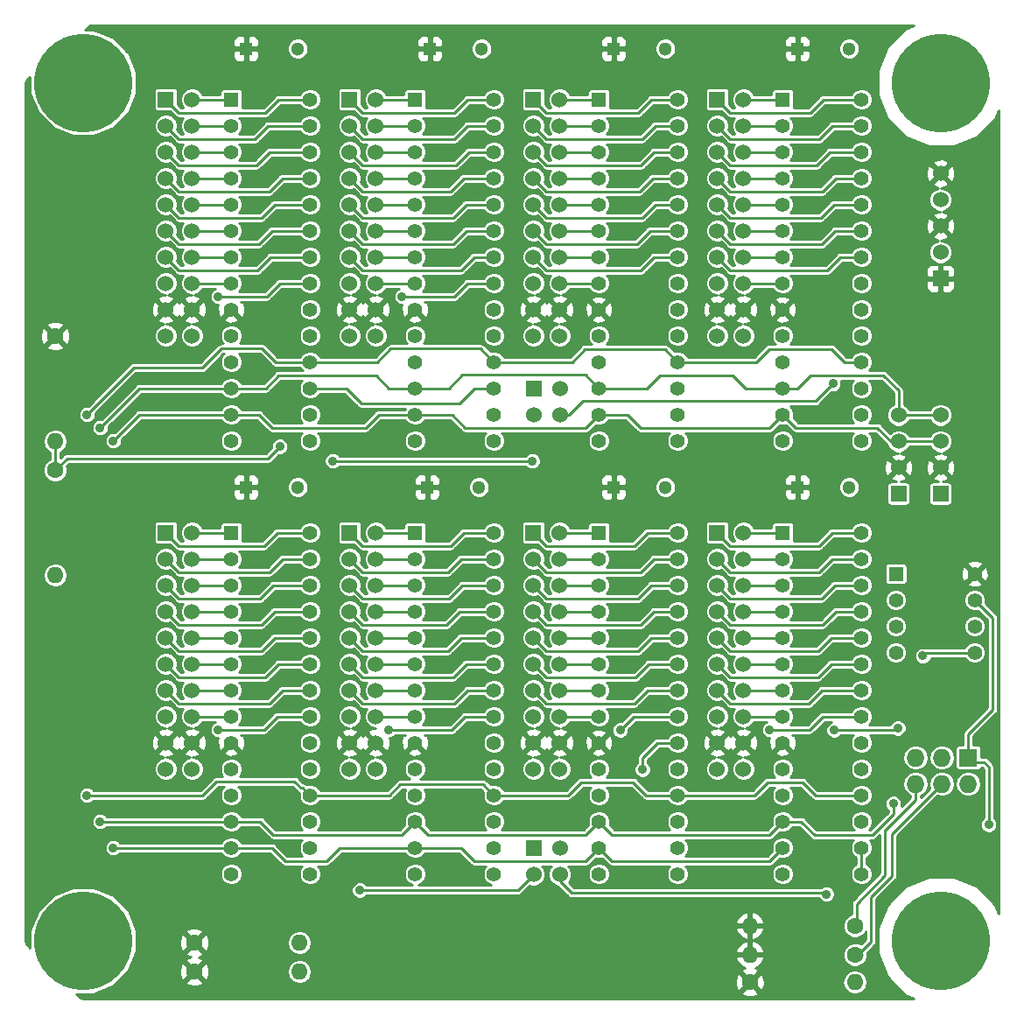
<source format=gtl>
G04 #@! TF.GenerationSoftware,KiCad,Pcbnew,(5.0.2)-1*
G04 #@! TF.CreationDate,2019-12-21T13:52:58-05:00*
G04 #@! TF.ProjectId,DIGIO-128,44494749-4f2d-4313-9238-2e6b69636164,X1*
G04 #@! TF.SameCoordinates,Original*
G04 #@! TF.FileFunction,Copper,L1,Top*
G04 #@! TF.FilePolarity,Positive*
%FSLAX46Y46*%
G04 Gerber Fmt 4.6, Leading zero omitted, Abs format (unit mm)*
G04 Created by KiCad (PCBNEW (5.0.2)-1) date 12/21/2019 1:52:58 PM*
%MOMM*%
%LPD*%
G01*
G04 APERTURE LIST*
G04 #@! TA.AperFunction,ComponentPad*
%ADD10O,1.600000X1.600000*%
G04 #@! TD*
G04 #@! TA.AperFunction,ComponentPad*
%ADD11C,1.600000*%
G04 #@! TD*
G04 #@! TA.AperFunction,ComponentPad*
%ADD12R,1.524000X1.524000*%
G04 #@! TD*
G04 #@! TA.AperFunction,ComponentPad*
%ADD13C,1.524000*%
G04 #@! TD*
G04 #@! TA.AperFunction,ComponentPad*
%ADD14C,9.525000*%
G04 #@! TD*
G04 #@! TA.AperFunction,ComponentPad*
%ADD15C,1.397000*%
G04 #@! TD*
G04 #@! TA.AperFunction,ComponentPad*
%ADD16R,1.397000X1.397000*%
G04 #@! TD*
G04 #@! TA.AperFunction,ComponentPad*
%ADD17R,1.300000X1.300000*%
G04 #@! TD*
G04 #@! TA.AperFunction,ComponentPad*
%ADD18C,1.300000*%
G04 #@! TD*
G04 #@! TA.AperFunction,ComponentPad*
%ADD19R,1.727200X1.727200*%
G04 #@! TD*
G04 #@! TA.AperFunction,ComponentPad*
%ADD20O,1.727200X1.727200*%
G04 #@! TD*
G04 #@! TA.AperFunction,ViaPad*
%ADD21C,0.889000*%
G04 #@! TD*
G04 #@! TA.AperFunction,Conductor*
%ADD22C,0.254000*%
G04 #@! TD*
G04 APERTURE END LIST*
D10*
G04 #@! TO.P,R7,2*
G04 #@! TO.N,GND*
X58293000Y-103632000D03*
D11*
G04 #@! TO.P,R7,1*
G04 #@! TO.N,/16-bits-1/A2*
X58293000Y-93472000D03*
G04 #@! TD*
D12*
G04 #@! TO.P,J2,1*
G04 #@! TO.N,GND*
X139869000Y-95753000D03*
D13*
G04 #@! TO.P,J2,2*
G04 #@! TO.N,/VCC*
X139869000Y-93213000D03*
G04 #@! TO.P,J2,3*
G04 #@! TO.N,/SDA*
X139869000Y-90673000D03*
G04 #@! TO.P,J2,4*
G04 #@! TO.N,/SCL*
X139869000Y-88133000D03*
G04 #@! TD*
D14*
G04 #@! TO.P,MTG4,1*
G04 #@! TO.N,N/C*
X61000000Y-56000000D03*
G04 #@! TD*
G04 #@! TO.P,MTG3,1*
G04 #@! TO.N,N/C*
X144000000Y-56000000D03*
G04 #@! TD*
G04 #@! TO.P,MTG2,1*
G04 #@! TO.N,N/C*
X61000000Y-139000000D03*
G04 #@! TD*
G04 #@! TO.P,MTG1,1*
G04 #@! TO.N,N/C*
X144000000Y-139000000D03*
G04 #@! TD*
D12*
G04 #@! TO.P,P4,1*
G04 #@! TO.N,/16-bits-4/GP7*
X122310000Y-57620000D03*
D13*
G04 #@! TO.P,P4,2*
G04 #@! TO.N,/16-bits-4/GP8*
X124850000Y-57620000D03*
G04 #@! TO.P,P4,3*
G04 #@! TO.N,/16-bits-4/GP6*
X122310000Y-60160000D03*
G04 #@! TO.P,P4,4*
G04 #@! TO.N,/16-bits-4/GP9*
X124850000Y-60160000D03*
G04 #@! TO.P,P4,5*
G04 #@! TO.N,/16-bits-4/GP5*
X122310000Y-62700000D03*
G04 #@! TO.P,P4,6*
G04 #@! TO.N,/16-bits-4/GP10*
X124850000Y-62700000D03*
G04 #@! TO.P,P4,7*
G04 #@! TO.N,/16-bits-4/GP4*
X122310000Y-65240000D03*
G04 #@! TO.P,P4,8*
G04 #@! TO.N,/16-bits-4/GP11*
X124850000Y-65240000D03*
G04 #@! TO.P,P4,9*
G04 #@! TO.N,/16-bits-4/GP3*
X122310000Y-67780000D03*
G04 #@! TO.P,P4,10*
G04 #@! TO.N,/16-bits-4/GP12*
X124850000Y-67780000D03*
G04 #@! TO.P,P4,11*
G04 #@! TO.N,/16-bits-4/GP2*
X122310000Y-70320000D03*
G04 #@! TO.P,P4,12*
G04 #@! TO.N,/16-bits-4/GP13*
X124850000Y-70320000D03*
G04 #@! TO.P,P4,13*
G04 #@! TO.N,/16-bits-4/GP1*
X122310000Y-72860000D03*
G04 #@! TO.P,P4,14*
G04 #@! TO.N,/16-bits-4/GP14*
X124850000Y-72860000D03*
G04 #@! TO.P,P4,15*
G04 #@! TO.N,/16-bits-4/GP0*
X122310000Y-75400000D03*
G04 #@! TO.P,P4,16*
G04 #@! TO.N,/16-bits-4/GP15*
X124850000Y-75400000D03*
G04 #@! TO.P,P4,17*
G04 #@! TO.N,/VCC*
X122310000Y-77940000D03*
G04 #@! TO.P,P4,18*
X124850000Y-77940000D03*
G04 #@! TO.P,P4,19*
G04 #@! TO.N,GND*
X122310000Y-80480000D03*
G04 #@! TO.P,P4,20*
X124850000Y-80480000D03*
G04 #@! TD*
D12*
G04 #@! TO.P,P3,1*
G04 #@! TO.N,/16-bits-3/GP7*
X104530000Y-57620000D03*
D13*
G04 #@! TO.P,P3,2*
G04 #@! TO.N,/16-bits-3/GP8*
X107070000Y-57620000D03*
G04 #@! TO.P,P3,3*
G04 #@! TO.N,/16-bits-3/GP6*
X104530000Y-60160000D03*
G04 #@! TO.P,P3,4*
G04 #@! TO.N,/16-bits-3/GP9*
X107070000Y-60160000D03*
G04 #@! TO.P,P3,5*
G04 #@! TO.N,/16-bits-3/GP5*
X104530000Y-62700000D03*
G04 #@! TO.P,P3,6*
G04 #@! TO.N,/16-bits-3/GP10*
X107070000Y-62700000D03*
G04 #@! TO.P,P3,7*
G04 #@! TO.N,/16-bits-3/GP4*
X104530000Y-65240000D03*
G04 #@! TO.P,P3,8*
G04 #@! TO.N,/16-bits-3/GP11*
X107070000Y-65240000D03*
G04 #@! TO.P,P3,9*
G04 #@! TO.N,/16-bits-3/GP3*
X104530000Y-67780000D03*
G04 #@! TO.P,P3,10*
G04 #@! TO.N,/16-bits-3/GP12*
X107070000Y-67780000D03*
G04 #@! TO.P,P3,11*
G04 #@! TO.N,/16-bits-3/GP2*
X104530000Y-70320000D03*
G04 #@! TO.P,P3,12*
G04 #@! TO.N,/16-bits-3/GP13*
X107070000Y-70320000D03*
G04 #@! TO.P,P3,13*
G04 #@! TO.N,/16-bits-3/GP1*
X104530000Y-72860000D03*
G04 #@! TO.P,P3,14*
G04 #@! TO.N,/16-bits-3/GP14*
X107070000Y-72860000D03*
G04 #@! TO.P,P3,15*
G04 #@! TO.N,/16-bits-3/GP0*
X104530000Y-75400000D03*
G04 #@! TO.P,P3,16*
G04 #@! TO.N,/16-bits-3/GP15*
X107070000Y-75400000D03*
G04 #@! TO.P,P3,17*
G04 #@! TO.N,/VCC*
X104530000Y-77940000D03*
G04 #@! TO.P,P3,18*
X107070000Y-77940000D03*
G04 #@! TO.P,P3,19*
G04 #@! TO.N,GND*
X104530000Y-80480000D03*
G04 #@! TO.P,P3,20*
X107070000Y-80480000D03*
G04 #@! TD*
D12*
G04 #@! TO.P,P2,1*
G04 #@! TO.N,/16-bits-2/GP7*
X86750000Y-57620000D03*
D13*
G04 #@! TO.P,P2,2*
G04 #@! TO.N,/16-bits-2/GP8*
X89290000Y-57620000D03*
G04 #@! TO.P,P2,3*
G04 #@! TO.N,/16-bits-2/GP6*
X86750000Y-60160000D03*
G04 #@! TO.P,P2,4*
G04 #@! TO.N,/16-bits-2/GP9*
X89290000Y-60160000D03*
G04 #@! TO.P,P2,5*
G04 #@! TO.N,/16-bits-2/GP5*
X86750000Y-62700000D03*
G04 #@! TO.P,P2,6*
G04 #@! TO.N,/16-bits-2/GP10*
X89290000Y-62700000D03*
G04 #@! TO.P,P2,7*
G04 #@! TO.N,/16-bits-2/GP4*
X86750000Y-65240000D03*
G04 #@! TO.P,P2,8*
G04 #@! TO.N,/16-bits-2/GP11*
X89290000Y-65240000D03*
G04 #@! TO.P,P2,9*
G04 #@! TO.N,/16-bits-2/GP3*
X86750000Y-67780000D03*
G04 #@! TO.P,P2,10*
G04 #@! TO.N,/16-bits-2/GP12*
X89290000Y-67780000D03*
G04 #@! TO.P,P2,11*
G04 #@! TO.N,/16-bits-2/GP2*
X86750000Y-70320000D03*
G04 #@! TO.P,P2,12*
G04 #@! TO.N,/16-bits-2/GP13*
X89290000Y-70320000D03*
G04 #@! TO.P,P2,13*
G04 #@! TO.N,/16-bits-2/GP1*
X86750000Y-72860000D03*
G04 #@! TO.P,P2,14*
G04 #@! TO.N,/16-bits-2/GP14*
X89290000Y-72860000D03*
G04 #@! TO.P,P2,15*
G04 #@! TO.N,/16-bits-2/GP0*
X86750000Y-75400000D03*
G04 #@! TO.P,P2,16*
G04 #@! TO.N,/16-bits-2/GP15*
X89290000Y-75400000D03*
G04 #@! TO.P,P2,17*
G04 #@! TO.N,/VCC*
X86750000Y-77940000D03*
G04 #@! TO.P,P2,18*
X89290000Y-77940000D03*
G04 #@! TO.P,P2,19*
G04 #@! TO.N,GND*
X86750000Y-80480000D03*
G04 #@! TO.P,P2,20*
X89290000Y-80480000D03*
G04 #@! TD*
D12*
G04 #@! TO.P,P1,1*
G04 #@! TO.N,/16-bits-1/GP7*
X68970000Y-57620000D03*
D13*
G04 #@! TO.P,P1,2*
G04 #@! TO.N,/16-bits-1/GP8*
X71510000Y-57620000D03*
G04 #@! TO.P,P1,3*
G04 #@! TO.N,/16-bits-1/GP6*
X68970000Y-60160000D03*
G04 #@! TO.P,P1,4*
G04 #@! TO.N,/16-bits-1/GP9*
X71510000Y-60160000D03*
G04 #@! TO.P,P1,5*
G04 #@! TO.N,/16-bits-1/GP5*
X68970000Y-62700000D03*
G04 #@! TO.P,P1,6*
G04 #@! TO.N,/16-bits-1/GP10*
X71510000Y-62700000D03*
G04 #@! TO.P,P1,7*
G04 #@! TO.N,/16-bits-1/GP4*
X68970000Y-65240000D03*
G04 #@! TO.P,P1,8*
G04 #@! TO.N,/16-bits-1/GP11*
X71510000Y-65240000D03*
G04 #@! TO.P,P1,9*
G04 #@! TO.N,/16-bits-1/GP3*
X68970000Y-67780000D03*
G04 #@! TO.P,P1,10*
G04 #@! TO.N,/16-bits-1/GP12*
X71510000Y-67780000D03*
G04 #@! TO.P,P1,11*
G04 #@! TO.N,/16-bits-1/GP2*
X68970000Y-70320000D03*
G04 #@! TO.P,P1,12*
G04 #@! TO.N,/16-bits-1/GP13*
X71510000Y-70320000D03*
G04 #@! TO.P,P1,13*
G04 #@! TO.N,/16-bits-1/GP1*
X68970000Y-72860000D03*
G04 #@! TO.P,P1,14*
G04 #@! TO.N,/16-bits-1/GP14*
X71510000Y-72860000D03*
G04 #@! TO.P,P1,15*
G04 #@! TO.N,/16-bits-1/GP0*
X68970000Y-75400000D03*
G04 #@! TO.P,P1,16*
G04 #@! TO.N,/16-bits-1/GP15*
X71510000Y-75400000D03*
G04 #@! TO.P,P1,17*
G04 #@! TO.N,/VCC*
X68970000Y-77940000D03*
G04 #@! TO.P,P1,18*
X71510000Y-77940000D03*
G04 #@! TO.P,P1,19*
G04 #@! TO.N,GND*
X68970000Y-80480000D03*
G04 #@! TO.P,P1,20*
X71510000Y-80480000D03*
G04 #@! TD*
D12*
G04 #@! TO.P,J3,1*
G04 #@! TO.N,GND*
X143933000Y-95753000D03*
D13*
G04 #@! TO.P,J3,2*
G04 #@! TO.N,/VCC*
X143933000Y-93213000D03*
G04 #@! TO.P,J3,3*
G04 #@! TO.N,/SDA*
X143933000Y-90673000D03*
G04 #@! TO.P,J3,4*
G04 #@! TO.N,/SCL*
X143933000Y-88133000D03*
G04 #@! TD*
D12*
G04 #@! TO.P,P7,1*
G04 #@! TO.N,/16-bits-6/GP7*
X86750000Y-99530000D03*
D13*
G04 #@! TO.P,P7,2*
G04 #@! TO.N,/16-bits-6/GP8*
X89290000Y-99530000D03*
G04 #@! TO.P,P7,3*
G04 #@! TO.N,/16-bits-6/GP6*
X86750000Y-102070000D03*
G04 #@! TO.P,P7,4*
G04 #@! TO.N,/16-bits-6/GP9*
X89290000Y-102070000D03*
G04 #@! TO.P,P7,5*
G04 #@! TO.N,/16-bits-6/GP5*
X86750000Y-104610000D03*
G04 #@! TO.P,P7,6*
G04 #@! TO.N,/16-bits-6/GP10*
X89290000Y-104610000D03*
G04 #@! TO.P,P7,7*
G04 #@! TO.N,/16-bits-6/GP4*
X86750000Y-107150000D03*
G04 #@! TO.P,P7,8*
G04 #@! TO.N,/16-bits-6/GP11*
X89290000Y-107150000D03*
G04 #@! TO.P,P7,9*
G04 #@! TO.N,/16-bits-6/GP3*
X86750000Y-109690000D03*
G04 #@! TO.P,P7,10*
G04 #@! TO.N,/16-bits-6/GP12*
X89290000Y-109690000D03*
G04 #@! TO.P,P7,11*
G04 #@! TO.N,/16-bits-6/GP2*
X86750000Y-112230000D03*
G04 #@! TO.P,P7,12*
G04 #@! TO.N,/16-bits-6/GP13*
X89290000Y-112230000D03*
G04 #@! TO.P,P7,13*
G04 #@! TO.N,/16-bits-6/GP1*
X86750000Y-114770000D03*
G04 #@! TO.P,P7,14*
G04 #@! TO.N,/16-bits-6/GP14*
X89290000Y-114770000D03*
G04 #@! TO.P,P7,15*
G04 #@! TO.N,/16-bits-6/GP0*
X86750000Y-117310000D03*
G04 #@! TO.P,P7,16*
G04 #@! TO.N,/16-bits-6/GP15*
X89290000Y-117310000D03*
G04 #@! TO.P,P7,17*
G04 #@! TO.N,/VCC*
X86750000Y-119850000D03*
G04 #@! TO.P,P7,18*
X89290000Y-119850000D03*
G04 #@! TO.P,P7,19*
G04 #@! TO.N,GND*
X86750000Y-122390000D03*
G04 #@! TO.P,P7,20*
X89290000Y-122390000D03*
G04 #@! TD*
D12*
G04 #@! TO.P,P8,1*
G04 #@! TO.N,/16-bits-7/GP7*
X104530000Y-99530000D03*
D13*
G04 #@! TO.P,P8,2*
G04 #@! TO.N,/16-bits-7/GP8*
X107070000Y-99530000D03*
G04 #@! TO.P,P8,3*
G04 #@! TO.N,/16-bits-7/GP6*
X104530000Y-102070000D03*
G04 #@! TO.P,P8,4*
G04 #@! TO.N,/16-bits-7/GP9*
X107070000Y-102070000D03*
G04 #@! TO.P,P8,5*
G04 #@! TO.N,/16-bits-7/GP5*
X104530000Y-104610000D03*
G04 #@! TO.P,P8,6*
G04 #@! TO.N,/16-bits-7/GP10*
X107070000Y-104610000D03*
G04 #@! TO.P,P8,7*
G04 #@! TO.N,/16-bits-7/GP4*
X104530000Y-107150000D03*
G04 #@! TO.P,P8,8*
G04 #@! TO.N,/16-bits-7/GP11*
X107070000Y-107150000D03*
G04 #@! TO.P,P8,9*
G04 #@! TO.N,/16-bits-7/GP3*
X104530000Y-109690000D03*
G04 #@! TO.P,P8,10*
G04 #@! TO.N,/16-bits-7/GP12*
X107070000Y-109690000D03*
G04 #@! TO.P,P8,11*
G04 #@! TO.N,/16-bits-7/GP2*
X104530000Y-112230000D03*
G04 #@! TO.P,P8,12*
G04 #@! TO.N,/16-bits-7/GP13*
X107070000Y-112230000D03*
G04 #@! TO.P,P8,13*
G04 #@! TO.N,/16-bits-7/GP1*
X104530000Y-114770000D03*
G04 #@! TO.P,P8,14*
G04 #@! TO.N,/16-bits-7/GP14*
X107070000Y-114770000D03*
G04 #@! TO.P,P8,15*
G04 #@! TO.N,/16-bits-7/GP0*
X104530000Y-117310000D03*
G04 #@! TO.P,P8,16*
G04 #@! TO.N,/16-bits-7/GP15*
X107070000Y-117310000D03*
G04 #@! TO.P,P8,17*
G04 #@! TO.N,/VCC*
X104530000Y-119850000D03*
G04 #@! TO.P,P8,18*
X107070000Y-119850000D03*
G04 #@! TO.P,P8,19*
G04 #@! TO.N,GND*
X104530000Y-122390000D03*
G04 #@! TO.P,P8,20*
X107070000Y-122390000D03*
G04 #@! TD*
D12*
G04 #@! TO.P,P9,1*
G04 #@! TO.N,/16-bits-8/GP7*
X122310000Y-99530000D03*
D13*
G04 #@! TO.P,P9,2*
G04 #@! TO.N,/16-bits-8/GP8*
X124850000Y-99530000D03*
G04 #@! TO.P,P9,3*
G04 #@! TO.N,/16-bits-8/GP6*
X122310000Y-102070000D03*
G04 #@! TO.P,P9,4*
G04 #@! TO.N,/16-bits-8/GP9*
X124850000Y-102070000D03*
G04 #@! TO.P,P9,5*
G04 #@! TO.N,/16-bits-8/GP5*
X122310000Y-104610000D03*
G04 #@! TO.P,P9,6*
G04 #@! TO.N,/16-bits-8/GP10*
X124850000Y-104610000D03*
G04 #@! TO.P,P9,7*
G04 #@! TO.N,/16-bits-8/GP4*
X122310000Y-107150000D03*
G04 #@! TO.P,P9,8*
G04 #@! TO.N,/16-bits-8/GP11*
X124850000Y-107150000D03*
G04 #@! TO.P,P9,9*
G04 #@! TO.N,/16-bits-8/GP3*
X122310000Y-109690000D03*
G04 #@! TO.P,P9,10*
G04 #@! TO.N,/16-bits-8/GP12*
X124850000Y-109690000D03*
G04 #@! TO.P,P9,11*
G04 #@! TO.N,/16-bits-8/GP2*
X122310000Y-112230000D03*
G04 #@! TO.P,P9,12*
G04 #@! TO.N,/16-bits-8/GP13*
X124850000Y-112230000D03*
G04 #@! TO.P,P9,13*
G04 #@! TO.N,/16-bits-8/GP1*
X122310000Y-114770000D03*
G04 #@! TO.P,P9,14*
G04 #@! TO.N,/16-bits-8/GP14*
X124850000Y-114770000D03*
G04 #@! TO.P,P9,15*
G04 #@! TO.N,/16-bits-8/GP0*
X122310000Y-117310000D03*
G04 #@! TO.P,P9,16*
G04 #@! TO.N,/16-bits-8/GP15*
X124850000Y-117310000D03*
G04 #@! TO.P,P9,17*
G04 #@! TO.N,/VCC*
X122310000Y-119850000D03*
G04 #@! TO.P,P9,18*
X124850000Y-119850000D03*
G04 #@! TO.P,P9,19*
G04 #@! TO.N,GND*
X122310000Y-122390000D03*
G04 #@! TO.P,P9,20*
X124850000Y-122390000D03*
G04 #@! TD*
D12*
G04 #@! TO.P,P10,1*
G04 #@! TO.N,/INT5*
X104563000Y-130043000D03*
D13*
G04 #@! TO.P,P10,2*
G04 #@! TO.N,/INT6*
X107103000Y-130043000D03*
G04 #@! TO.P,P10,3*
G04 #@! TO.N,/INT4*
X104563000Y-132583000D03*
G04 #@! TO.P,P10,4*
G04 #@! TO.N,/INT7*
X107103000Y-132583000D03*
G04 #@! TD*
D12*
G04 #@! TO.P,P5,1*
G04 #@! TO.N,/INT1*
X104563000Y-85593000D03*
D13*
G04 #@! TO.P,P5,2*
G04 #@! TO.N,/INT2*
X107103000Y-85593000D03*
G04 #@! TO.P,P5,3*
G04 #@! TO.N,/INT0*
X104563000Y-88133000D03*
G04 #@! TO.P,P5,4*
G04 #@! TO.N,/INT3*
X107103000Y-88133000D03*
G04 #@! TD*
D12*
G04 #@! TO.P,P6,1*
G04 #@! TO.N,/16-bits-5/GP7*
X68970000Y-99530000D03*
D13*
G04 #@! TO.P,P6,2*
G04 #@! TO.N,/16-bits-5/GP8*
X71510000Y-99530000D03*
G04 #@! TO.P,P6,3*
G04 #@! TO.N,/16-bits-5/GP6*
X68970000Y-102070000D03*
G04 #@! TO.P,P6,4*
G04 #@! TO.N,/16-bits-5/GP9*
X71510000Y-102070000D03*
G04 #@! TO.P,P6,5*
G04 #@! TO.N,/16-bits-5/GP5*
X68970000Y-104610000D03*
G04 #@! TO.P,P6,6*
G04 #@! TO.N,/16-bits-5/GP10*
X71510000Y-104610000D03*
G04 #@! TO.P,P6,7*
G04 #@! TO.N,/16-bits-5/GP4*
X68970000Y-107150000D03*
G04 #@! TO.P,P6,8*
G04 #@! TO.N,/16-bits-5/GP11*
X71510000Y-107150000D03*
G04 #@! TO.P,P6,9*
G04 #@! TO.N,/16-bits-5/GP3*
X68970000Y-109690000D03*
G04 #@! TO.P,P6,10*
G04 #@! TO.N,/16-bits-5/GP12*
X71510000Y-109690000D03*
G04 #@! TO.P,P6,11*
G04 #@! TO.N,/16-bits-5/GP2*
X68970000Y-112230000D03*
G04 #@! TO.P,P6,12*
G04 #@! TO.N,/16-bits-5/GP13*
X71510000Y-112230000D03*
G04 #@! TO.P,P6,13*
G04 #@! TO.N,/16-bits-5/GP1*
X68970000Y-114770000D03*
G04 #@! TO.P,P6,14*
G04 #@! TO.N,/16-bits-5/GP14*
X71510000Y-114770000D03*
G04 #@! TO.P,P6,15*
G04 #@! TO.N,/16-bits-5/GP0*
X68970000Y-117310000D03*
G04 #@! TO.P,P6,16*
G04 #@! TO.N,/16-bits-5/GP15*
X71510000Y-117310000D03*
G04 #@! TO.P,P6,17*
G04 #@! TO.N,/VCC*
X68970000Y-119850000D03*
G04 #@! TO.P,P6,18*
X71510000Y-119850000D03*
G04 #@! TO.P,P6,19*
G04 #@! TO.N,GND*
X68970000Y-122390000D03*
G04 #@! TO.P,P6,20*
X71510000Y-122390000D03*
G04 #@! TD*
D12*
G04 #@! TO.P,J1,1*
G04 #@! TO.N,/VCC*
X143933000Y-74925000D03*
D13*
G04 #@! TO.P,J1,2*
G04 #@! TO.N,GND*
X143933000Y-72385000D03*
G04 #@! TO.P,J1,3*
G04 #@! TO.N,/VCC*
X143933000Y-69845000D03*
G04 #@! TO.P,J1,4*
G04 #@! TO.N,GND*
X143933000Y-67305000D03*
G04 #@! TO.P,J1,5*
G04 #@! TO.N,/VCC*
X143933000Y-64765000D03*
G04 #@! TD*
D15*
G04 #@! TO.P,U1,2*
G04 #@! TO.N,/16-bits-1/GP9*
X75320000Y-60160000D03*
G04 #@! TO.P,U1,3*
G04 #@! TO.N,/16-bits-1/GP10*
X75320000Y-62700000D03*
G04 #@! TO.P,U1,4*
G04 #@! TO.N,/16-bits-1/GP11*
X75320000Y-65240000D03*
G04 #@! TO.P,U1,5*
G04 #@! TO.N,/16-bits-1/GP12*
X75320000Y-67780000D03*
G04 #@! TO.P,U1,6*
G04 #@! TO.N,/16-bits-1/GP13*
X75320000Y-70320000D03*
G04 #@! TO.P,U1,7*
G04 #@! TO.N,/16-bits-1/GP14*
X75320000Y-72860000D03*
G04 #@! TO.P,U1,8*
G04 #@! TO.N,/16-bits-1/GP15*
X75320000Y-75400000D03*
G04 #@! TO.P,U1,9*
G04 #@! TO.N,/VCC*
X75320000Y-77940000D03*
G04 #@! TO.P,U1,10*
G04 #@! TO.N,GND*
X75320000Y-80480000D03*
G04 #@! TO.P,U1,11*
G04 #@! TO.N,N/C*
X75320000Y-83020000D03*
G04 #@! TO.P,U1,12*
G04 #@! TO.N,/SCL*
X75320000Y-85560000D03*
G04 #@! TO.P,U1,13*
G04 #@! TO.N,/SDA*
X75320000Y-88100000D03*
G04 #@! TO.P,U1,14*
G04 #@! TO.N,N/C*
X75320000Y-90640000D03*
D16*
G04 #@! TO.P,U1,1*
G04 #@! TO.N,/16-bits-1/GP8*
X75320000Y-57620000D03*
D15*
G04 #@! TO.P,U1,15*
G04 #@! TO.N,GND*
X82940000Y-90640000D03*
G04 #@! TO.P,U1,16*
X82940000Y-88100000D03*
G04 #@! TO.P,U1,17*
G04 #@! TO.N,/16-bits-1/A2*
X82940000Y-85560000D03*
G04 #@! TO.P,U1,18*
G04 #@! TO.N,/RST1*
X82940000Y-83020000D03*
G04 #@! TO.P,U1,19*
G04 #@! TO.N,Net-(U1-Pad19)*
X82940000Y-80480000D03*
G04 #@! TO.P,U1,20*
G04 #@! TO.N,/INT0*
X82940000Y-77940000D03*
G04 #@! TO.P,U1,21*
G04 #@! TO.N,/16-bits-1/GP0*
X82940000Y-75400000D03*
G04 #@! TO.P,U1,22*
G04 #@! TO.N,/16-bits-1/GP1*
X82940000Y-72860000D03*
G04 #@! TO.P,U1,23*
G04 #@! TO.N,/16-bits-1/GP2*
X82940000Y-70320000D03*
G04 #@! TO.P,U1,24*
G04 #@! TO.N,/16-bits-1/GP3*
X82940000Y-67780000D03*
G04 #@! TO.P,U1,25*
G04 #@! TO.N,/16-bits-1/GP4*
X82940000Y-65240000D03*
G04 #@! TO.P,U1,26*
G04 #@! TO.N,/16-bits-1/GP5*
X82940000Y-62700000D03*
G04 #@! TO.P,U1,27*
G04 #@! TO.N,/16-bits-1/GP6*
X82940000Y-60160000D03*
G04 #@! TO.P,U1,28*
G04 #@! TO.N,/16-bits-1/GP7*
X82940000Y-57620000D03*
G04 #@! TD*
G04 #@! TO.P,U2,2*
G04 #@! TO.N,/16-bits-2/GP9*
X93100000Y-60160000D03*
G04 #@! TO.P,U2,3*
G04 #@! TO.N,/16-bits-2/GP10*
X93100000Y-62700000D03*
G04 #@! TO.P,U2,4*
G04 #@! TO.N,/16-bits-2/GP11*
X93100000Y-65240000D03*
G04 #@! TO.P,U2,5*
G04 #@! TO.N,/16-bits-2/GP12*
X93100000Y-67780000D03*
G04 #@! TO.P,U2,6*
G04 #@! TO.N,/16-bits-2/GP13*
X93100000Y-70320000D03*
G04 #@! TO.P,U2,7*
G04 #@! TO.N,/16-bits-2/GP14*
X93100000Y-72860000D03*
G04 #@! TO.P,U2,8*
G04 #@! TO.N,/16-bits-2/GP15*
X93100000Y-75400000D03*
G04 #@! TO.P,U2,9*
G04 #@! TO.N,/VCC*
X93100000Y-77940000D03*
G04 #@! TO.P,U2,10*
G04 #@! TO.N,GND*
X93100000Y-80480000D03*
G04 #@! TO.P,U2,11*
G04 #@! TO.N,N/C*
X93100000Y-83020000D03*
G04 #@! TO.P,U2,12*
G04 #@! TO.N,/SCL*
X93100000Y-85560000D03*
G04 #@! TO.P,U2,13*
G04 #@! TO.N,/SDA*
X93100000Y-88100000D03*
G04 #@! TO.P,U2,14*
G04 #@! TO.N,N/C*
X93100000Y-90640000D03*
D16*
G04 #@! TO.P,U2,1*
G04 #@! TO.N,/16-bits-2/GP8*
X93100000Y-57620000D03*
D15*
G04 #@! TO.P,U2,15*
G04 #@! TO.N,/AEQ1*
X100720000Y-90640000D03*
G04 #@! TO.P,U2,16*
G04 #@! TO.N,GND*
X100720000Y-88100000D03*
G04 #@! TO.P,U2,17*
G04 #@! TO.N,/16-bits-1/A2*
X100720000Y-85560000D03*
G04 #@! TO.P,U2,18*
G04 #@! TO.N,/RST1*
X100720000Y-83020000D03*
G04 #@! TO.P,U2,19*
G04 #@! TO.N,Net-(U2-Pad19)*
X100720000Y-80480000D03*
G04 #@! TO.P,U2,20*
G04 #@! TO.N,/INT1*
X100720000Y-77940000D03*
G04 #@! TO.P,U2,21*
G04 #@! TO.N,/16-bits-2/GP0*
X100720000Y-75400000D03*
G04 #@! TO.P,U2,22*
G04 #@! TO.N,/16-bits-2/GP1*
X100720000Y-72860000D03*
G04 #@! TO.P,U2,23*
G04 #@! TO.N,/16-bits-2/GP2*
X100720000Y-70320000D03*
G04 #@! TO.P,U2,24*
G04 #@! TO.N,/16-bits-2/GP3*
X100720000Y-67780000D03*
G04 #@! TO.P,U2,25*
G04 #@! TO.N,/16-bits-2/GP4*
X100720000Y-65240000D03*
G04 #@! TO.P,U2,26*
G04 #@! TO.N,/16-bits-2/GP5*
X100720000Y-62700000D03*
G04 #@! TO.P,U2,27*
G04 #@! TO.N,/16-bits-2/GP6*
X100720000Y-60160000D03*
G04 #@! TO.P,U2,28*
G04 #@! TO.N,/16-bits-2/GP7*
X100720000Y-57620000D03*
G04 #@! TD*
G04 #@! TO.P,U3,2*
G04 #@! TO.N,/16-bits-3/GP9*
X110880000Y-60160000D03*
G04 #@! TO.P,U3,3*
G04 #@! TO.N,/16-bits-3/GP10*
X110880000Y-62700000D03*
G04 #@! TO.P,U3,4*
G04 #@! TO.N,/16-bits-3/GP11*
X110880000Y-65240000D03*
G04 #@! TO.P,U3,5*
G04 #@! TO.N,/16-bits-3/GP12*
X110880000Y-67780000D03*
G04 #@! TO.P,U3,6*
G04 #@! TO.N,/16-bits-3/GP13*
X110880000Y-70320000D03*
G04 #@! TO.P,U3,7*
G04 #@! TO.N,/16-bits-3/GP14*
X110880000Y-72860000D03*
G04 #@! TO.P,U3,8*
G04 #@! TO.N,/16-bits-3/GP15*
X110880000Y-75400000D03*
G04 #@! TO.P,U3,9*
G04 #@! TO.N,/VCC*
X110880000Y-77940000D03*
G04 #@! TO.P,U3,10*
G04 #@! TO.N,GND*
X110880000Y-80480000D03*
G04 #@! TO.P,U3,11*
G04 #@! TO.N,N/C*
X110880000Y-83020000D03*
G04 #@! TO.P,U3,12*
G04 #@! TO.N,/SCL*
X110880000Y-85560000D03*
G04 #@! TO.P,U3,13*
G04 #@! TO.N,/SDA*
X110880000Y-88100000D03*
G04 #@! TO.P,U3,14*
G04 #@! TO.N,N/C*
X110880000Y-90640000D03*
D16*
G04 #@! TO.P,U3,1*
G04 #@! TO.N,/16-bits-3/GP8*
X110880000Y-57620000D03*
D15*
G04 #@! TO.P,U3,15*
G04 #@! TO.N,GND*
X118500000Y-90640000D03*
G04 #@! TO.P,U3,16*
G04 #@! TO.N,/AEQ1*
X118500000Y-88100000D03*
G04 #@! TO.P,U3,17*
G04 #@! TO.N,/16-bits-1/A2*
X118500000Y-85560000D03*
G04 #@! TO.P,U3,18*
G04 #@! TO.N,/RST1*
X118500000Y-83020000D03*
G04 #@! TO.P,U3,19*
G04 #@! TO.N,Net-(U3-Pad19)*
X118500000Y-80480000D03*
G04 #@! TO.P,U3,20*
G04 #@! TO.N,/INT2*
X118500000Y-77940000D03*
G04 #@! TO.P,U3,21*
G04 #@! TO.N,/16-bits-3/GP0*
X118500000Y-75400000D03*
G04 #@! TO.P,U3,22*
G04 #@! TO.N,/16-bits-3/GP1*
X118500000Y-72860000D03*
G04 #@! TO.P,U3,23*
G04 #@! TO.N,/16-bits-3/GP2*
X118500000Y-70320000D03*
G04 #@! TO.P,U3,24*
G04 #@! TO.N,/16-bits-3/GP3*
X118500000Y-67780000D03*
G04 #@! TO.P,U3,25*
G04 #@! TO.N,/16-bits-3/GP4*
X118500000Y-65240000D03*
G04 #@! TO.P,U3,26*
G04 #@! TO.N,/16-bits-3/GP5*
X118500000Y-62700000D03*
G04 #@! TO.P,U3,27*
G04 #@! TO.N,/16-bits-3/GP6*
X118500000Y-60160000D03*
G04 #@! TO.P,U3,28*
G04 #@! TO.N,/16-bits-3/GP7*
X118500000Y-57620000D03*
G04 #@! TD*
G04 #@! TO.P,U4,2*
G04 #@! TO.N,/16-bits-4/GP9*
X128660000Y-60160000D03*
G04 #@! TO.P,U4,3*
G04 #@! TO.N,/16-bits-4/GP10*
X128660000Y-62700000D03*
G04 #@! TO.P,U4,4*
G04 #@! TO.N,/16-bits-4/GP11*
X128660000Y-65240000D03*
G04 #@! TO.P,U4,5*
G04 #@! TO.N,/16-bits-4/GP12*
X128660000Y-67780000D03*
G04 #@! TO.P,U4,6*
G04 #@! TO.N,/16-bits-4/GP13*
X128660000Y-70320000D03*
G04 #@! TO.P,U4,7*
G04 #@! TO.N,/16-bits-4/GP14*
X128660000Y-72860000D03*
G04 #@! TO.P,U4,8*
G04 #@! TO.N,/16-bits-4/GP15*
X128660000Y-75400000D03*
G04 #@! TO.P,U4,9*
G04 #@! TO.N,/VCC*
X128660000Y-77940000D03*
G04 #@! TO.P,U4,10*
G04 #@! TO.N,GND*
X128660000Y-80480000D03*
G04 #@! TO.P,U4,11*
G04 #@! TO.N,N/C*
X128660000Y-83020000D03*
G04 #@! TO.P,U4,12*
G04 #@! TO.N,/SCL*
X128660000Y-85560000D03*
G04 #@! TO.P,U4,13*
G04 #@! TO.N,/SDA*
X128660000Y-88100000D03*
G04 #@! TO.P,U4,14*
G04 #@! TO.N,N/C*
X128660000Y-90640000D03*
D16*
G04 #@! TO.P,U4,1*
G04 #@! TO.N,/16-bits-4/GP8*
X128660000Y-57620000D03*
D15*
G04 #@! TO.P,U4,15*
G04 #@! TO.N,/AEQ1*
X136280000Y-90640000D03*
G04 #@! TO.P,U4,16*
X136280000Y-88100000D03*
G04 #@! TO.P,U4,17*
G04 #@! TO.N,/16-bits-1/A2*
X136280000Y-85560000D03*
G04 #@! TO.P,U4,18*
G04 #@! TO.N,/RST1*
X136280000Y-83020000D03*
G04 #@! TO.P,U4,19*
G04 #@! TO.N,Net-(U4-Pad19)*
X136280000Y-80480000D03*
G04 #@! TO.P,U4,20*
G04 #@! TO.N,/INT3*
X136280000Y-77940000D03*
G04 #@! TO.P,U4,21*
G04 #@! TO.N,/16-bits-4/GP0*
X136280000Y-75400000D03*
G04 #@! TO.P,U4,22*
G04 #@! TO.N,/16-bits-4/GP1*
X136280000Y-72860000D03*
G04 #@! TO.P,U4,23*
G04 #@! TO.N,/16-bits-4/GP2*
X136280000Y-70320000D03*
G04 #@! TO.P,U4,24*
G04 #@! TO.N,/16-bits-4/GP3*
X136280000Y-67780000D03*
G04 #@! TO.P,U4,25*
G04 #@! TO.N,/16-bits-4/GP4*
X136280000Y-65240000D03*
G04 #@! TO.P,U4,26*
G04 #@! TO.N,/16-bits-4/GP5*
X136280000Y-62700000D03*
G04 #@! TO.P,U4,27*
G04 #@! TO.N,/16-bits-4/GP6*
X136280000Y-60160000D03*
G04 #@! TO.P,U4,28*
G04 #@! TO.N,/16-bits-4/GP7*
X136280000Y-57620000D03*
G04 #@! TD*
G04 #@! TO.P,U5,2*
G04 #@! TO.N,/16-bits-5/GP9*
X75320000Y-102070000D03*
G04 #@! TO.P,U5,3*
G04 #@! TO.N,/16-bits-5/GP10*
X75320000Y-104610000D03*
G04 #@! TO.P,U5,4*
G04 #@! TO.N,/16-bits-5/GP11*
X75320000Y-107150000D03*
G04 #@! TO.P,U5,5*
G04 #@! TO.N,/16-bits-5/GP12*
X75320000Y-109690000D03*
G04 #@! TO.P,U5,6*
G04 #@! TO.N,/16-bits-5/GP13*
X75320000Y-112230000D03*
G04 #@! TO.P,U5,7*
G04 #@! TO.N,/16-bits-5/GP14*
X75320000Y-114770000D03*
G04 #@! TO.P,U5,8*
G04 #@! TO.N,/16-bits-5/GP15*
X75320000Y-117310000D03*
G04 #@! TO.P,U5,9*
G04 #@! TO.N,/VCC*
X75320000Y-119850000D03*
G04 #@! TO.P,U5,10*
G04 #@! TO.N,GND*
X75320000Y-122390000D03*
G04 #@! TO.P,U5,11*
G04 #@! TO.N,N/C*
X75320000Y-124930000D03*
G04 #@! TO.P,U5,12*
G04 #@! TO.N,/SCL*
X75320000Y-127470000D03*
G04 #@! TO.P,U5,13*
G04 #@! TO.N,/SDA*
X75320000Y-130010000D03*
G04 #@! TO.P,U5,14*
G04 #@! TO.N,N/C*
X75320000Y-132550000D03*
D16*
G04 #@! TO.P,U5,1*
G04 #@! TO.N,/16-bits-5/GP8*
X75320000Y-99530000D03*
D15*
G04 #@! TO.P,U5,15*
G04 #@! TO.N,GND*
X82940000Y-132550000D03*
G04 #@! TO.P,U5,16*
X82940000Y-130010000D03*
G04 #@! TO.P,U5,17*
G04 #@! TO.N,/AEQ1*
X82940000Y-127470000D03*
G04 #@! TO.P,U5,18*
G04 #@! TO.N,/RST1*
X82940000Y-124930000D03*
G04 #@! TO.P,U5,19*
G04 #@! TO.N,Net-(U5-Pad19)*
X82940000Y-122390000D03*
G04 #@! TO.P,U5,20*
G04 #@! TO.N,/INT4*
X82940000Y-119850000D03*
G04 #@! TO.P,U5,21*
G04 #@! TO.N,/16-bits-5/GP0*
X82940000Y-117310000D03*
G04 #@! TO.P,U5,22*
G04 #@! TO.N,/16-bits-5/GP1*
X82940000Y-114770000D03*
G04 #@! TO.P,U5,23*
G04 #@! TO.N,/16-bits-5/GP2*
X82940000Y-112230000D03*
G04 #@! TO.P,U5,24*
G04 #@! TO.N,/16-bits-5/GP3*
X82940000Y-109690000D03*
G04 #@! TO.P,U5,25*
G04 #@! TO.N,/16-bits-5/GP4*
X82940000Y-107150000D03*
G04 #@! TO.P,U5,26*
G04 #@! TO.N,/16-bits-5/GP5*
X82940000Y-104610000D03*
G04 #@! TO.P,U5,27*
G04 #@! TO.N,/16-bits-5/GP6*
X82940000Y-102070000D03*
G04 #@! TO.P,U5,28*
G04 #@! TO.N,/16-bits-5/GP7*
X82940000Y-99530000D03*
G04 #@! TD*
G04 #@! TO.P,U6,2*
G04 #@! TO.N,/16-bits-6/GP9*
X93100000Y-102070000D03*
G04 #@! TO.P,U6,3*
G04 #@! TO.N,/16-bits-6/GP10*
X93100000Y-104610000D03*
G04 #@! TO.P,U6,4*
G04 #@! TO.N,/16-bits-6/GP11*
X93100000Y-107150000D03*
G04 #@! TO.P,U6,5*
G04 #@! TO.N,/16-bits-6/GP12*
X93100000Y-109690000D03*
G04 #@! TO.P,U6,6*
G04 #@! TO.N,/16-bits-6/GP13*
X93100000Y-112230000D03*
G04 #@! TO.P,U6,7*
G04 #@! TO.N,/16-bits-6/GP14*
X93100000Y-114770000D03*
G04 #@! TO.P,U6,8*
G04 #@! TO.N,/16-bits-6/GP15*
X93100000Y-117310000D03*
G04 #@! TO.P,U6,9*
G04 #@! TO.N,/VCC*
X93100000Y-119850000D03*
G04 #@! TO.P,U6,10*
G04 #@! TO.N,GND*
X93100000Y-122390000D03*
G04 #@! TO.P,U6,11*
G04 #@! TO.N,N/C*
X93100000Y-124930000D03*
G04 #@! TO.P,U6,12*
G04 #@! TO.N,/SCL*
X93100000Y-127470000D03*
G04 #@! TO.P,U6,13*
G04 #@! TO.N,/SDA*
X93100000Y-130010000D03*
G04 #@! TO.P,U6,14*
G04 #@! TO.N,N/C*
X93100000Y-132550000D03*
D16*
G04 #@! TO.P,U6,1*
G04 #@! TO.N,/16-bits-6/GP8*
X93100000Y-99530000D03*
D15*
G04 #@! TO.P,U6,15*
G04 #@! TO.N,/AEQ1*
X100720000Y-132550000D03*
G04 #@! TO.P,U6,16*
G04 #@! TO.N,GND*
X100720000Y-130010000D03*
G04 #@! TO.P,U6,17*
G04 #@! TO.N,/AEQ1*
X100720000Y-127470000D03*
G04 #@! TO.P,U6,18*
G04 #@! TO.N,/RST1*
X100720000Y-124930000D03*
G04 #@! TO.P,U6,19*
G04 #@! TO.N,Net-(U6-Pad19)*
X100720000Y-122390000D03*
G04 #@! TO.P,U6,20*
G04 #@! TO.N,/INT5*
X100720000Y-119850000D03*
G04 #@! TO.P,U6,21*
G04 #@! TO.N,/16-bits-6/GP0*
X100720000Y-117310000D03*
G04 #@! TO.P,U6,22*
G04 #@! TO.N,/16-bits-6/GP1*
X100720000Y-114770000D03*
G04 #@! TO.P,U6,23*
G04 #@! TO.N,/16-bits-6/GP2*
X100720000Y-112230000D03*
G04 #@! TO.P,U6,24*
G04 #@! TO.N,/16-bits-6/GP3*
X100720000Y-109690000D03*
G04 #@! TO.P,U6,25*
G04 #@! TO.N,/16-bits-6/GP4*
X100720000Y-107150000D03*
G04 #@! TO.P,U6,26*
G04 #@! TO.N,/16-bits-6/GP5*
X100720000Y-104610000D03*
G04 #@! TO.P,U6,27*
G04 #@! TO.N,/16-bits-6/GP6*
X100720000Y-102070000D03*
G04 #@! TO.P,U6,28*
G04 #@! TO.N,/16-bits-6/GP7*
X100720000Y-99530000D03*
G04 #@! TD*
G04 #@! TO.P,U7,2*
G04 #@! TO.N,/16-bits-7/GP9*
X110880000Y-102070000D03*
G04 #@! TO.P,U7,3*
G04 #@! TO.N,/16-bits-7/GP10*
X110880000Y-104610000D03*
G04 #@! TO.P,U7,4*
G04 #@! TO.N,/16-bits-7/GP11*
X110880000Y-107150000D03*
G04 #@! TO.P,U7,5*
G04 #@! TO.N,/16-bits-7/GP12*
X110880000Y-109690000D03*
G04 #@! TO.P,U7,6*
G04 #@! TO.N,/16-bits-7/GP13*
X110880000Y-112230000D03*
G04 #@! TO.P,U7,7*
G04 #@! TO.N,/16-bits-7/GP14*
X110880000Y-114770000D03*
G04 #@! TO.P,U7,8*
G04 #@! TO.N,/16-bits-7/GP15*
X110880000Y-117310000D03*
G04 #@! TO.P,U7,9*
G04 #@! TO.N,/VCC*
X110880000Y-119850000D03*
G04 #@! TO.P,U7,10*
G04 #@! TO.N,GND*
X110880000Y-122390000D03*
G04 #@! TO.P,U7,11*
G04 #@! TO.N,N/C*
X110880000Y-124930000D03*
G04 #@! TO.P,U7,12*
G04 #@! TO.N,/SCL*
X110880000Y-127470000D03*
G04 #@! TO.P,U7,13*
G04 #@! TO.N,/SDA*
X110880000Y-130010000D03*
G04 #@! TO.P,U7,14*
G04 #@! TO.N,N/C*
X110880000Y-132550000D03*
D16*
G04 #@! TO.P,U7,1*
G04 #@! TO.N,/16-bits-7/GP8*
X110880000Y-99530000D03*
D15*
G04 #@! TO.P,U7,15*
G04 #@! TO.N,GND*
X118500000Y-132550000D03*
G04 #@! TO.P,U7,16*
G04 #@! TO.N,/AEQ1*
X118500000Y-130010000D03*
G04 #@! TO.P,U7,17*
X118500000Y-127470000D03*
G04 #@! TO.P,U7,18*
G04 #@! TO.N,/RST1*
X118500000Y-124930000D03*
G04 #@! TO.P,U7,19*
G04 #@! TO.N,Net-(U7-Pad19)*
X118500000Y-122390000D03*
G04 #@! TO.P,U7,20*
G04 #@! TO.N,/INT6*
X118500000Y-119850000D03*
G04 #@! TO.P,U7,21*
G04 #@! TO.N,/16-bits-7/GP0*
X118500000Y-117310000D03*
G04 #@! TO.P,U7,22*
G04 #@! TO.N,/16-bits-7/GP1*
X118500000Y-114770000D03*
G04 #@! TO.P,U7,23*
G04 #@! TO.N,/16-bits-7/GP2*
X118500000Y-112230000D03*
G04 #@! TO.P,U7,24*
G04 #@! TO.N,/16-bits-7/GP3*
X118500000Y-109690000D03*
G04 #@! TO.P,U7,25*
G04 #@! TO.N,/16-bits-7/GP4*
X118500000Y-107150000D03*
G04 #@! TO.P,U7,26*
G04 #@! TO.N,/16-bits-7/GP5*
X118500000Y-104610000D03*
G04 #@! TO.P,U7,27*
G04 #@! TO.N,/16-bits-7/GP6*
X118500000Y-102070000D03*
G04 #@! TO.P,U7,28*
G04 #@! TO.N,/16-bits-7/GP7*
X118500000Y-99530000D03*
G04 #@! TD*
G04 #@! TO.P,U8,2*
G04 #@! TO.N,/16-bits-8/GP9*
X128660000Y-102070000D03*
G04 #@! TO.P,U8,3*
G04 #@! TO.N,/16-bits-8/GP10*
X128660000Y-104610000D03*
G04 #@! TO.P,U8,4*
G04 #@! TO.N,/16-bits-8/GP11*
X128660000Y-107150000D03*
G04 #@! TO.P,U8,5*
G04 #@! TO.N,/16-bits-8/GP12*
X128660000Y-109690000D03*
G04 #@! TO.P,U8,6*
G04 #@! TO.N,/16-bits-8/GP13*
X128660000Y-112230000D03*
G04 #@! TO.P,U8,7*
G04 #@! TO.N,/16-bits-8/GP14*
X128660000Y-114770000D03*
G04 #@! TO.P,U8,8*
G04 #@! TO.N,/16-bits-8/GP15*
X128660000Y-117310000D03*
G04 #@! TO.P,U8,9*
G04 #@! TO.N,/VCC*
X128660000Y-119850000D03*
G04 #@! TO.P,U8,10*
G04 #@! TO.N,GND*
X128660000Y-122390000D03*
G04 #@! TO.P,U8,11*
G04 #@! TO.N,N/C*
X128660000Y-124930000D03*
G04 #@! TO.P,U8,12*
G04 #@! TO.N,/SCL*
X128660000Y-127470000D03*
G04 #@! TO.P,U8,13*
G04 #@! TO.N,/SDA*
X128660000Y-130010000D03*
G04 #@! TO.P,U8,14*
G04 #@! TO.N,N/C*
X128660000Y-132550000D03*
D16*
G04 #@! TO.P,U8,1*
G04 #@! TO.N,/16-bits-8/GP8*
X128660000Y-99530000D03*
D15*
G04 #@! TO.P,U8,15*
G04 #@! TO.N,/AEQ1*
X136280000Y-132550000D03*
G04 #@! TO.P,U8,16*
X136280000Y-130010000D03*
G04 #@! TO.P,U8,17*
X136280000Y-127470000D03*
G04 #@! TO.P,U8,18*
G04 #@! TO.N,/RST1*
X136280000Y-124930000D03*
G04 #@! TO.P,U8,19*
G04 #@! TO.N,Net-(U8-Pad19)*
X136280000Y-122390000D03*
G04 #@! TO.P,U8,20*
G04 #@! TO.N,/INT7*
X136280000Y-119850000D03*
G04 #@! TO.P,U8,21*
G04 #@! TO.N,/16-bits-8/GP0*
X136280000Y-117310000D03*
G04 #@! TO.P,U8,22*
G04 #@! TO.N,/16-bits-8/GP1*
X136280000Y-114770000D03*
G04 #@! TO.P,U8,23*
G04 #@! TO.N,/16-bits-8/GP2*
X136280000Y-112230000D03*
G04 #@! TO.P,U8,24*
G04 #@! TO.N,/16-bits-8/GP3*
X136280000Y-109690000D03*
G04 #@! TO.P,U8,25*
G04 #@! TO.N,/16-bits-8/GP4*
X136280000Y-107150000D03*
G04 #@! TO.P,U8,26*
G04 #@! TO.N,/16-bits-8/GP5*
X136280000Y-104610000D03*
G04 #@! TO.P,U8,27*
G04 #@! TO.N,/16-bits-8/GP6*
X136280000Y-102070000D03*
G04 #@! TO.P,U8,28*
G04 #@! TO.N,/16-bits-8/GP7*
X136280000Y-99530000D03*
G04 #@! TD*
D16*
G04 #@! TO.P,U9,1*
G04 #@! TO.N,GND*
X139615000Y-103500000D03*
D15*
G04 #@! TO.P,U9,2*
X139615000Y-106040000D03*
G04 #@! TO.P,U9,3*
X139615000Y-108580000D03*
G04 #@! TO.P,U9,4*
X139615000Y-111120000D03*
G04 #@! TO.P,U9,5*
G04 #@! TO.N,/SDA*
X147235000Y-111120000D03*
G04 #@! TO.P,U9,6*
G04 #@! TO.N,/SCL*
X147235000Y-108580000D03*
G04 #@! TO.P,U9,7*
G04 #@! TO.N,/WE*
X147235000Y-106040000D03*
G04 #@! TO.P,U9,8*
G04 #@! TO.N,/VCC*
X147235000Y-103500000D03*
G04 #@! TD*
D17*
G04 #@! TO.P,C1,1*
G04 #@! TO.N,/VCC*
X76750000Y-52700000D03*
D18*
G04 #@! TO.P,C1,2*
G04 #@! TO.N,GND*
X81750000Y-52700000D03*
G04 #@! TD*
D17*
G04 #@! TO.P,C2,1*
G04 #@! TO.N,/VCC*
X94530000Y-52700000D03*
D18*
G04 #@! TO.P,C2,2*
G04 #@! TO.N,GND*
X99530000Y-52700000D03*
G04 #@! TD*
D17*
G04 #@! TO.P,C3,1*
G04 #@! TO.N,/VCC*
X112310000Y-52700000D03*
D18*
G04 #@! TO.P,C3,2*
G04 #@! TO.N,GND*
X117310000Y-52700000D03*
G04 #@! TD*
D17*
G04 #@! TO.P,C4,1*
G04 #@! TO.N,/VCC*
X130090000Y-52700000D03*
D18*
G04 #@! TO.P,C4,2*
G04 #@! TO.N,GND*
X135090000Y-52700000D03*
G04 #@! TD*
D17*
G04 #@! TO.P,C5,1*
G04 #@! TO.N,/VCC*
X76750000Y-95118000D03*
D18*
G04 #@! TO.P,C5,2*
G04 #@! TO.N,GND*
X81750000Y-95118000D03*
G04 #@! TD*
D17*
G04 #@! TO.P,C6,1*
G04 #@! TO.N,/VCC*
X94276000Y-95118000D03*
D18*
G04 #@! TO.P,C6,2*
G04 #@! TO.N,GND*
X99276000Y-95118000D03*
G04 #@! TD*
D17*
G04 #@! TO.P,C7,1*
G04 #@! TO.N,/VCC*
X112310000Y-95118000D03*
D18*
G04 #@! TO.P,C7,2*
G04 #@! TO.N,GND*
X117310000Y-95118000D03*
G04 #@! TD*
D17*
G04 #@! TO.P,C8,1*
G04 #@! TO.N,/VCC*
X130090000Y-95118000D03*
D18*
G04 #@! TO.P,C8,2*
G04 #@! TO.N,GND*
X135090000Y-95118000D03*
G04 #@! TD*
D19*
G04 #@! TO.P,J4,1*
G04 #@! TO.N,/WE*
X146600000Y-121280000D03*
D20*
G04 #@! TO.P,J4,2*
G04 #@! TO.N,GND*
X146600000Y-123820000D03*
G04 #@! TO.P,J4,3*
G04 #@! TO.N,/SCL*
X144060000Y-121280000D03*
G04 #@! TO.P,J4,4*
G04 #@! TO.N,Net-(J4-Pad4)*
X144060000Y-123820000D03*
G04 #@! TO.P,J4,5*
G04 #@! TO.N,/SDA*
X141520000Y-121280000D03*
G04 #@! TO.P,J4,6*
G04 #@! TO.N,Net-(J4-Pad6)*
X141520000Y-123820000D03*
G04 #@! TD*
D10*
G04 #@! TO.P,R1,2*
G04 #@! TO.N,/RST1*
X81915000Y-139192000D03*
D11*
G04 #@! TO.P,R1,1*
G04 #@! TO.N,/VCC*
X71755000Y-139192000D03*
G04 #@! TD*
G04 #@! TO.P,R2,1*
G04 #@! TO.N,/VCC*
X71755000Y-141986000D03*
D10*
G04 #@! TO.P,R2,2*
G04 #@! TO.N,/AEQ1*
X81915000Y-141986000D03*
G04 #@! TD*
D11*
G04 #@! TO.P,R3,1*
G04 #@! TO.N,Net-(J4-Pad6)*
X135636000Y-137541000D03*
D10*
G04 #@! TO.P,R3,2*
G04 #@! TO.N,/VCC*
X125476000Y-137541000D03*
G04 #@! TD*
G04 #@! TO.P,R4,2*
G04 #@! TO.N,/VCC*
X125476000Y-140335000D03*
D11*
G04 #@! TO.P,R4,1*
G04 #@! TO.N,Net-(J4-Pad4)*
X135636000Y-140335000D03*
G04 #@! TD*
D10*
G04 #@! TO.P,R5,2*
G04 #@! TO.N,/WE*
X135636000Y-143002000D03*
D11*
G04 #@! TO.P,R5,1*
G04 #@! TO.N,/VCC*
X125476000Y-143002000D03*
G04 #@! TD*
G04 #@! TO.P,R6,1*
G04 #@! TO.N,/VCC*
X58293000Y-80518000D03*
D10*
G04 #@! TO.P,R6,2*
G04 #@! TO.N,/16-bits-1/A2*
X58293000Y-90678000D03*
G04 #@! TD*
D21*
G04 #@! TO.N,/16-bits-1/GP0*
X74050000Y-76670000D03*
G04 #@! TO.N,/16-bits-2/GP0*
X91830000Y-76670000D03*
G04 #@! TO.N,/16-bits-5/GP0*
X74050000Y-118580000D03*
G04 #@! TO.N,/16-bits-6/GP0*
X90560000Y-118580000D03*
G04 #@! TO.N,/16-bits-7/GP0*
X112945000Y-118613000D03*
G04 #@! TO.N,/16-bits-8/GP0*
X127390000Y-118580000D03*
G04 #@! TO.N,/WE*
X148590000Y-127762000D03*
G04 #@! TO.N,/SDA*
X133646000Y-118613000D03*
X63890000Y-90640000D03*
X63890000Y-130010000D03*
X139805500Y-118422500D03*
X142218500Y-111437500D03*
G04 #@! TO.N,/SCL*
X62620000Y-89370000D03*
X62620000Y-127470000D03*
X139361000Y-125725000D03*
G04 #@! TO.N,/INT0*
X104436000Y-92578000D03*
X85132000Y-92578000D03*
G04 #@! TO.N,/INT3*
X133519000Y-85115500D03*
G04 #@! TO.N,/INT6*
X115104000Y-122423000D03*
G04 #@! TO.N,/INT4*
X87757000Y-134112000D03*
G04 #@! TO.N,/INT7*
X132884000Y-134488000D03*
G04 #@! TO.N,/RST1*
X61350000Y-88100000D03*
X61350000Y-124930000D03*
G04 #@! TO.N,/16-bits-1/A2*
X80010000Y-91186000D03*
G04 #@! TD*
D22*
G04 #@! TO.N,/16-bits-1/GP0*
X80010000Y-75400000D02*
X78740000Y-76670000D01*
X82940000Y-75400000D02*
X80010000Y-75400000D01*
X74050000Y-76670000D02*
X78740000Y-76670000D01*
G04 #@! TO.N,/16-bits-1/GP1*
X70240000Y-74130000D02*
X68970000Y-72860000D01*
X77851000Y-74130000D02*
X70240000Y-74130000D01*
X79121000Y-72860000D02*
X77851000Y-74130000D01*
X82940000Y-72860000D02*
X79121000Y-72860000D01*
G04 #@! TO.N,/16-bits-1/GP10*
X71510000Y-62700000D02*
X75320000Y-62700000D01*
G04 #@! TO.N,/16-bits-1/GP11*
X71510000Y-65240000D02*
X75320000Y-65240000D01*
G04 #@! TO.N,/16-bits-1/GP12*
X71510000Y-67780000D02*
X75320000Y-67780000D01*
G04 #@! TO.N,/16-bits-1/GP13*
X71510000Y-70320000D02*
X75320000Y-70320000D01*
G04 #@! TO.N,/16-bits-1/GP14*
X71510000Y-72860000D02*
X75320000Y-72860000D01*
G04 #@! TO.N,/16-bits-1/GP15*
X71510000Y-75400000D02*
X75320000Y-75400000D01*
G04 #@! TO.N,/16-bits-1/GP2*
X70240000Y-71590000D02*
X68970000Y-70320000D01*
X77978000Y-71590000D02*
X70240000Y-71590000D01*
X79248000Y-70320000D02*
X77978000Y-71590000D01*
X82940000Y-70320000D02*
X79248000Y-70320000D01*
G04 #@! TO.N,/16-bits-1/GP3*
X68970000Y-67780000D02*
X70240000Y-69050000D01*
X79502000Y-67780000D02*
X78232000Y-69050000D01*
X82940000Y-67780000D02*
X79502000Y-67780000D01*
X70240000Y-69050000D02*
X78232000Y-69050000D01*
G04 #@! TO.N,/16-bits-1/GP4*
X68970000Y-65240000D02*
X70240000Y-66510000D01*
X80264000Y-65240000D02*
X78994000Y-66510000D01*
X82940000Y-65240000D02*
X80264000Y-65240000D01*
X70240000Y-66510000D02*
X78994000Y-66510000D01*
G04 #@! TO.N,/16-bits-1/GP5*
X70240000Y-63970000D02*
X68970000Y-62700000D01*
X77762000Y-63970000D02*
X70240000Y-63970000D01*
X79032000Y-62700000D02*
X77762000Y-63970000D01*
X82940000Y-62700000D02*
X79032000Y-62700000D01*
G04 #@! TO.N,/16-bits-1/GP6*
X70240000Y-61430000D02*
X68970000Y-60160000D01*
X77597000Y-61430000D02*
X70240000Y-61430000D01*
X78867000Y-60160000D02*
X77597000Y-61430000D01*
X82940000Y-60160000D02*
X78867000Y-60160000D01*
G04 #@! TO.N,/16-bits-1/GP7*
X68970000Y-57620000D02*
X70240000Y-58890000D01*
X79883000Y-57620000D02*
X78613000Y-58890000D01*
X82940000Y-57620000D02*
X79883000Y-57620000D01*
X70240000Y-58890000D02*
X78613000Y-58890000D01*
G04 #@! TO.N,/16-bits-1/GP8*
X71510000Y-57620000D02*
X75320000Y-57620000D01*
G04 #@! TO.N,/16-bits-1/GP9*
X71510000Y-60160000D02*
X75320000Y-60160000D01*
G04 #@! TO.N,/16-bits-2/GP0*
X98171000Y-75400000D02*
X96901000Y-76670000D01*
X100720000Y-75400000D02*
X98171000Y-75400000D01*
X91830000Y-76670000D02*
X96901000Y-76670000D01*
G04 #@! TO.N,/16-bits-2/GP1*
X86750000Y-72860000D02*
X88020000Y-74130000D01*
X98806000Y-72860000D02*
X97536000Y-74130000D01*
X100720000Y-72860000D02*
X98806000Y-72860000D01*
X88020000Y-74130000D02*
X97536000Y-74130000D01*
G04 #@! TO.N,/16-bits-2/GP10*
X89290000Y-62700000D02*
X93100000Y-62700000D01*
G04 #@! TO.N,/16-bits-2/GP11*
X89290000Y-65240000D02*
X93100000Y-65240000D01*
G04 #@! TO.N,/16-bits-2/GP12*
X89290000Y-67780000D02*
X93100000Y-67780000D01*
G04 #@! TO.N,/16-bits-2/GP13*
X89290000Y-70320000D02*
X93100000Y-70320000D01*
G04 #@! TO.N,/16-bits-2/GP14*
X89290000Y-72860000D02*
X93100000Y-72860000D01*
G04 #@! TO.N,/16-bits-2/GP15*
X89290000Y-75400000D02*
X93100000Y-75400000D01*
G04 #@! TO.N,/16-bits-2/GP2*
X88020000Y-71590000D02*
X86750000Y-70320000D01*
X96774000Y-71590000D02*
X88020000Y-71590000D01*
X98044000Y-70320000D02*
X96774000Y-71590000D01*
X100720000Y-70320000D02*
X98044000Y-70320000D01*
G04 #@! TO.N,/16-bits-2/GP3*
X88020000Y-69050000D02*
X86750000Y-67780000D01*
X96774000Y-69050000D02*
X88020000Y-69050000D01*
X98044000Y-67780000D02*
X96774000Y-69050000D01*
X100720000Y-67780000D02*
X98044000Y-67780000D01*
G04 #@! TO.N,/16-bits-2/GP4*
X88020000Y-66510000D02*
X86750000Y-65240000D01*
X96520000Y-66510000D02*
X88020000Y-66510000D01*
X97790000Y-65240000D02*
X96520000Y-66510000D01*
X100720000Y-65240000D02*
X97790000Y-65240000D01*
G04 #@! TO.N,/16-bits-2/GP5*
X86750000Y-62700000D02*
X88020000Y-63970000D01*
X98298000Y-62700000D02*
X97028000Y-63970000D01*
X100720000Y-62700000D02*
X98298000Y-62700000D01*
X88020000Y-63970000D02*
X97028000Y-63970000D01*
G04 #@! TO.N,/16-bits-2/GP6*
X86750000Y-60160000D02*
X88020000Y-61430000D01*
X98171000Y-60160000D02*
X96901000Y-61430000D01*
X100720000Y-60160000D02*
X98171000Y-60160000D01*
X88020000Y-61430000D02*
X96901000Y-61430000D01*
G04 #@! TO.N,/16-bits-2/GP7*
X86750000Y-57620000D02*
X88020000Y-58890000D01*
X98171000Y-57620000D02*
X96901000Y-58890000D01*
X100720000Y-57620000D02*
X98171000Y-57620000D01*
X88020000Y-58890000D02*
X96901000Y-58890000D01*
G04 #@! TO.N,/16-bits-2/GP8*
X89290000Y-57620000D02*
X93100000Y-57620000D01*
G04 #@! TO.N,/16-bits-2/GP9*
X89290000Y-60160000D02*
X93100000Y-60160000D01*
G04 #@! TO.N,/16-bits-3/GP1*
X104530000Y-72860000D02*
X105800000Y-74130000D01*
X116205000Y-72860000D02*
X114935000Y-74130000D01*
X118500000Y-72860000D02*
X116205000Y-72860000D01*
X105800000Y-74130000D02*
X114935000Y-74130000D01*
G04 #@! TO.N,/16-bits-3/GP10*
X107070000Y-62700000D02*
X110880000Y-62700000D01*
G04 #@! TO.N,/16-bits-3/GP11*
X107070000Y-65240000D02*
X110880000Y-65240000D01*
G04 #@! TO.N,/16-bits-3/GP12*
X107070000Y-67780000D02*
X110880000Y-67780000D01*
G04 #@! TO.N,/16-bits-3/GP13*
X107070000Y-70320000D02*
X110880000Y-70320000D01*
G04 #@! TO.N,/16-bits-3/GP14*
X107070000Y-72860000D02*
X110880000Y-72860000D01*
G04 #@! TO.N,/16-bits-3/GP15*
X107070000Y-75400000D02*
X110880000Y-75400000D01*
G04 #@! TO.N,/16-bits-3/GP2*
X104530000Y-70320000D02*
X105800000Y-71590000D01*
X115824000Y-70320000D02*
X114554000Y-71590000D01*
X118500000Y-70320000D02*
X115824000Y-70320000D01*
X105800000Y-71590000D02*
X114554000Y-71590000D01*
G04 #@! TO.N,/16-bits-3/GP3*
X105800000Y-69050000D02*
X104530000Y-67780000D01*
X115062000Y-69050000D02*
X105800000Y-69050000D01*
X116332000Y-67780000D02*
X115062000Y-69050000D01*
X118500000Y-67780000D02*
X116332000Y-67780000D01*
G04 #@! TO.N,/16-bits-3/GP4*
X105800000Y-66510000D02*
X104530000Y-65240000D01*
X114808000Y-66510000D02*
X105800000Y-66510000D01*
X116078000Y-65240000D02*
X114808000Y-66510000D01*
X118500000Y-65240000D02*
X116078000Y-65240000D01*
G04 #@! TO.N,/16-bits-3/GP5*
X105800000Y-63970000D02*
X104530000Y-62700000D01*
X114935000Y-63970000D02*
X105800000Y-63970000D01*
X116205000Y-62700000D02*
X114935000Y-63970000D01*
X118500000Y-62700000D02*
X116205000Y-62700000D01*
G04 #@! TO.N,/16-bits-3/GP6*
X104530000Y-60160000D02*
X105800000Y-61430000D01*
X116332000Y-60160000D02*
X115062000Y-61430000D01*
X118500000Y-60160000D02*
X116332000Y-60160000D01*
X105800000Y-61430000D02*
X115062000Y-61430000D01*
G04 #@! TO.N,/16-bits-3/GP7*
X105800000Y-58890000D02*
X104530000Y-57620000D01*
X114681000Y-58890000D02*
X105800000Y-58890000D01*
X115951000Y-57620000D02*
X114681000Y-58890000D01*
X118500000Y-57620000D02*
X115951000Y-57620000D01*
G04 #@! TO.N,/16-bits-3/GP8*
X107070000Y-57620000D02*
X110880000Y-57620000D01*
G04 #@! TO.N,/16-bits-3/GP9*
X107070000Y-60160000D02*
X110880000Y-60160000D01*
G04 #@! TO.N,/16-bits-4/GP1*
X123580000Y-74130000D02*
X122310000Y-72860000D01*
X132969000Y-74130000D02*
X123580000Y-74130000D01*
X134239000Y-72860000D02*
X132969000Y-74130000D01*
X136280000Y-72860000D02*
X134239000Y-72860000D01*
G04 #@! TO.N,/16-bits-4/GP10*
X124850000Y-62700000D02*
X128660000Y-62700000D01*
G04 #@! TO.N,/16-bits-4/GP11*
X124850000Y-65240000D02*
X128660000Y-65240000D01*
G04 #@! TO.N,/16-bits-4/GP12*
X124850000Y-67780000D02*
X128660000Y-67780000D01*
G04 #@! TO.N,/16-bits-4/GP13*
X124850000Y-70320000D02*
X128660000Y-70320000D01*
G04 #@! TO.N,/16-bits-4/GP14*
X124850000Y-72860000D02*
X128660000Y-72860000D01*
G04 #@! TO.N,/16-bits-4/GP15*
X124850000Y-75400000D02*
X128660000Y-75400000D01*
G04 #@! TO.N,/16-bits-4/GP2*
X123580000Y-71590000D02*
X122310000Y-70320000D01*
X132461000Y-71590000D02*
X123580000Y-71590000D01*
X133731000Y-70320000D02*
X132461000Y-71590000D01*
X136280000Y-70320000D02*
X133731000Y-70320000D01*
G04 #@! TO.N,/16-bits-4/GP3*
X123580000Y-69050000D02*
X122310000Y-67780000D01*
X132334000Y-69050000D02*
X123580000Y-69050000D01*
X133604000Y-67780000D02*
X132334000Y-69050000D01*
X136280000Y-67780000D02*
X133604000Y-67780000D01*
G04 #@! TO.N,/16-bits-4/GP4*
X133769000Y-65240000D02*
X136280000Y-65240000D01*
X132499000Y-66510000D02*
X133769000Y-65240000D01*
X123580000Y-66510000D02*
X132499000Y-66510000D01*
X122310000Y-65240000D02*
X123580000Y-66510000D01*
G04 #@! TO.N,/16-bits-4/GP5*
X123580000Y-63970000D02*
X122310000Y-62700000D01*
X131953000Y-63970000D02*
X123580000Y-63970000D01*
X133223000Y-62700000D02*
X131953000Y-63970000D01*
X136280000Y-62700000D02*
X133223000Y-62700000D01*
G04 #@! TO.N,/16-bits-4/GP6*
X123580000Y-61430000D02*
X122310000Y-60160000D01*
X132207000Y-61430000D02*
X123580000Y-61430000D01*
X133477000Y-60160000D02*
X132207000Y-61430000D01*
X136280000Y-60160000D02*
X133477000Y-60160000D01*
G04 #@! TO.N,/16-bits-4/GP7*
X123580000Y-58890000D02*
X122310000Y-57620000D01*
X131318000Y-58890000D02*
X123580000Y-58890000D01*
X132588000Y-57620000D02*
X131318000Y-58890000D01*
X136280000Y-57620000D02*
X132588000Y-57620000D01*
G04 #@! TO.N,/16-bits-4/GP8*
X124850000Y-57620000D02*
X128660000Y-57620000D01*
G04 #@! TO.N,/16-bits-4/GP9*
X124850000Y-60160000D02*
X128660000Y-60160000D01*
G04 #@! TO.N,/16-bits-5/GP0*
X78486000Y-118580000D02*
X74050000Y-118580000D01*
X79756000Y-117310000D02*
X78486000Y-118580000D01*
X82940000Y-117310000D02*
X79756000Y-117310000D01*
G04 #@! TO.N,/16-bits-5/GP1*
X68970000Y-114770000D02*
X70240000Y-116040000D01*
X80264000Y-114770000D02*
X78994000Y-116040000D01*
X82940000Y-114770000D02*
X80264000Y-114770000D01*
X70240000Y-116040000D02*
X78994000Y-116040000D01*
G04 #@! TO.N,/16-bits-5/GP10*
X71510000Y-104610000D02*
X75320000Y-104610000D01*
G04 #@! TO.N,/16-bits-5/GP11*
X71510000Y-107150000D02*
X75320000Y-107150000D01*
G04 #@! TO.N,/16-bits-5/GP12*
X71510000Y-109690000D02*
X75320000Y-109690000D01*
G04 #@! TO.N,/16-bits-5/GP13*
X71510000Y-112230000D02*
X75320000Y-112230000D01*
G04 #@! TO.N,/16-bits-5/GP14*
X71510000Y-114770000D02*
X75320000Y-114770000D01*
G04 #@! TO.N,/16-bits-5/GP15*
X71510000Y-117310000D02*
X75320000Y-117310000D01*
G04 #@! TO.N,/16-bits-5/GP2*
X70240000Y-113500000D02*
X68970000Y-112230000D01*
X78613000Y-113500000D02*
X70240000Y-113500000D01*
X79883000Y-112230000D02*
X78613000Y-113500000D01*
X82940000Y-112230000D02*
X79883000Y-112230000D01*
G04 #@! TO.N,/16-bits-5/GP3*
X70240000Y-110960000D02*
X68970000Y-109690000D01*
X78232000Y-110960000D02*
X70240000Y-110960000D01*
X79502000Y-109690000D02*
X78232000Y-110960000D01*
X82940000Y-109690000D02*
X79502000Y-109690000D01*
G04 #@! TO.N,/16-bits-5/GP4*
X70240000Y-108420000D02*
X68970000Y-107150000D01*
X78232000Y-108420000D02*
X70240000Y-108420000D01*
X79502000Y-107150000D02*
X78232000Y-108420000D01*
X82940000Y-107150000D02*
X79502000Y-107150000D01*
G04 #@! TO.N,/16-bits-5/GP5*
X70240000Y-105880000D02*
X68970000Y-104610000D01*
X78105000Y-105880000D02*
X70240000Y-105880000D01*
X79375000Y-104610000D02*
X78105000Y-105880000D01*
X82940000Y-104610000D02*
X79375000Y-104610000D01*
G04 #@! TO.N,/16-bits-5/GP6*
X70240000Y-103340000D02*
X68970000Y-102070000D01*
X79032000Y-103340000D02*
X70240000Y-103340000D01*
X80302000Y-102070000D02*
X79032000Y-103340000D01*
X82940000Y-102070000D02*
X80302000Y-102070000D01*
G04 #@! TO.N,/16-bits-5/GP7*
X70240000Y-100800000D02*
X68970000Y-99530000D01*
X79756000Y-99530000D02*
X78486000Y-100800000D01*
X82940000Y-99530000D02*
X79756000Y-99530000D01*
X78486000Y-100800000D02*
X70240000Y-100800000D01*
G04 #@! TO.N,/16-bits-5/GP8*
X71510000Y-99530000D02*
X75320000Y-99530000D01*
G04 #@! TO.N,/16-bits-5/GP9*
X71510000Y-102070000D02*
X75320000Y-102070000D01*
G04 #@! TO.N,/16-bits-6/GP0*
X96647000Y-118580000D02*
X90560000Y-118580000D01*
X97917000Y-117310000D02*
X96647000Y-118580000D01*
X100720000Y-117310000D02*
X97917000Y-117310000D01*
G04 #@! TO.N,/16-bits-6/GP1*
X88020000Y-116040000D02*
X86750000Y-114770000D01*
X96901000Y-116040000D02*
X88020000Y-116040000D01*
X98171000Y-114770000D02*
X96901000Y-116040000D01*
X100720000Y-114770000D02*
X98171000Y-114770000D01*
G04 #@! TO.N,/16-bits-6/GP10*
X89290000Y-104610000D02*
X93100000Y-104610000D01*
G04 #@! TO.N,/16-bits-6/GP11*
X89290000Y-107150000D02*
X93100000Y-107150000D01*
G04 #@! TO.N,/16-bits-6/GP12*
X89290000Y-109690000D02*
X93100000Y-109690000D01*
G04 #@! TO.N,/16-bits-6/GP13*
X89290000Y-112230000D02*
X93100000Y-112230000D01*
G04 #@! TO.N,/16-bits-6/GP14*
X89290000Y-114770000D02*
X93100000Y-114770000D01*
G04 #@! TO.N,/16-bits-6/GP15*
X89290000Y-117310000D02*
X93100000Y-117310000D01*
G04 #@! TO.N,/16-bits-6/GP2*
X88020000Y-113500000D02*
X86750000Y-112230000D01*
X96774000Y-113500000D02*
X88020000Y-113500000D01*
X98044000Y-112230000D02*
X96774000Y-113500000D01*
X100720000Y-112230000D02*
X98044000Y-112230000D01*
G04 #@! TO.N,/16-bits-6/GP3*
X88020000Y-110960000D02*
X86750000Y-109690000D01*
X96266000Y-110960000D02*
X88020000Y-110960000D01*
X97536000Y-109690000D02*
X96266000Y-110960000D01*
X100720000Y-109690000D02*
X97536000Y-109690000D01*
G04 #@! TO.N,/16-bits-6/GP4*
X88020000Y-108420000D02*
X86750000Y-107150000D01*
X96139000Y-108420000D02*
X88020000Y-108420000D01*
X97409000Y-107150000D02*
X96139000Y-108420000D01*
X100720000Y-107150000D02*
X97409000Y-107150000D01*
G04 #@! TO.N,/16-bits-6/GP5*
X86750000Y-104610000D02*
X88020000Y-105880000D01*
X97663000Y-104610000D02*
X96393000Y-105880000D01*
X100720000Y-104610000D02*
X97663000Y-104610000D01*
X88020000Y-105880000D02*
X96393000Y-105880000D01*
G04 #@! TO.N,/16-bits-6/GP6*
X86750000Y-102070000D02*
X88020000Y-103340000D01*
X97536000Y-102070000D02*
X96266000Y-103340000D01*
X100720000Y-102070000D02*
X97536000Y-102070000D01*
X88020000Y-103340000D02*
X96266000Y-103340000D01*
G04 #@! TO.N,/16-bits-6/GP7*
X86750000Y-99530000D02*
X88020000Y-100800000D01*
X97790000Y-99530000D02*
X96520000Y-100800000D01*
X100720000Y-99530000D02*
X97790000Y-99530000D01*
X88020000Y-100800000D02*
X96520000Y-100800000D01*
G04 #@! TO.N,/16-bits-6/GP8*
X89290000Y-99530000D02*
X93100000Y-99530000D01*
G04 #@! TO.N,/16-bits-6/GP9*
X89290000Y-102070000D02*
X93100000Y-102070000D01*
G04 #@! TO.N,/16-bits-7/GP0*
X114248000Y-117310000D02*
X112945000Y-118613000D01*
X118500000Y-117310000D02*
X114248000Y-117310000D01*
G04 #@! TO.N,/16-bits-7/GP1*
X104530000Y-114770000D02*
X105800000Y-116040000D01*
X115570000Y-114770000D02*
X114300000Y-116040000D01*
X118500000Y-114770000D02*
X115570000Y-114770000D01*
X105800000Y-116040000D02*
X114300000Y-116040000D01*
G04 #@! TO.N,/16-bits-7/GP10*
X107070000Y-104610000D02*
X110880000Y-104610000D01*
G04 #@! TO.N,/16-bits-7/GP11*
X107070000Y-107150000D02*
X110880000Y-107150000D01*
G04 #@! TO.N,/16-bits-7/GP12*
X107070000Y-109690000D02*
X110880000Y-109690000D01*
G04 #@! TO.N,/16-bits-7/GP13*
X107070000Y-112230000D02*
X110880000Y-112230000D01*
G04 #@! TO.N,/16-bits-7/GP14*
X107070000Y-114770000D02*
X110880000Y-114770000D01*
G04 #@! TO.N,/16-bits-7/GP15*
X107070000Y-117310000D02*
X110880000Y-117310000D01*
G04 #@! TO.N,/16-bits-7/GP2*
X105800000Y-113500000D02*
X104530000Y-112230000D01*
X114427000Y-113500000D02*
X105800000Y-113500000D01*
X115697000Y-112230000D02*
X114427000Y-113500000D01*
X118500000Y-112230000D02*
X115697000Y-112230000D01*
G04 #@! TO.N,/16-bits-7/GP3*
X104530000Y-109690000D02*
X105800000Y-110960000D01*
X115951000Y-109690000D02*
X114681000Y-110960000D01*
X118500000Y-109690000D02*
X115951000Y-109690000D01*
X105800000Y-110960000D02*
X114681000Y-110960000D01*
G04 #@! TO.N,/16-bits-7/GP4*
X105800000Y-108420000D02*
X104530000Y-107150000D01*
X114935000Y-108420000D02*
X105800000Y-108420000D01*
X116205000Y-107150000D02*
X114935000Y-108420000D01*
X118500000Y-107150000D02*
X116205000Y-107150000D01*
G04 #@! TO.N,/16-bits-7/GP5*
X105800000Y-105880000D02*
X104530000Y-104610000D01*
X114681000Y-105880000D02*
X105800000Y-105880000D01*
X115951000Y-104610000D02*
X114681000Y-105880000D01*
X118500000Y-104610000D02*
X115951000Y-104610000D01*
G04 #@! TO.N,/16-bits-7/GP6*
X104530000Y-102070000D02*
X105800000Y-103340000D01*
X116205000Y-102070000D02*
X114935000Y-103340000D01*
X118500000Y-102070000D02*
X116205000Y-102070000D01*
X105800000Y-103340000D02*
X114935000Y-103340000D01*
G04 #@! TO.N,/16-bits-7/GP7*
X105800000Y-100800000D02*
X104530000Y-99530000D01*
X114300000Y-100800000D02*
X105800000Y-100800000D01*
X115570000Y-99530000D02*
X114300000Y-100800000D01*
X118500000Y-99530000D02*
X115570000Y-99530000D01*
G04 #@! TO.N,/16-bits-7/GP8*
X107070000Y-99530000D02*
X110880000Y-99530000D01*
G04 #@! TO.N,/16-bits-7/GP9*
X107070000Y-102070000D02*
X110880000Y-102070000D01*
G04 #@! TO.N,/16-bits-8/GP0*
X136280000Y-117310000D02*
X132536000Y-117310000D01*
X132536000Y-117310000D02*
X131266000Y-118580000D01*
X127390000Y-118580000D02*
X131266000Y-118580000D01*
G04 #@! TO.N,/16-bits-8/GP1*
X136280000Y-114770000D02*
X132470000Y-114770000D01*
X132470000Y-114770000D02*
X131200000Y-116040000D01*
X123580000Y-116040000D02*
X131200000Y-116040000D01*
X122310000Y-114770000D02*
X123580000Y-116040000D01*
G04 #@! TO.N,/16-bits-8/GP10*
X124850000Y-104610000D02*
X128660000Y-104610000D01*
G04 #@! TO.N,/16-bits-8/GP11*
X124850000Y-107150000D02*
X128660000Y-107150000D01*
G04 #@! TO.N,/16-bits-8/GP12*
X124850000Y-109690000D02*
X128660000Y-109690000D01*
G04 #@! TO.N,/16-bits-8/GP13*
X124850000Y-112230000D02*
X128660000Y-112230000D01*
G04 #@! TO.N,/16-bits-8/GP14*
X124850000Y-114770000D02*
X128660000Y-114770000D01*
G04 #@! TO.N,/16-bits-8/GP15*
X124850000Y-117310000D02*
X128660000Y-117310000D01*
G04 #@! TO.N,/16-bits-8/GP2*
X123580000Y-113500000D02*
X132091500Y-113500000D01*
X122310000Y-112230000D02*
X123580000Y-113500000D01*
X133361500Y-112230000D02*
X132091500Y-113500000D01*
X136280000Y-112230000D02*
X133361500Y-112230000D01*
G04 #@! TO.N,/16-bits-8/GP3*
X123580000Y-110960000D02*
X132091500Y-110960000D01*
X122310000Y-109690000D02*
X123580000Y-110960000D01*
X133361500Y-109690000D02*
X132091500Y-110960000D01*
X136280000Y-109690000D02*
X133361500Y-109690000D01*
G04 #@! TO.N,/16-bits-8/GP4*
X123580000Y-108420000D02*
X132536000Y-108420000D01*
X122310000Y-107150000D02*
X123580000Y-108420000D01*
X133806000Y-107150000D02*
X132536000Y-108420000D01*
X136280000Y-107150000D02*
X133806000Y-107150000D01*
G04 #@! TO.N,/16-bits-8/GP5*
X123580000Y-105880000D02*
X132409000Y-105880000D01*
X122310000Y-104610000D02*
X123580000Y-105880000D01*
X133679000Y-104610000D02*
X132409000Y-105880000D01*
X136280000Y-104610000D02*
X133679000Y-104610000D01*
G04 #@! TO.N,/16-bits-8/GP6*
X123580000Y-103340000D02*
X132155000Y-103340000D01*
X122310000Y-102070000D02*
X123580000Y-103340000D01*
X133425000Y-102070000D02*
X132155000Y-103340000D01*
X136280000Y-102070000D02*
X133425000Y-102070000D01*
G04 #@! TO.N,/16-bits-8/GP7*
X123580000Y-100800000D02*
X132155000Y-100800000D01*
X122310000Y-99530000D02*
X123580000Y-100800000D01*
X133425000Y-99530000D02*
X132155000Y-100800000D01*
X136280000Y-99530000D02*
X133425000Y-99530000D01*
G04 #@! TO.N,/16-bits-8/GP8*
X124850000Y-99530000D02*
X128660000Y-99530000D01*
G04 #@! TO.N,/16-bits-8/GP9*
X124850000Y-102070000D02*
X128660000Y-102070000D01*
G04 #@! TO.N,Net-(J4-Pad4)*
X135805000Y-140330000D02*
X135932000Y-140330000D01*
X135932000Y-140330000D02*
X137202000Y-139060000D01*
X139234000Y-128646000D02*
X144060000Y-123820000D01*
X139234000Y-132710000D02*
X139234000Y-128646000D01*
X137202000Y-134742000D02*
X139234000Y-132710000D01*
X137202000Y-139060000D02*
X137202000Y-134742000D01*
X135805000Y-140330000D02*
X136313000Y-140330000D01*
G04 #@! TO.N,Net-(J4-Pad6)*
X135805000Y-137790000D02*
X135805000Y-135420576D01*
X138555424Y-128265000D02*
X138555424Y-128308576D01*
X138577212Y-128286788D02*
X138555424Y-128265000D01*
X138577212Y-132648364D02*
X138577212Y-128286788D01*
X135805000Y-135420576D02*
X138577212Y-132648364D01*
X141520000Y-125344000D02*
X141520000Y-123820000D01*
X138555424Y-128308576D02*
X141520000Y-125344000D01*
G04 #@! TO.N,/WE*
X148124000Y-121708000D02*
X147028000Y-121708000D01*
X148590000Y-122174000D02*
X148124000Y-121708000D01*
X148590000Y-127762000D02*
X148590000Y-122174000D01*
X147028000Y-121708000D02*
X146600000Y-121280000D01*
X135805000Y-142870000D02*
X135805000Y-142616000D01*
X135805000Y-142870000D02*
X136186000Y-142870000D01*
X148949500Y-107754500D02*
X148949500Y-116644500D01*
X148949500Y-116644500D02*
X146600000Y-118994000D01*
X146600000Y-118994000D02*
X146600000Y-121280000D01*
X147235000Y-106040000D02*
X148949500Y-107754500D01*
G04 #@! TO.N,/SDA*
X139869000Y-90673000D02*
X139107000Y-90673000D01*
X139107000Y-90673000D02*
X137804000Y-89370000D01*
X143933000Y-90673000D02*
X139869000Y-90673000D01*
X137804000Y-89370000D02*
X129930000Y-89370000D01*
X129930000Y-89370000D02*
X128660000Y-88100000D01*
X110880000Y-88100000D02*
X109610000Y-89370000D01*
X80527000Y-131280000D02*
X84530000Y-131280000D01*
X98815000Y-131280000D02*
X109610000Y-131280000D01*
X109610000Y-131280000D02*
X110880000Y-130010000D01*
X75320000Y-88100000D02*
X66430000Y-88100000D01*
X66430000Y-88100000D02*
X63890000Y-90640000D01*
X75320000Y-130010000D02*
X63890000Y-130010000D01*
X112150000Y-131280000D02*
X127390000Y-131280000D01*
X127390000Y-131280000D02*
X128660000Y-130010000D01*
X110880000Y-130010000D02*
X112150000Y-131280000D01*
X128660000Y-88100000D02*
X127390000Y-89370000D01*
X97545000Y-130010000D02*
X98815000Y-131280000D01*
X93100000Y-130010000D02*
X97545000Y-130010000D01*
X85800000Y-130010000D02*
X84530000Y-131280000D01*
X93100000Y-130010000D02*
X85800000Y-130010000D01*
X79257000Y-130010000D02*
X80527000Y-131280000D01*
X75320000Y-130010000D02*
X79257000Y-130010000D01*
X93100000Y-88100000D02*
X93547000Y-88100000D01*
X114880500Y-89370000D02*
X127390000Y-89370000D01*
X113610500Y-88100000D02*
X114880500Y-89370000D01*
X110880000Y-88100000D02*
X113610500Y-88100000D01*
X139615000Y-118613000D02*
X139805500Y-118422500D01*
X142218500Y-111437500D02*
X142536000Y-111120000D01*
X142536000Y-111120000D02*
X147235000Y-111120000D01*
X133646000Y-118613000D02*
X139615000Y-118613000D01*
X94087828Y-88100000D02*
X94125828Y-88138000D01*
X93100000Y-88100000D02*
X94087828Y-88100000D01*
X96685000Y-88138000D02*
X97917000Y-89370000D01*
X94125828Y-88138000D02*
X96685000Y-88138000D01*
X109610000Y-89370000D02*
X97917000Y-89370000D01*
X89573000Y-88100000D02*
X93100000Y-88100000D01*
X88303000Y-89370000D02*
X89573000Y-88100000D01*
X79248000Y-89370000D02*
X88303000Y-89370000D01*
X77978000Y-88100000D02*
X79248000Y-89370000D01*
X75320000Y-88100000D02*
X77978000Y-88100000D01*
G04 #@! TO.N,/SCL*
X143933000Y-88133000D02*
X139869000Y-88133000D01*
X127390000Y-128740000D02*
X128660000Y-127470000D01*
X112150000Y-128740000D02*
X127390000Y-128740000D01*
X110880000Y-127470000D02*
X112150000Y-128740000D01*
X75320000Y-127470000D02*
X62620000Y-127470000D01*
X66430000Y-85560000D02*
X62620000Y-89370000D01*
X75320000Y-85560000D02*
X66430000Y-85560000D01*
X94370000Y-128740000D02*
X109610000Y-128740000D01*
X109610000Y-128740000D02*
X110880000Y-127470000D01*
X93100000Y-127470000D02*
X94370000Y-128740000D01*
X110880000Y-85560000D02*
X111388000Y-85560000D01*
X130438000Y-127470000D02*
X131741000Y-128773000D01*
X131741000Y-128773000D02*
X137329000Y-128773000D01*
X137329000Y-128773000D02*
X139361000Y-126741000D01*
X139361000Y-126741000D02*
X139361000Y-125725000D01*
X128660000Y-127470000D02*
X130438000Y-127470000D01*
X109579500Y-84259500D02*
X110880000Y-85560000D01*
X115518000Y-85560000D02*
X116755000Y-84323000D01*
X116755000Y-84323000D02*
X123803500Y-84323000D01*
X110880000Y-85560000D02*
X115518000Y-85560000D01*
X125040500Y-85560000D02*
X123803500Y-84323000D01*
X128660000Y-85560000D02*
X125040500Y-85560000D01*
X96362500Y-85560000D02*
X97663000Y-84259500D01*
X93100000Y-85560000D02*
X96362500Y-85560000D01*
X97663000Y-84259500D02*
X109579500Y-84259500D01*
X78105000Y-127470000D02*
X75320000Y-127470000D01*
X79375000Y-128740000D02*
X78105000Y-127470000D01*
X91830000Y-128740000D02*
X79375000Y-128740000D01*
X93100000Y-127470000D02*
X91830000Y-128740000D01*
X75320000Y-85560000D02*
X78651000Y-85560000D01*
X78651000Y-85560000D02*
X79883000Y-84328000D01*
X89319000Y-84328000D02*
X90551000Y-85560000D01*
X79883000Y-84328000D02*
X89319000Y-84328000D01*
X90551000Y-85560000D02*
X93100000Y-85560000D01*
X130048000Y-85560000D02*
X128660000Y-85560000D01*
X131318000Y-84290000D02*
X130048000Y-85560000D01*
X138375500Y-84290000D02*
X131318000Y-84290000D01*
X139869000Y-85783500D02*
X138375500Y-84290000D01*
X139869000Y-88133000D02*
X139869000Y-85783500D01*
G04 #@! TO.N,/INT0*
X85132000Y-92578000D02*
X104436000Y-92578000D01*
G04 #@! TO.N,/INT3*
X107992000Y-88133000D02*
X109325500Y-86799500D01*
X107103000Y-88133000D02*
X107992000Y-88133000D01*
X109325500Y-86799500D02*
X129921000Y-86799500D01*
X129921000Y-86799500D02*
X131835000Y-86799500D01*
X131835000Y-86799500D02*
X133519000Y-85115500D01*
G04 #@! TO.N,/INT6*
X115104000Y-121280000D02*
X116534000Y-119850000D01*
X116534000Y-119850000D02*
X118500000Y-119850000D01*
X115104000Y-122423000D02*
X115104000Y-121280000D01*
G04 #@! TO.N,/INT4*
X103039000Y-134107000D02*
X104563000Y-132583000D01*
X98552000Y-134107000D02*
X103039000Y-134107000D01*
X98552000Y-134107000D02*
X87762000Y-134107000D01*
X87762000Y-134107000D02*
X87757000Y-134112000D01*
G04 #@! TO.N,/INT7*
X108246000Y-134361000D02*
X132757000Y-134361000D01*
X107103000Y-133218000D02*
X108246000Y-134361000D01*
X132757000Y-134361000D02*
X132884000Y-134488000D01*
X107103000Y-132583000D02*
X107103000Y-133218000D01*
G04 #@! TO.N,/RST1*
X109168000Y-123660000D02*
X114182000Y-123660000D01*
X136280000Y-124930000D02*
X136450000Y-124930000D01*
X100720000Y-83020000D02*
X108279000Y-83020000D01*
X134629000Y-83020000D02*
X136280000Y-83020000D01*
X61350000Y-124930000D02*
X72526000Y-124930000D01*
X107898000Y-124930000D02*
X109168000Y-123660000D01*
X100720000Y-124930000D02*
X107898000Y-124930000D01*
X125932000Y-124930000D02*
X127202000Y-123660000D01*
X130565000Y-123660000D02*
X127202000Y-123660000D01*
X118500000Y-124930000D02*
X125932000Y-124930000D01*
X114182000Y-123660000D02*
X115452000Y-124930000D01*
X115452000Y-124930000D02*
X118500000Y-124930000D01*
X131835000Y-124930000D02*
X130565000Y-123660000D01*
X136280000Y-124930000D02*
X131835000Y-124930000D01*
X108279000Y-83020000D02*
X109516000Y-81783000D01*
X109516000Y-81783000D02*
X117263000Y-81783000D01*
X117263000Y-81783000D02*
X118500000Y-83020000D01*
X126122500Y-83020000D02*
X127359500Y-81783000D01*
X127359500Y-81783000D02*
X133392000Y-81783000D01*
X133392000Y-81783000D02*
X134629000Y-83020000D01*
X118500000Y-83020000D02*
X126122500Y-83020000D01*
X99419500Y-81719500D02*
X100720000Y-83020000D01*
X90746500Y-81719500D02*
X99419500Y-81719500D01*
X89446000Y-83020000D02*
X90746500Y-81719500D01*
X82940000Y-83020000D02*
X89446000Y-83020000D01*
X65884000Y-83566000D02*
X61350000Y-88100000D01*
X72517000Y-83566000D02*
X65884000Y-83566000D01*
X74363500Y-81719500D02*
X72517000Y-83566000D01*
X78290500Y-81719500D02*
X74363500Y-81719500D01*
X79591000Y-83020000D02*
X78290500Y-81719500D01*
X82940000Y-83020000D02*
X79591000Y-83020000D01*
X82241501Y-124231501D02*
X82067501Y-124231501D01*
X82940000Y-124930000D02*
X82241501Y-124231501D01*
X82067501Y-124231501D02*
X81407000Y-123571000D01*
X73885000Y-123571000D02*
X72526000Y-124930000D01*
X81407000Y-123571000D02*
X73885000Y-123571000D01*
X99640499Y-123850499D02*
X100720000Y-124930000D01*
X91668501Y-123850499D02*
X99640499Y-123850499D01*
X90589000Y-124930000D02*
X91668501Y-123850499D01*
X82940000Y-124930000D02*
X90589000Y-124930000D01*
G04 #@! TO.N,/AEQ1*
X136280000Y-132550000D02*
X136280000Y-130010000D01*
G04 #@! TO.N,/16-bits-1/A2*
X98844000Y-85560000D02*
X100720000Y-85560000D01*
X97409000Y-86995000D02*
X98844000Y-85560000D01*
X86449000Y-85560000D02*
X87884000Y-86995000D01*
X82940000Y-85560000D02*
X86449000Y-85560000D01*
X87884000Y-86995000D02*
X97409000Y-86995000D01*
X58293000Y-91809370D02*
X58293000Y-93472000D01*
X58293000Y-90678000D02*
X58293000Y-91809370D01*
X78867000Y-92329000D02*
X80010000Y-91186000D01*
X69596000Y-92329000D02*
X78867000Y-92329000D01*
X68453000Y-92329000D02*
X69596000Y-92329000D01*
X59436000Y-92329000D02*
X58293000Y-93472000D01*
X69596000Y-92329000D02*
X59436000Y-92329000D01*
G04 #@! TD*
G04 #@! TO.N,/VCC*
G36*
X140510923Y-50778228D02*
X138778228Y-52510923D01*
X137840500Y-54774799D01*
X137840500Y-57225201D01*
X138778228Y-59489077D01*
X140510923Y-61221772D01*
X142774799Y-62159500D01*
X145225201Y-62159500D01*
X147489077Y-61221772D01*
X149221772Y-59489077D01*
X149569000Y-58650794D01*
X149569001Y-136349208D01*
X149221772Y-135510923D01*
X147489077Y-133778228D01*
X145225201Y-132840500D01*
X142774799Y-132840500D01*
X140510923Y-133778228D01*
X138778228Y-135510923D01*
X137840500Y-137774799D01*
X137840500Y-140225201D01*
X138778228Y-142489077D01*
X140510923Y-144221772D01*
X141349206Y-144569000D01*
X61017690Y-144569000D01*
X60724501Y-144544895D01*
X60323106Y-144143500D01*
X62023106Y-144143500D01*
X62346019Y-144009745D01*
X124647861Y-144009745D01*
X124721995Y-144255864D01*
X125259223Y-144448965D01*
X125829454Y-144421778D01*
X126230005Y-144255864D01*
X126304139Y-144009745D01*
X125476000Y-143181605D01*
X124647861Y-144009745D01*
X62346019Y-144009745D01*
X63913559Y-143360449D01*
X64280263Y-142993745D01*
X70926861Y-142993745D01*
X71000995Y-143239864D01*
X71538223Y-143432965D01*
X72108454Y-143405778D01*
X72509005Y-143239864D01*
X72583139Y-142993745D01*
X71755000Y-142165605D01*
X70926861Y-142993745D01*
X64280263Y-142993745D01*
X65360449Y-141913559D01*
X65420234Y-141769223D01*
X70308035Y-141769223D01*
X70335222Y-142339454D01*
X70501136Y-142740005D01*
X70747255Y-142814139D01*
X71575395Y-141986000D01*
X71934605Y-141986000D01*
X72762745Y-142814139D01*
X73008864Y-142740005D01*
X73201965Y-142202777D01*
X73191630Y-141986000D01*
X80710863Y-141986000D01*
X80802522Y-142446803D01*
X81063547Y-142837453D01*
X81454197Y-143098478D01*
X81798682Y-143167000D01*
X82031318Y-143167000D01*
X82375803Y-143098478D01*
X82766453Y-142837453D01*
X82801352Y-142785223D01*
X124029035Y-142785223D01*
X124056222Y-143355454D01*
X124222136Y-143756005D01*
X124468255Y-143830139D01*
X125296395Y-143002000D01*
X125655605Y-143002000D01*
X126483745Y-143830139D01*
X126729864Y-143756005D01*
X126922965Y-143218777D01*
X126912630Y-143002000D01*
X134431863Y-143002000D01*
X134523522Y-143462803D01*
X134784547Y-143853453D01*
X135175197Y-144114478D01*
X135519682Y-144183000D01*
X135752318Y-144183000D01*
X136096803Y-144114478D01*
X136487453Y-143853453D01*
X136748478Y-143462803D01*
X136840137Y-143002000D01*
X136748478Y-142541197D01*
X136487453Y-142150547D01*
X136096803Y-141889522D01*
X135752318Y-141821000D01*
X135519682Y-141821000D01*
X135175197Y-141889522D01*
X134784547Y-142150547D01*
X134523522Y-142541197D01*
X134431863Y-143002000D01*
X126912630Y-143002000D01*
X126895778Y-142648546D01*
X126729864Y-142247995D01*
X126483745Y-142173861D01*
X125655605Y-143002000D01*
X125296395Y-143002000D01*
X124468255Y-142173861D01*
X124222136Y-142247995D01*
X124029035Y-142785223D01*
X82801352Y-142785223D01*
X83027478Y-142446803D01*
X83119137Y-141986000D01*
X83027478Y-141525197D01*
X82766453Y-141134547D01*
X82375803Y-140873522D01*
X82031318Y-140805000D01*
X81798682Y-140805000D01*
X81454197Y-140873522D01*
X81063547Y-141134547D01*
X80802522Y-141525197D01*
X80710863Y-141986000D01*
X73191630Y-141986000D01*
X73174778Y-141632546D01*
X73008864Y-141231995D01*
X72762745Y-141157861D01*
X71934605Y-141986000D01*
X71575395Y-141986000D01*
X70747255Y-141157861D01*
X70501136Y-141231995D01*
X70308035Y-141769223D01*
X65420234Y-141769223D01*
X66070333Y-140199745D01*
X70926861Y-140199745D01*
X71000995Y-140445864D01*
X71371021Y-140578866D01*
X71000995Y-140732136D01*
X70926861Y-140978255D01*
X71755000Y-141806395D01*
X72583139Y-140978255D01*
X72509005Y-140732136D01*
X72375194Y-140684039D01*
X124084096Y-140684039D01*
X124244959Y-141072423D01*
X124620866Y-141487389D01*
X124961866Y-141648778D01*
X124721995Y-141748136D01*
X124647861Y-141994255D01*
X125476000Y-142822395D01*
X126304139Y-141994255D01*
X126230005Y-141748136D01*
X125974356Y-141656246D01*
X126331134Y-141487389D01*
X126707041Y-141072423D01*
X126867904Y-140684039D01*
X126745915Y-140462000D01*
X125603000Y-140462000D01*
X125603000Y-140482000D01*
X125349000Y-140482000D01*
X125349000Y-140462000D01*
X124206085Y-140462000D01*
X124084096Y-140684039D01*
X72375194Y-140684039D01*
X72138979Y-140599134D01*
X72509005Y-140445864D01*
X72583139Y-140199745D01*
X71755000Y-139371605D01*
X70926861Y-140199745D01*
X66070333Y-140199745D01*
X66143500Y-140023106D01*
X66143500Y-138975223D01*
X70308035Y-138975223D01*
X70335222Y-139545454D01*
X70501136Y-139946005D01*
X70747255Y-140020139D01*
X71575395Y-139192000D01*
X71934605Y-139192000D01*
X72762745Y-140020139D01*
X73008864Y-139946005D01*
X73201965Y-139408777D01*
X73191630Y-139192000D01*
X80710863Y-139192000D01*
X80802522Y-139652803D01*
X81063547Y-140043453D01*
X81454197Y-140304478D01*
X81798682Y-140373000D01*
X82031318Y-140373000D01*
X82375803Y-140304478D01*
X82766453Y-140043453D01*
X82804868Y-139985961D01*
X124084096Y-139985961D01*
X124206085Y-140208000D01*
X125349000Y-140208000D01*
X125349000Y-139064371D01*
X125603000Y-139064371D01*
X125603000Y-140208000D01*
X126745915Y-140208000D01*
X126867904Y-139985961D01*
X126707041Y-139597577D01*
X126331134Y-139182611D01*
X125825041Y-138943086D01*
X125603000Y-139064371D01*
X125349000Y-139064371D01*
X125126959Y-138943086D01*
X124620866Y-139182611D01*
X124244959Y-139597577D01*
X124084096Y-139985961D01*
X82804868Y-139985961D01*
X83027478Y-139652803D01*
X83119137Y-139192000D01*
X83027478Y-138731197D01*
X82766453Y-138340547D01*
X82375803Y-138079522D01*
X82031318Y-138011000D01*
X81798682Y-138011000D01*
X81454197Y-138079522D01*
X81063547Y-138340547D01*
X80802522Y-138731197D01*
X80710863Y-139192000D01*
X73191630Y-139192000D01*
X73174778Y-138838546D01*
X73008864Y-138437995D01*
X72762745Y-138363861D01*
X71934605Y-139192000D01*
X71575395Y-139192000D01*
X70747255Y-138363861D01*
X70501136Y-138437995D01*
X70308035Y-138975223D01*
X66143500Y-138975223D01*
X66143500Y-138184255D01*
X70926861Y-138184255D01*
X71755000Y-139012395D01*
X72583139Y-138184255D01*
X72509005Y-137938136D01*
X72375194Y-137890039D01*
X124084096Y-137890039D01*
X124244959Y-138278423D01*
X124620866Y-138693389D01*
X125126959Y-138932914D01*
X125349000Y-138811629D01*
X125349000Y-137668000D01*
X125603000Y-137668000D01*
X125603000Y-138811629D01*
X125825041Y-138932914D01*
X126331134Y-138693389D01*
X126707041Y-138278423D01*
X126867904Y-137890039D01*
X126745915Y-137668000D01*
X125603000Y-137668000D01*
X125349000Y-137668000D01*
X124206085Y-137668000D01*
X124084096Y-137890039D01*
X72375194Y-137890039D01*
X71971777Y-137745035D01*
X71401546Y-137772222D01*
X71000995Y-137938136D01*
X70926861Y-138184255D01*
X66143500Y-138184255D01*
X66143500Y-137976894D01*
X65818371Y-137191961D01*
X124084096Y-137191961D01*
X124206085Y-137414000D01*
X125349000Y-137414000D01*
X125349000Y-136270371D01*
X125603000Y-136270371D01*
X125603000Y-137414000D01*
X126745915Y-137414000D01*
X126867904Y-137191961D01*
X126707041Y-136803577D01*
X126331134Y-136388611D01*
X125825041Y-136149086D01*
X125603000Y-136270371D01*
X125349000Y-136270371D01*
X125126959Y-136149086D01*
X124620866Y-136388611D01*
X124244959Y-136803577D01*
X124084096Y-137191961D01*
X65818371Y-137191961D01*
X65360449Y-136086441D01*
X63913559Y-134639551D01*
X62023106Y-133856500D01*
X59976894Y-133856500D01*
X58086441Y-134639551D01*
X56639551Y-136086441D01*
X55856500Y-137976894D01*
X55856500Y-139676894D01*
X55443945Y-139264339D01*
X55431000Y-138989833D01*
X55431000Y-132335274D01*
X74240500Y-132335274D01*
X74240500Y-132764726D01*
X74404844Y-133161488D01*
X74708512Y-133465156D01*
X75105274Y-133629500D01*
X75534726Y-133629500D01*
X75931488Y-133465156D01*
X76235156Y-133161488D01*
X76399500Y-132764726D01*
X76399500Y-132335274D01*
X76235156Y-131938512D01*
X75931488Y-131634844D01*
X75534726Y-131470500D01*
X75105274Y-131470500D01*
X74708512Y-131634844D01*
X74404844Y-131938512D01*
X74240500Y-132335274D01*
X55431000Y-132335274D01*
X55431000Y-127305798D01*
X61794500Y-127305798D01*
X61794500Y-127634202D01*
X61920174Y-127937608D01*
X62152392Y-128169826D01*
X62455798Y-128295500D01*
X62784202Y-128295500D01*
X63087608Y-128169826D01*
X63279434Y-127978000D01*
X74361978Y-127978000D01*
X74404844Y-128081488D01*
X74708512Y-128385156D01*
X75105274Y-128549500D01*
X75534726Y-128549500D01*
X75931488Y-128385156D01*
X76235156Y-128081488D01*
X76278022Y-127978000D01*
X77894580Y-127978000D01*
X78980414Y-129063835D01*
X79008753Y-129106247D01*
X79051165Y-129134586D01*
X79051167Y-129134588D01*
X79125866Y-129184500D01*
X79176788Y-129218525D01*
X79324968Y-129248000D01*
X79324971Y-129248000D01*
X79374999Y-129257951D01*
X79425027Y-129248000D01*
X82175356Y-129248000D01*
X82024844Y-129398512D01*
X81860500Y-129795274D01*
X81860500Y-130224726D01*
X82024844Y-130621488D01*
X82175356Y-130772000D01*
X80737421Y-130772000D01*
X79651588Y-129686168D01*
X79623247Y-129643753D01*
X79455212Y-129531475D01*
X79307032Y-129502000D01*
X79307028Y-129502000D01*
X79257000Y-129492049D01*
X79206972Y-129502000D01*
X76278022Y-129502000D01*
X76235156Y-129398512D01*
X75931488Y-129094844D01*
X75534726Y-128930500D01*
X75105274Y-128930500D01*
X74708512Y-129094844D01*
X74404844Y-129398512D01*
X74361978Y-129502000D01*
X64549434Y-129502000D01*
X64357608Y-129310174D01*
X64054202Y-129184500D01*
X63725798Y-129184500D01*
X63422392Y-129310174D01*
X63190174Y-129542392D01*
X63064500Y-129845798D01*
X63064500Y-130174202D01*
X63190174Y-130477608D01*
X63422392Y-130709826D01*
X63725798Y-130835500D01*
X64054202Y-130835500D01*
X64357608Y-130709826D01*
X64549434Y-130518000D01*
X74361978Y-130518000D01*
X74404844Y-130621488D01*
X74708512Y-130925156D01*
X75105274Y-131089500D01*
X75534726Y-131089500D01*
X75931488Y-130925156D01*
X76235156Y-130621488D01*
X76278022Y-130518000D01*
X79046580Y-130518000D01*
X80132414Y-131603835D01*
X80160753Y-131646247D01*
X80203165Y-131674586D01*
X80203167Y-131674588D01*
X80328788Y-131758525D01*
X80476968Y-131788000D01*
X80476971Y-131788000D01*
X80526999Y-131797951D01*
X80577027Y-131788000D01*
X82175356Y-131788000D01*
X82024844Y-131938512D01*
X81860500Y-132335274D01*
X81860500Y-132764726D01*
X82024844Y-133161488D01*
X82328512Y-133465156D01*
X82725274Y-133629500D01*
X83154726Y-133629500D01*
X83551488Y-133465156D01*
X83855156Y-133161488D01*
X84019500Y-132764726D01*
X84019500Y-132335274D01*
X83855156Y-131938512D01*
X83704644Y-131788000D01*
X84479972Y-131788000D01*
X84530000Y-131797951D01*
X84580028Y-131788000D01*
X84580032Y-131788000D01*
X84728212Y-131758525D01*
X84896247Y-131646247D01*
X84924588Y-131603832D01*
X86010421Y-130518000D01*
X92141978Y-130518000D01*
X92184844Y-130621488D01*
X92488512Y-130925156D01*
X92885274Y-131089500D01*
X93314726Y-131089500D01*
X93711488Y-130925156D01*
X94015156Y-130621488D01*
X94058022Y-130518000D01*
X97334580Y-130518000D01*
X98420414Y-131603835D01*
X98448753Y-131646247D01*
X98491165Y-131674586D01*
X98491167Y-131674588D01*
X98616788Y-131758525D01*
X98764968Y-131788000D01*
X98764971Y-131788000D01*
X98814999Y-131797951D01*
X98865027Y-131788000D01*
X99955356Y-131788000D01*
X99804844Y-131938512D01*
X99640500Y-132335274D01*
X99640500Y-132764726D01*
X99804844Y-133161488D01*
X100108512Y-133465156D01*
X100431640Y-133599000D01*
X93388360Y-133599000D01*
X93711488Y-133465156D01*
X94015156Y-133161488D01*
X94179500Y-132764726D01*
X94179500Y-132335274D01*
X94015156Y-131938512D01*
X93711488Y-131634844D01*
X93314726Y-131470500D01*
X92885274Y-131470500D01*
X92488512Y-131634844D01*
X92184844Y-131938512D01*
X92020500Y-132335274D01*
X92020500Y-132764726D01*
X92184844Y-133161488D01*
X92488512Y-133465156D01*
X92811640Y-133599000D01*
X88411434Y-133599000D01*
X88224608Y-133412174D01*
X87921202Y-133286500D01*
X87592798Y-133286500D01*
X87289392Y-133412174D01*
X87057174Y-133644392D01*
X86931500Y-133947798D01*
X86931500Y-134276202D01*
X87057174Y-134579608D01*
X87289392Y-134811826D01*
X87592798Y-134937500D01*
X87921202Y-134937500D01*
X88224608Y-134811826D01*
X88421434Y-134615000D01*
X102988972Y-134615000D01*
X103039000Y-134624951D01*
X103089028Y-134615000D01*
X103089032Y-134615000D01*
X103237212Y-134585525D01*
X103405247Y-134473247D01*
X103433588Y-134430832D01*
X104196185Y-133668235D01*
X104335643Y-133726000D01*
X104790357Y-133726000D01*
X105210458Y-133551989D01*
X105531989Y-133230458D01*
X105706000Y-132810357D01*
X105706000Y-132355643D01*
X105531989Y-131935542D01*
X105384447Y-131788000D01*
X106281553Y-131788000D01*
X106134011Y-131935542D01*
X105960000Y-132355643D01*
X105960000Y-132810357D01*
X106134011Y-133230458D01*
X106455542Y-133551989D01*
X106875643Y-133726000D01*
X106892580Y-133726000D01*
X107851414Y-134684835D01*
X107879753Y-134727247D01*
X107922165Y-134755586D01*
X107922167Y-134755588D01*
X108047788Y-134839525D01*
X108195968Y-134869000D01*
X108195971Y-134869000D01*
X108245999Y-134878951D01*
X108296027Y-134869000D01*
X132148300Y-134869000D01*
X132184174Y-134955608D01*
X132416392Y-135187826D01*
X132719798Y-135313500D01*
X133048202Y-135313500D01*
X133351608Y-135187826D01*
X133583826Y-134955608D01*
X133709500Y-134652202D01*
X133709500Y-134323798D01*
X133583826Y-134020392D01*
X133351608Y-133788174D01*
X133048202Y-133662500D01*
X132719798Y-133662500D01*
X132416392Y-133788174D01*
X132351566Y-133853000D01*
X108456421Y-133853000D01*
X107952934Y-133349513D01*
X108071989Y-133230458D01*
X108246000Y-132810357D01*
X108246000Y-132355643D01*
X108237563Y-132335274D01*
X109800500Y-132335274D01*
X109800500Y-132764726D01*
X109964844Y-133161488D01*
X110268512Y-133465156D01*
X110665274Y-133629500D01*
X111094726Y-133629500D01*
X111491488Y-133465156D01*
X111795156Y-133161488D01*
X111959500Y-132764726D01*
X111959500Y-132335274D01*
X111795156Y-131938512D01*
X111491488Y-131634844D01*
X111094726Y-131470500D01*
X110665274Y-131470500D01*
X110268512Y-131634844D01*
X109964844Y-131938512D01*
X109800500Y-132335274D01*
X108237563Y-132335274D01*
X108071989Y-131935542D01*
X107924447Y-131788000D01*
X109559972Y-131788000D01*
X109610000Y-131797951D01*
X109660028Y-131788000D01*
X109660032Y-131788000D01*
X109808212Y-131758525D01*
X109976247Y-131646247D01*
X110004588Y-131603832D01*
X110561786Y-131046634D01*
X110665274Y-131089500D01*
X111094726Y-131089500D01*
X111198214Y-131046634D01*
X111755414Y-131603835D01*
X111783753Y-131646247D01*
X111826165Y-131674586D01*
X111826167Y-131674588D01*
X111951788Y-131758525D01*
X112099968Y-131788000D01*
X112099971Y-131788000D01*
X112149999Y-131797951D01*
X112200027Y-131788000D01*
X117735356Y-131788000D01*
X117584844Y-131938512D01*
X117420500Y-132335274D01*
X117420500Y-132764726D01*
X117584844Y-133161488D01*
X117888512Y-133465156D01*
X118285274Y-133629500D01*
X118714726Y-133629500D01*
X119111488Y-133465156D01*
X119415156Y-133161488D01*
X119579500Y-132764726D01*
X119579500Y-132335274D01*
X127580500Y-132335274D01*
X127580500Y-132764726D01*
X127744844Y-133161488D01*
X128048512Y-133465156D01*
X128445274Y-133629500D01*
X128874726Y-133629500D01*
X129271488Y-133465156D01*
X129575156Y-133161488D01*
X129739500Y-132764726D01*
X129739500Y-132335274D01*
X129575156Y-131938512D01*
X129271488Y-131634844D01*
X128874726Y-131470500D01*
X128445274Y-131470500D01*
X128048512Y-131634844D01*
X127744844Y-131938512D01*
X127580500Y-132335274D01*
X119579500Y-132335274D01*
X119415156Y-131938512D01*
X119264644Y-131788000D01*
X127339972Y-131788000D01*
X127390000Y-131797951D01*
X127440028Y-131788000D01*
X127440032Y-131788000D01*
X127588212Y-131758525D01*
X127756247Y-131646247D01*
X127784588Y-131603832D01*
X128341786Y-131046634D01*
X128445274Y-131089500D01*
X128874726Y-131089500D01*
X129271488Y-130925156D01*
X129575156Y-130621488D01*
X129739500Y-130224726D01*
X129739500Y-129795274D01*
X129575156Y-129398512D01*
X129271488Y-129094844D01*
X128874726Y-128930500D01*
X128445274Y-128930500D01*
X128048512Y-129094844D01*
X127744844Y-129398512D01*
X127580500Y-129795274D01*
X127580500Y-130224726D01*
X127623366Y-130328214D01*
X127179580Y-130772000D01*
X119264644Y-130772000D01*
X119415156Y-130621488D01*
X119579500Y-130224726D01*
X119579500Y-129795274D01*
X119415156Y-129398512D01*
X119264644Y-129248000D01*
X127339972Y-129248000D01*
X127390000Y-129257951D01*
X127440028Y-129248000D01*
X127440032Y-129248000D01*
X127588212Y-129218525D01*
X127756247Y-129106247D01*
X127784588Y-129063832D01*
X128341786Y-128506634D01*
X128445274Y-128549500D01*
X128874726Y-128549500D01*
X129271488Y-128385156D01*
X129575156Y-128081488D01*
X129618022Y-127978000D01*
X130227580Y-127978000D01*
X131346414Y-129096835D01*
X131374753Y-129139247D01*
X131417165Y-129167586D01*
X131417167Y-129167588D01*
X131493400Y-129218525D01*
X131542788Y-129251525D01*
X131690968Y-129281000D01*
X131690971Y-129281000D01*
X131740999Y-129290951D01*
X131791027Y-129281000D01*
X135482356Y-129281000D01*
X135364844Y-129398512D01*
X135200500Y-129795274D01*
X135200500Y-130224726D01*
X135364844Y-130621488D01*
X135668512Y-130925156D01*
X135772001Y-130968022D01*
X135772000Y-131591978D01*
X135668512Y-131634844D01*
X135364844Y-131938512D01*
X135200500Y-132335274D01*
X135200500Y-132764726D01*
X135364844Y-133161488D01*
X135668512Y-133465156D01*
X136065274Y-133629500D01*
X136494726Y-133629500D01*
X136891488Y-133465156D01*
X137195156Y-133161488D01*
X137359500Y-132764726D01*
X137359500Y-132335274D01*
X137195156Y-131938512D01*
X136891488Y-131634844D01*
X136788000Y-131591978D01*
X136788000Y-130968022D01*
X136891488Y-130925156D01*
X137195156Y-130621488D01*
X137359500Y-130224726D01*
X137359500Y-129795274D01*
X137195156Y-129398512D01*
X137077644Y-129281000D01*
X137278972Y-129281000D01*
X137329000Y-129290951D01*
X137379028Y-129281000D01*
X137379032Y-129281000D01*
X137527212Y-129251525D01*
X137695247Y-129139247D01*
X137723588Y-129096832D01*
X138069213Y-128751207D01*
X138069212Y-132437943D01*
X135481166Y-135025990D01*
X135438754Y-135054329D01*
X135410415Y-135096741D01*
X135410412Y-135096744D01*
X135326475Y-135222365D01*
X135287049Y-135420576D01*
X135297001Y-135470609D01*
X135297001Y-136403113D01*
X134967017Y-136539797D01*
X134634797Y-136872017D01*
X134455000Y-137306085D01*
X134455000Y-137775915D01*
X134634797Y-138209983D01*
X134967017Y-138542203D01*
X135401085Y-138722000D01*
X135870915Y-138722000D01*
X136304983Y-138542203D01*
X136637203Y-138209983D01*
X136694000Y-138072862D01*
X136694000Y-138849579D01*
X136237666Y-139305913D01*
X135870915Y-139154000D01*
X135401085Y-139154000D01*
X134967017Y-139333797D01*
X134634797Y-139666017D01*
X134455000Y-140100085D01*
X134455000Y-140569915D01*
X134634797Y-141003983D01*
X134967017Y-141336203D01*
X135401085Y-141516000D01*
X135870915Y-141516000D01*
X136304983Y-141336203D01*
X136637203Y-141003983D01*
X136817000Y-140569915D01*
X136817000Y-140400141D01*
X136830952Y-140330000D01*
X136817000Y-140259859D01*
X136817000Y-140163420D01*
X137525836Y-139454585D01*
X137568247Y-139426247D01*
X137596586Y-139383835D01*
X137596588Y-139383833D01*
X137680525Y-139258212D01*
X137698191Y-139169398D01*
X137710000Y-139110032D01*
X137710000Y-139110029D01*
X137719951Y-139060001D01*
X137710000Y-139009973D01*
X137710000Y-134952420D01*
X139557836Y-133104585D01*
X139600247Y-133076247D01*
X139628586Y-133033835D01*
X139628588Y-133033833D01*
X139712525Y-132908212D01*
X139724785Y-132846575D01*
X139742000Y-132760032D01*
X139742000Y-132760028D01*
X139751951Y-132710000D01*
X139742000Y-132659972D01*
X139742000Y-128856420D01*
X143600782Y-124997639D01*
X143937419Y-125064600D01*
X144182581Y-125064600D01*
X144545619Y-124992387D01*
X144957306Y-124717306D01*
X145232387Y-124305619D01*
X145328983Y-123820000D01*
X145331017Y-123820000D01*
X145427613Y-124305619D01*
X145702694Y-124717306D01*
X146114381Y-124992387D01*
X146477419Y-125064600D01*
X146722581Y-125064600D01*
X147085619Y-124992387D01*
X147497306Y-124717306D01*
X147772387Y-124305619D01*
X147868983Y-123820000D01*
X147772387Y-123334381D01*
X147497306Y-122922694D01*
X147085619Y-122647613D01*
X146722581Y-122575400D01*
X146477419Y-122575400D01*
X146114381Y-122647613D01*
X145702694Y-122922694D01*
X145427613Y-123334381D01*
X145331017Y-123820000D01*
X145328983Y-123820000D01*
X145232387Y-123334381D01*
X144957306Y-122922694D01*
X144545619Y-122647613D01*
X144182581Y-122575400D01*
X143937419Y-122575400D01*
X143574381Y-122647613D01*
X143162694Y-122922694D01*
X142887613Y-123334381D01*
X142791017Y-123820000D01*
X142882361Y-124279218D01*
X142028000Y-125133579D01*
X142028000Y-124977432D01*
X142417306Y-124717306D01*
X142692387Y-124305619D01*
X142788983Y-123820000D01*
X142692387Y-123334381D01*
X142417306Y-122922694D01*
X142005619Y-122647613D01*
X141642581Y-122575400D01*
X141397419Y-122575400D01*
X141034381Y-122647613D01*
X140622694Y-122922694D01*
X140347613Y-123334381D01*
X140251017Y-123820000D01*
X140347613Y-124305619D01*
X140622694Y-124717306D01*
X141012000Y-124977433D01*
X141012000Y-125133580D01*
X140137089Y-126008491D01*
X140186500Y-125889202D01*
X140186500Y-125560798D01*
X140060826Y-125257392D01*
X139828608Y-125025174D01*
X139525202Y-124899500D01*
X139196798Y-124899500D01*
X138893392Y-125025174D01*
X138661174Y-125257392D01*
X138535500Y-125560798D01*
X138535500Y-125889202D01*
X138661174Y-126192608D01*
X138853000Y-126384434D01*
X138853000Y-126530579D01*
X137118580Y-128265000D01*
X137011644Y-128265000D01*
X137195156Y-128081488D01*
X137359500Y-127684726D01*
X137359500Y-127255274D01*
X137195156Y-126858512D01*
X136891488Y-126554844D01*
X136494726Y-126390500D01*
X136065274Y-126390500D01*
X135668512Y-126554844D01*
X135364844Y-126858512D01*
X135200500Y-127255274D01*
X135200500Y-127684726D01*
X135364844Y-128081488D01*
X135548356Y-128265000D01*
X131951421Y-128265000D01*
X130832588Y-127146168D01*
X130804247Y-127103753D01*
X130636212Y-126991475D01*
X130488032Y-126962000D01*
X130488028Y-126962000D01*
X130438000Y-126952049D01*
X130387972Y-126962000D01*
X129618022Y-126962000D01*
X129575156Y-126858512D01*
X129271488Y-126554844D01*
X128874726Y-126390500D01*
X128445274Y-126390500D01*
X128048512Y-126554844D01*
X127744844Y-126858512D01*
X127580500Y-127255274D01*
X127580500Y-127684726D01*
X127623366Y-127788214D01*
X127179580Y-128232000D01*
X119264644Y-128232000D01*
X119415156Y-128081488D01*
X119579500Y-127684726D01*
X119579500Y-127255274D01*
X119415156Y-126858512D01*
X119111488Y-126554844D01*
X118714726Y-126390500D01*
X118285274Y-126390500D01*
X117888512Y-126554844D01*
X117584844Y-126858512D01*
X117420500Y-127255274D01*
X117420500Y-127684726D01*
X117584844Y-128081488D01*
X117735356Y-128232000D01*
X112360421Y-128232000D01*
X111916634Y-127788214D01*
X111959500Y-127684726D01*
X111959500Y-127255274D01*
X111795156Y-126858512D01*
X111491488Y-126554844D01*
X111094726Y-126390500D01*
X110665274Y-126390500D01*
X110268512Y-126554844D01*
X109964844Y-126858512D01*
X109800500Y-127255274D01*
X109800500Y-127684726D01*
X109843366Y-127788214D01*
X109399580Y-128232000D01*
X101484644Y-128232000D01*
X101635156Y-128081488D01*
X101799500Y-127684726D01*
X101799500Y-127255274D01*
X101635156Y-126858512D01*
X101331488Y-126554844D01*
X100934726Y-126390500D01*
X100505274Y-126390500D01*
X100108512Y-126554844D01*
X99804844Y-126858512D01*
X99640500Y-127255274D01*
X99640500Y-127684726D01*
X99804844Y-128081488D01*
X99955356Y-128232000D01*
X94580421Y-128232000D01*
X94136634Y-127788214D01*
X94179500Y-127684726D01*
X94179500Y-127255274D01*
X94015156Y-126858512D01*
X93711488Y-126554844D01*
X93314726Y-126390500D01*
X92885274Y-126390500D01*
X92488512Y-126554844D01*
X92184844Y-126858512D01*
X92020500Y-127255274D01*
X92020500Y-127684726D01*
X92063366Y-127788214D01*
X91619580Y-128232000D01*
X83704644Y-128232000D01*
X83855156Y-128081488D01*
X84019500Y-127684726D01*
X84019500Y-127255274D01*
X83855156Y-126858512D01*
X83551488Y-126554844D01*
X83154726Y-126390500D01*
X82725274Y-126390500D01*
X82328512Y-126554844D01*
X82024844Y-126858512D01*
X81860500Y-127255274D01*
X81860500Y-127684726D01*
X82024844Y-128081488D01*
X82175356Y-128232000D01*
X79585421Y-128232000D01*
X78499588Y-127146168D01*
X78471247Y-127103753D01*
X78303212Y-126991475D01*
X78155032Y-126962000D01*
X78155028Y-126962000D01*
X78105000Y-126952049D01*
X78054972Y-126962000D01*
X76278022Y-126962000D01*
X76235156Y-126858512D01*
X75931488Y-126554844D01*
X75534726Y-126390500D01*
X75105274Y-126390500D01*
X74708512Y-126554844D01*
X74404844Y-126858512D01*
X74361978Y-126962000D01*
X63279434Y-126962000D01*
X63087608Y-126770174D01*
X62784202Y-126644500D01*
X62455798Y-126644500D01*
X62152392Y-126770174D01*
X61920174Y-127002392D01*
X61794500Y-127305798D01*
X55431000Y-127305798D01*
X55431000Y-124765798D01*
X60524500Y-124765798D01*
X60524500Y-125094202D01*
X60650174Y-125397608D01*
X60882392Y-125629826D01*
X61185798Y-125755500D01*
X61514202Y-125755500D01*
X61817608Y-125629826D01*
X62009434Y-125438000D01*
X72475972Y-125438000D01*
X72526000Y-125447951D01*
X72576028Y-125438000D01*
X72576032Y-125438000D01*
X72724212Y-125408525D01*
X72892247Y-125296247D01*
X72920588Y-125253832D01*
X74095421Y-124079000D01*
X74644356Y-124079000D01*
X74404844Y-124318512D01*
X74240500Y-124715274D01*
X74240500Y-125144726D01*
X74404844Y-125541488D01*
X74708512Y-125845156D01*
X75105274Y-126009500D01*
X75534726Y-126009500D01*
X75931488Y-125845156D01*
X76235156Y-125541488D01*
X76399500Y-125144726D01*
X76399500Y-124715274D01*
X76235156Y-124318512D01*
X75995644Y-124079000D01*
X81196580Y-124079000D01*
X81672913Y-124555333D01*
X81701254Y-124597748D01*
X81864108Y-124706564D01*
X81860500Y-124715274D01*
X81860500Y-125144726D01*
X82024844Y-125541488D01*
X82328512Y-125845156D01*
X82725274Y-126009500D01*
X83154726Y-126009500D01*
X83551488Y-125845156D01*
X83855156Y-125541488D01*
X83898022Y-125438000D01*
X90538972Y-125438000D01*
X90589000Y-125447951D01*
X90639028Y-125438000D01*
X90639032Y-125438000D01*
X90787212Y-125408525D01*
X90955247Y-125296247D01*
X90983588Y-125253832D01*
X91878922Y-124358499D01*
X92168281Y-124358499D01*
X92020500Y-124715274D01*
X92020500Y-125144726D01*
X92184844Y-125541488D01*
X92488512Y-125845156D01*
X92885274Y-126009500D01*
X93314726Y-126009500D01*
X93711488Y-125845156D01*
X94015156Y-125541488D01*
X94179500Y-125144726D01*
X94179500Y-124715274D01*
X94031719Y-124358499D01*
X99430079Y-124358499D01*
X99683366Y-124611786D01*
X99640500Y-124715274D01*
X99640500Y-125144726D01*
X99804844Y-125541488D01*
X100108512Y-125845156D01*
X100505274Y-126009500D01*
X100934726Y-126009500D01*
X101331488Y-125845156D01*
X101635156Y-125541488D01*
X101678022Y-125438000D01*
X107847972Y-125438000D01*
X107898000Y-125447951D01*
X107948028Y-125438000D01*
X107948032Y-125438000D01*
X108096212Y-125408525D01*
X108264247Y-125296247D01*
X108292588Y-125253832D01*
X109378421Y-124168000D01*
X110115356Y-124168000D01*
X109964844Y-124318512D01*
X109800500Y-124715274D01*
X109800500Y-125144726D01*
X109964844Y-125541488D01*
X110268512Y-125845156D01*
X110665274Y-126009500D01*
X111094726Y-126009500D01*
X111491488Y-125845156D01*
X111795156Y-125541488D01*
X111959500Y-125144726D01*
X111959500Y-124715274D01*
X111795156Y-124318512D01*
X111644644Y-124168000D01*
X113971580Y-124168000D01*
X115057414Y-125253835D01*
X115085753Y-125296247D01*
X115128165Y-125324586D01*
X115128167Y-125324588D01*
X115179299Y-125358753D01*
X115253788Y-125408525D01*
X115401968Y-125438000D01*
X115401971Y-125438000D01*
X115451999Y-125447951D01*
X115502027Y-125438000D01*
X117541978Y-125438000D01*
X117584844Y-125541488D01*
X117888512Y-125845156D01*
X118285274Y-126009500D01*
X118714726Y-126009500D01*
X119111488Y-125845156D01*
X119415156Y-125541488D01*
X119458022Y-125438000D01*
X125881972Y-125438000D01*
X125932000Y-125447951D01*
X125982028Y-125438000D01*
X125982032Y-125438000D01*
X126130212Y-125408525D01*
X126298247Y-125296247D01*
X126326588Y-125253832D01*
X127412421Y-124168000D01*
X127895356Y-124168000D01*
X127744844Y-124318512D01*
X127580500Y-124715274D01*
X127580500Y-125144726D01*
X127744844Y-125541488D01*
X128048512Y-125845156D01*
X128445274Y-126009500D01*
X128874726Y-126009500D01*
X129271488Y-125845156D01*
X129575156Y-125541488D01*
X129739500Y-125144726D01*
X129739500Y-124715274D01*
X129575156Y-124318512D01*
X129424644Y-124168000D01*
X130354580Y-124168000D01*
X131440414Y-125253835D01*
X131468753Y-125296247D01*
X131511165Y-125324586D01*
X131511167Y-125324588D01*
X131562299Y-125358753D01*
X131636788Y-125408525D01*
X131784968Y-125438000D01*
X131784971Y-125438000D01*
X131834999Y-125447951D01*
X131885027Y-125438000D01*
X135321978Y-125438000D01*
X135364844Y-125541488D01*
X135668512Y-125845156D01*
X136065274Y-126009500D01*
X136494726Y-126009500D01*
X136891488Y-125845156D01*
X137195156Y-125541488D01*
X137359500Y-125144726D01*
X137359500Y-124715274D01*
X137195156Y-124318512D01*
X136891488Y-124014844D01*
X136494726Y-123850500D01*
X136065274Y-123850500D01*
X135668512Y-124014844D01*
X135364844Y-124318512D01*
X135321978Y-124422000D01*
X132045421Y-124422000D01*
X130959588Y-123336168D01*
X130931247Y-123293753D01*
X130763212Y-123181475D01*
X130615032Y-123152000D01*
X130615028Y-123152000D01*
X130565000Y-123142049D01*
X130514972Y-123152000D01*
X129424644Y-123152000D01*
X129575156Y-123001488D01*
X129739500Y-122604726D01*
X129739500Y-122175274D01*
X135200500Y-122175274D01*
X135200500Y-122604726D01*
X135364844Y-123001488D01*
X135668512Y-123305156D01*
X136065274Y-123469500D01*
X136494726Y-123469500D01*
X136891488Y-123305156D01*
X137195156Y-123001488D01*
X137359500Y-122604726D01*
X137359500Y-122175274D01*
X137195156Y-121778512D01*
X136891488Y-121474844D01*
X136494726Y-121310500D01*
X136065274Y-121310500D01*
X135668512Y-121474844D01*
X135364844Y-121778512D01*
X135200500Y-122175274D01*
X129739500Y-122175274D01*
X129575156Y-121778512D01*
X129271488Y-121474844D01*
X128874726Y-121310500D01*
X128445274Y-121310500D01*
X128048512Y-121474844D01*
X127744844Y-121778512D01*
X127580500Y-122175274D01*
X127580500Y-122604726D01*
X127744844Y-123001488D01*
X127895356Y-123152000D01*
X127252027Y-123152000D01*
X127201999Y-123142049D01*
X127151971Y-123152000D01*
X127151968Y-123152000D01*
X127003788Y-123181475D01*
X126878167Y-123265412D01*
X126878165Y-123265414D01*
X126835753Y-123293753D01*
X126807414Y-123336165D01*
X125721580Y-124422000D01*
X119458022Y-124422000D01*
X119415156Y-124318512D01*
X119111488Y-124014844D01*
X118714726Y-123850500D01*
X118285274Y-123850500D01*
X117888512Y-124014844D01*
X117584844Y-124318512D01*
X117541978Y-124422000D01*
X115662421Y-124422000D01*
X114576588Y-123336168D01*
X114548247Y-123293753D01*
X114380212Y-123181475D01*
X114232032Y-123152000D01*
X114232028Y-123152000D01*
X114182000Y-123142049D01*
X114131972Y-123152000D01*
X111644644Y-123152000D01*
X111795156Y-123001488D01*
X111959500Y-122604726D01*
X111959500Y-122258798D01*
X114278500Y-122258798D01*
X114278500Y-122587202D01*
X114404174Y-122890608D01*
X114636392Y-123122826D01*
X114939798Y-123248500D01*
X115268202Y-123248500D01*
X115571608Y-123122826D01*
X115803826Y-122890608D01*
X115929500Y-122587202D01*
X115929500Y-122258798D01*
X115894904Y-122175274D01*
X117420500Y-122175274D01*
X117420500Y-122604726D01*
X117584844Y-123001488D01*
X117888512Y-123305156D01*
X118285274Y-123469500D01*
X118714726Y-123469500D01*
X119111488Y-123305156D01*
X119415156Y-123001488D01*
X119579500Y-122604726D01*
X119579500Y-122175274D01*
X119574269Y-122162643D01*
X121167000Y-122162643D01*
X121167000Y-122617357D01*
X121341011Y-123037458D01*
X121662542Y-123358989D01*
X122082643Y-123533000D01*
X122537357Y-123533000D01*
X122957458Y-123358989D01*
X123278989Y-123037458D01*
X123453000Y-122617357D01*
X123453000Y-122162643D01*
X123707000Y-122162643D01*
X123707000Y-122617357D01*
X123881011Y-123037458D01*
X124202542Y-123358989D01*
X124622643Y-123533000D01*
X125077357Y-123533000D01*
X125497458Y-123358989D01*
X125818989Y-123037458D01*
X125993000Y-122617357D01*
X125993000Y-122162643D01*
X125818989Y-121742542D01*
X125497458Y-121421011D01*
X125157027Y-121280000D01*
X140251017Y-121280000D01*
X140347613Y-121765619D01*
X140622694Y-122177306D01*
X141034381Y-122452387D01*
X141397419Y-122524600D01*
X141642581Y-122524600D01*
X142005619Y-122452387D01*
X142417306Y-122177306D01*
X142692387Y-121765619D01*
X142788983Y-121280000D01*
X142791017Y-121280000D01*
X142887613Y-121765619D01*
X143162694Y-122177306D01*
X143574381Y-122452387D01*
X143937419Y-122524600D01*
X144182581Y-122524600D01*
X144545619Y-122452387D01*
X144957306Y-122177306D01*
X145232387Y-121765619D01*
X145328983Y-121280000D01*
X145232387Y-120794381D01*
X144979828Y-120416400D01*
X145347936Y-120416400D01*
X145347936Y-122143600D01*
X145377506Y-122292259D01*
X145461714Y-122418286D01*
X145587741Y-122502494D01*
X145736400Y-122532064D01*
X147463600Y-122532064D01*
X147612259Y-122502494D01*
X147738286Y-122418286D01*
X147822494Y-122292259D01*
X147837663Y-122216000D01*
X147913580Y-122216000D01*
X148082001Y-122384421D01*
X148082000Y-127102566D01*
X147890174Y-127294392D01*
X147764500Y-127597798D01*
X147764500Y-127926202D01*
X147890174Y-128229608D01*
X148122392Y-128461826D01*
X148425798Y-128587500D01*
X148754202Y-128587500D01*
X149057608Y-128461826D01*
X149289826Y-128229608D01*
X149415500Y-127926202D01*
X149415500Y-127597798D01*
X149289826Y-127294392D01*
X149098000Y-127102566D01*
X149098000Y-122224028D01*
X149107951Y-122174000D01*
X149098000Y-122123972D01*
X149098000Y-122123968D01*
X149068525Y-121975788D01*
X148956247Y-121807753D01*
X148913832Y-121779412D01*
X148518587Y-121384167D01*
X148490247Y-121341753D01*
X148322212Y-121229475D01*
X148174032Y-121200000D01*
X148174028Y-121200000D01*
X148124000Y-121190049D01*
X148073972Y-121200000D01*
X147852064Y-121200000D01*
X147852064Y-120416400D01*
X147822494Y-120267741D01*
X147738286Y-120141714D01*
X147612259Y-120057506D01*
X147463600Y-120027936D01*
X147108000Y-120027936D01*
X147108000Y-119204420D01*
X149273335Y-117039086D01*
X149315747Y-117010747D01*
X149344086Y-116968335D01*
X149344088Y-116968333D01*
X149428025Y-116842712D01*
X149436123Y-116802000D01*
X149457500Y-116694532D01*
X149457500Y-116694528D01*
X149467451Y-116644500D01*
X149457500Y-116594472D01*
X149457500Y-107804527D01*
X149467451Y-107754499D01*
X149457500Y-107704469D01*
X149457500Y-107704468D01*
X149428025Y-107556288D01*
X149344088Y-107430667D01*
X149344086Y-107430665D01*
X149315747Y-107388253D01*
X149273336Y-107359915D01*
X148271634Y-106358214D01*
X148314500Y-106254726D01*
X148314500Y-105825274D01*
X148150156Y-105428512D01*
X147846488Y-105124844D01*
X147449726Y-104960500D01*
X147020274Y-104960500D01*
X146623512Y-105124844D01*
X146319844Y-105428512D01*
X146155500Y-105825274D01*
X146155500Y-106254726D01*
X146319844Y-106651488D01*
X146623512Y-106955156D01*
X147020274Y-107119500D01*
X147449726Y-107119500D01*
X147553214Y-107076634D01*
X148441500Y-107964921D01*
X148441501Y-116434078D01*
X146276168Y-118599412D01*
X146233753Y-118627753D01*
X146121475Y-118795789D01*
X146092000Y-118943969D01*
X146092000Y-118943972D01*
X146082049Y-118994000D01*
X146092000Y-119044028D01*
X146092000Y-120027936D01*
X145736400Y-120027936D01*
X145587741Y-120057506D01*
X145461714Y-120141714D01*
X145377506Y-120267741D01*
X145347936Y-120416400D01*
X144979828Y-120416400D01*
X144957306Y-120382694D01*
X144545619Y-120107613D01*
X144182581Y-120035400D01*
X143937419Y-120035400D01*
X143574381Y-120107613D01*
X143162694Y-120382694D01*
X142887613Y-120794381D01*
X142791017Y-121280000D01*
X142788983Y-121280000D01*
X142692387Y-120794381D01*
X142417306Y-120382694D01*
X142005619Y-120107613D01*
X141642581Y-120035400D01*
X141397419Y-120035400D01*
X141034381Y-120107613D01*
X140622694Y-120382694D01*
X140347613Y-120794381D01*
X140251017Y-121280000D01*
X125157027Y-121280000D01*
X125077357Y-121247000D01*
X124884931Y-121247000D01*
X125197368Y-121231362D01*
X125581143Y-121072397D01*
X125650608Y-120830213D01*
X125604583Y-120784188D01*
X127905417Y-120784188D01*
X127967071Y-121019800D01*
X128467480Y-121195927D01*
X128997199Y-121167148D01*
X129352929Y-121019800D01*
X129414583Y-120784188D01*
X128660000Y-120029605D01*
X127905417Y-120784188D01*
X125604583Y-120784188D01*
X124850000Y-120029605D01*
X124049392Y-120830213D01*
X124118857Y-121072397D01*
X124615989Y-121249756D01*
X124202542Y-121421011D01*
X123881011Y-121742542D01*
X123707000Y-122162643D01*
X123453000Y-122162643D01*
X123278989Y-121742542D01*
X122957458Y-121421011D01*
X122537357Y-121247000D01*
X122344931Y-121247000D01*
X122657368Y-121231362D01*
X123041143Y-121072397D01*
X123110608Y-120830213D01*
X122310000Y-120029605D01*
X121509392Y-120830213D01*
X121578857Y-121072397D01*
X122075989Y-121249756D01*
X121662542Y-121421011D01*
X121341011Y-121742542D01*
X121167000Y-122162643D01*
X119574269Y-122162643D01*
X119415156Y-121778512D01*
X119111488Y-121474844D01*
X118714726Y-121310500D01*
X118285274Y-121310500D01*
X117888512Y-121474844D01*
X117584844Y-121778512D01*
X117420500Y-122175274D01*
X115894904Y-122175274D01*
X115803826Y-121955392D01*
X115612000Y-121763566D01*
X115612000Y-121490420D01*
X116744420Y-120358000D01*
X117541978Y-120358000D01*
X117584844Y-120461488D01*
X117888512Y-120765156D01*
X118285274Y-120929500D01*
X118714726Y-120929500D01*
X119111488Y-120765156D01*
X119415156Y-120461488D01*
X119579500Y-120064726D01*
X119579500Y-119642302D01*
X120900856Y-119642302D01*
X120928638Y-120197368D01*
X121087603Y-120581143D01*
X121329787Y-120650608D01*
X122130395Y-119850000D01*
X122489605Y-119850000D01*
X123290213Y-120650608D01*
X123532397Y-120581143D01*
X123576453Y-120457656D01*
X123627603Y-120581143D01*
X123869787Y-120650608D01*
X124670395Y-119850000D01*
X125029605Y-119850000D01*
X125830213Y-120650608D01*
X126072397Y-120581143D01*
X126259144Y-120057698D01*
X126231362Y-119502632D01*
X126072397Y-119118857D01*
X125830213Y-119049392D01*
X125029605Y-119850000D01*
X124670395Y-119850000D01*
X123869787Y-119049392D01*
X123627603Y-119118857D01*
X123583547Y-119242344D01*
X123532397Y-119118857D01*
X123290213Y-119049392D01*
X122489605Y-119850000D01*
X122130395Y-119850000D01*
X121329787Y-119049392D01*
X121087603Y-119118857D01*
X120900856Y-119642302D01*
X119579500Y-119642302D01*
X119579500Y-119635274D01*
X119415156Y-119238512D01*
X119111488Y-118934844D01*
X118714726Y-118770500D01*
X118285274Y-118770500D01*
X117888512Y-118934844D01*
X117584844Y-119238512D01*
X117541978Y-119342000D01*
X116584027Y-119342000D01*
X116533999Y-119332049D01*
X116483971Y-119342000D01*
X116483968Y-119342000D01*
X116335788Y-119371475D01*
X116167753Y-119483753D01*
X116139412Y-119526168D01*
X114780166Y-120885414D01*
X114737754Y-120913753D01*
X114709415Y-120956165D01*
X114709412Y-120956168D01*
X114625475Y-121081789D01*
X114586049Y-121280000D01*
X114596001Y-121330032D01*
X114596001Y-121763565D01*
X114404174Y-121955392D01*
X114278500Y-122258798D01*
X111959500Y-122258798D01*
X111959500Y-122175274D01*
X111795156Y-121778512D01*
X111491488Y-121474844D01*
X111094726Y-121310500D01*
X110665274Y-121310500D01*
X110268512Y-121474844D01*
X109964844Y-121778512D01*
X109800500Y-122175274D01*
X109800500Y-122604726D01*
X109964844Y-123001488D01*
X110115356Y-123152000D01*
X109218027Y-123152000D01*
X109167999Y-123142049D01*
X109117971Y-123152000D01*
X109117968Y-123152000D01*
X108969788Y-123181475D01*
X108844167Y-123265412D01*
X108844165Y-123265414D01*
X108801753Y-123293753D01*
X108773414Y-123336165D01*
X107687580Y-124422000D01*
X101678022Y-124422000D01*
X101635156Y-124318512D01*
X101331488Y-124014844D01*
X100934726Y-123850500D01*
X100505274Y-123850500D01*
X100401786Y-123893366D01*
X100035087Y-123526667D01*
X100006746Y-123484252D01*
X99838711Y-123371974D01*
X99690531Y-123342499D01*
X99690527Y-123342499D01*
X99640499Y-123332548D01*
X99590471Y-123342499D01*
X93621334Y-123342499D01*
X93711488Y-123305156D01*
X94015156Y-123001488D01*
X94179500Y-122604726D01*
X94179500Y-122175274D01*
X99640500Y-122175274D01*
X99640500Y-122604726D01*
X99804844Y-123001488D01*
X100108512Y-123305156D01*
X100505274Y-123469500D01*
X100934726Y-123469500D01*
X101331488Y-123305156D01*
X101635156Y-123001488D01*
X101799500Y-122604726D01*
X101799500Y-122175274D01*
X101794269Y-122162643D01*
X103387000Y-122162643D01*
X103387000Y-122617357D01*
X103561011Y-123037458D01*
X103882542Y-123358989D01*
X104302643Y-123533000D01*
X104757357Y-123533000D01*
X105177458Y-123358989D01*
X105498989Y-123037458D01*
X105673000Y-122617357D01*
X105673000Y-122162643D01*
X105927000Y-122162643D01*
X105927000Y-122617357D01*
X106101011Y-123037458D01*
X106422542Y-123358989D01*
X106842643Y-123533000D01*
X107297357Y-123533000D01*
X107717458Y-123358989D01*
X108038989Y-123037458D01*
X108213000Y-122617357D01*
X108213000Y-122162643D01*
X108038989Y-121742542D01*
X107717458Y-121421011D01*
X107297357Y-121247000D01*
X107104931Y-121247000D01*
X107417368Y-121231362D01*
X107801143Y-121072397D01*
X107870608Y-120830213D01*
X107824583Y-120784188D01*
X110125417Y-120784188D01*
X110187071Y-121019800D01*
X110687480Y-121195927D01*
X111217199Y-121167148D01*
X111572929Y-121019800D01*
X111634583Y-120784188D01*
X110880000Y-120029605D01*
X110125417Y-120784188D01*
X107824583Y-120784188D01*
X107070000Y-120029605D01*
X106269392Y-120830213D01*
X106338857Y-121072397D01*
X106835989Y-121249756D01*
X106422542Y-121421011D01*
X106101011Y-121742542D01*
X105927000Y-122162643D01*
X105673000Y-122162643D01*
X105498989Y-121742542D01*
X105177458Y-121421011D01*
X104757357Y-121247000D01*
X104564931Y-121247000D01*
X104877368Y-121231362D01*
X105261143Y-121072397D01*
X105330608Y-120830213D01*
X104530000Y-120029605D01*
X103729392Y-120830213D01*
X103798857Y-121072397D01*
X104295989Y-121249756D01*
X103882542Y-121421011D01*
X103561011Y-121742542D01*
X103387000Y-122162643D01*
X101794269Y-122162643D01*
X101635156Y-121778512D01*
X101331488Y-121474844D01*
X100934726Y-121310500D01*
X100505274Y-121310500D01*
X100108512Y-121474844D01*
X99804844Y-121778512D01*
X99640500Y-122175274D01*
X94179500Y-122175274D01*
X94015156Y-121778512D01*
X93711488Y-121474844D01*
X93314726Y-121310500D01*
X92885274Y-121310500D01*
X92488512Y-121474844D01*
X92184844Y-121778512D01*
X92020500Y-122175274D01*
X92020500Y-122604726D01*
X92184844Y-123001488D01*
X92488512Y-123305156D01*
X92578666Y-123342499D01*
X91718529Y-123342499D01*
X91668501Y-123332548D01*
X91618473Y-123342499D01*
X91618469Y-123342499D01*
X91470289Y-123371974D01*
X91344668Y-123455911D01*
X91344666Y-123455913D01*
X91302254Y-123484252D01*
X91273915Y-123526664D01*
X90378580Y-124422000D01*
X83898022Y-124422000D01*
X83855156Y-124318512D01*
X83551488Y-124014844D01*
X83154726Y-123850500D01*
X82725274Y-123850500D01*
X82625503Y-123891826D01*
X82607748Y-123865254D01*
X82439713Y-123752976D01*
X82291533Y-123723501D01*
X82291529Y-123723501D01*
X82274542Y-123720122D01*
X81801588Y-123247168D01*
X81773247Y-123204753D01*
X81605212Y-123092475D01*
X81457032Y-123063000D01*
X81457028Y-123063000D01*
X81407000Y-123053049D01*
X81356972Y-123063000D01*
X76173644Y-123063000D01*
X76235156Y-123001488D01*
X76399500Y-122604726D01*
X76399500Y-122175274D01*
X81860500Y-122175274D01*
X81860500Y-122604726D01*
X82024844Y-123001488D01*
X82328512Y-123305156D01*
X82725274Y-123469500D01*
X83154726Y-123469500D01*
X83551488Y-123305156D01*
X83855156Y-123001488D01*
X84019500Y-122604726D01*
X84019500Y-122175274D01*
X84014269Y-122162643D01*
X85607000Y-122162643D01*
X85607000Y-122617357D01*
X85781011Y-123037458D01*
X86102542Y-123358989D01*
X86522643Y-123533000D01*
X86977357Y-123533000D01*
X87397458Y-123358989D01*
X87718989Y-123037458D01*
X87893000Y-122617357D01*
X87893000Y-122162643D01*
X88147000Y-122162643D01*
X88147000Y-122617357D01*
X88321011Y-123037458D01*
X88642542Y-123358989D01*
X89062643Y-123533000D01*
X89517357Y-123533000D01*
X89937458Y-123358989D01*
X90258989Y-123037458D01*
X90433000Y-122617357D01*
X90433000Y-122162643D01*
X90258989Y-121742542D01*
X89937458Y-121421011D01*
X89517357Y-121247000D01*
X89324931Y-121247000D01*
X89637368Y-121231362D01*
X90021143Y-121072397D01*
X90090608Y-120830213D01*
X90044583Y-120784188D01*
X92345417Y-120784188D01*
X92407071Y-121019800D01*
X92907480Y-121195927D01*
X93437199Y-121167148D01*
X93792929Y-121019800D01*
X93854583Y-120784188D01*
X93100000Y-120029605D01*
X92345417Y-120784188D01*
X90044583Y-120784188D01*
X89290000Y-120029605D01*
X88489392Y-120830213D01*
X88558857Y-121072397D01*
X89055989Y-121249756D01*
X88642542Y-121421011D01*
X88321011Y-121742542D01*
X88147000Y-122162643D01*
X87893000Y-122162643D01*
X87718989Y-121742542D01*
X87397458Y-121421011D01*
X86977357Y-121247000D01*
X86784931Y-121247000D01*
X87097368Y-121231362D01*
X87481143Y-121072397D01*
X87550608Y-120830213D01*
X86750000Y-120029605D01*
X85949392Y-120830213D01*
X86018857Y-121072397D01*
X86515989Y-121249756D01*
X86102542Y-121421011D01*
X85781011Y-121742542D01*
X85607000Y-122162643D01*
X84014269Y-122162643D01*
X83855156Y-121778512D01*
X83551488Y-121474844D01*
X83154726Y-121310500D01*
X82725274Y-121310500D01*
X82328512Y-121474844D01*
X82024844Y-121778512D01*
X81860500Y-122175274D01*
X76399500Y-122175274D01*
X76235156Y-121778512D01*
X75931488Y-121474844D01*
X75534726Y-121310500D01*
X75105274Y-121310500D01*
X74708512Y-121474844D01*
X74404844Y-121778512D01*
X74240500Y-122175274D01*
X74240500Y-122604726D01*
X74404844Y-123001488D01*
X74466356Y-123063000D01*
X73935027Y-123063000D01*
X73884999Y-123053049D01*
X73834971Y-123063000D01*
X73834968Y-123063000D01*
X73686788Y-123092475D01*
X73561167Y-123176412D01*
X73561165Y-123176414D01*
X73518753Y-123204753D01*
X73490414Y-123247165D01*
X72315580Y-124422000D01*
X62009434Y-124422000D01*
X61817608Y-124230174D01*
X61514202Y-124104500D01*
X61185798Y-124104500D01*
X60882392Y-124230174D01*
X60650174Y-124462392D01*
X60524500Y-124765798D01*
X55431000Y-124765798D01*
X55431000Y-122162643D01*
X67827000Y-122162643D01*
X67827000Y-122617357D01*
X68001011Y-123037458D01*
X68322542Y-123358989D01*
X68742643Y-123533000D01*
X69197357Y-123533000D01*
X69617458Y-123358989D01*
X69938989Y-123037458D01*
X70113000Y-122617357D01*
X70113000Y-122162643D01*
X70367000Y-122162643D01*
X70367000Y-122617357D01*
X70541011Y-123037458D01*
X70862542Y-123358989D01*
X71282643Y-123533000D01*
X71737357Y-123533000D01*
X72157458Y-123358989D01*
X72478989Y-123037458D01*
X72653000Y-122617357D01*
X72653000Y-122162643D01*
X72478989Y-121742542D01*
X72157458Y-121421011D01*
X71737357Y-121247000D01*
X71544931Y-121247000D01*
X71857368Y-121231362D01*
X72241143Y-121072397D01*
X72310608Y-120830213D01*
X72264583Y-120784188D01*
X74565417Y-120784188D01*
X74627071Y-121019800D01*
X75127480Y-121195927D01*
X75657199Y-121167148D01*
X76012929Y-121019800D01*
X76074583Y-120784188D01*
X75320000Y-120029605D01*
X74565417Y-120784188D01*
X72264583Y-120784188D01*
X71510000Y-120029605D01*
X70709392Y-120830213D01*
X70778857Y-121072397D01*
X71275989Y-121249756D01*
X70862542Y-121421011D01*
X70541011Y-121742542D01*
X70367000Y-122162643D01*
X70113000Y-122162643D01*
X69938989Y-121742542D01*
X69617458Y-121421011D01*
X69197357Y-121247000D01*
X69004931Y-121247000D01*
X69317368Y-121231362D01*
X69701143Y-121072397D01*
X69770608Y-120830213D01*
X68970000Y-120029605D01*
X68169392Y-120830213D01*
X68238857Y-121072397D01*
X68735989Y-121249756D01*
X68322542Y-121421011D01*
X68001011Y-121742542D01*
X67827000Y-122162643D01*
X55431000Y-122162643D01*
X55431000Y-119642302D01*
X67560856Y-119642302D01*
X67588638Y-120197368D01*
X67747603Y-120581143D01*
X67989787Y-120650608D01*
X68790395Y-119850000D01*
X69149605Y-119850000D01*
X69950213Y-120650608D01*
X70192397Y-120581143D01*
X70236453Y-120457656D01*
X70287603Y-120581143D01*
X70529787Y-120650608D01*
X71330395Y-119850000D01*
X71689605Y-119850000D01*
X72490213Y-120650608D01*
X72732397Y-120581143D01*
X72919144Y-120057698D01*
X72891362Y-119502632D01*
X72732397Y-119118857D01*
X72490213Y-119049392D01*
X71689605Y-119850000D01*
X71330395Y-119850000D01*
X70529787Y-119049392D01*
X70287603Y-119118857D01*
X70243547Y-119242344D01*
X70192397Y-119118857D01*
X69950213Y-119049392D01*
X69149605Y-119850000D01*
X68790395Y-119850000D01*
X67989787Y-119049392D01*
X67747603Y-119118857D01*
X67560856Y-119642302D01*
X55431000Y-119642302D01*
X55431000Y-117082643D01*
X67827000Y-117082643D01*
X67827000Y-117537357D01*
X68001011Y-117957458D01*
X68322542Y-118278989D01*
X68742643Y-118453000D01*
X68935069Y-118453000D01*
X68622632Y-118468638D01*
X68238857Y-118627603D01*
X68169392Y-118869787D01*
X68970000Y-119670395D01*
X69770608Y-118869787D01*
X69701143Y-118627603D01*
X69204011Y-118450244D01*
X69617458Y-118278989D01*
X69938989Y-117957458D01*
X70113000Y-117537357D01*
X70113000Y-117082643D01*
X69938989Y-116662542D01*
X69617458Y-116341011D01*
X69197357Y-116167000D01*
X68742643Y-116167000D01*
X68322542Y-116341011D01*
X68001011Y-116662542D01*
X67827000Y-117082643D01*
X55431000Y-117082643D01*
X55431000Y-103632000D01*
X57088863Y-103632000D01*
X57180522Y-104092803D01*
X57441547Y-104483453D01*
X57832197Y-104744478D01*
X58176682Y-104813000D01*
X58409318Y-104813000D01*
X58753803Y-104744478D01*
X59144453Y-104483453D01*
X59405478Y-104092803D01*
X59497137Y-103632000D01*
X59405478Y-103171197D01*
X59144453Y-102780547D01*
X58753803Y-102519522D01*
X58409318Y-102451000D01*
X58176682Y-102451000D01*
X57832197Y-102519522D01*
X57441547Y-102780547D01*
X57180522Y-103171197D01*
X57088863Y-103632000D01*
X55431000Y-103632000D01*
X55431000Y-98768000D01*
X67819536Y-98768000D01*
X67819536Y-100292000D01*
X67849106Y-100440659D01*
X67933314Y-100566686D01*
X68059341Y-100650894D01*
X68208000Y-100680464D01*
X69402043Y-100680464D01*
X69845414Y-101123835D01*
X69873753Y-101166247D01*
X69916165Y-101194586D01*
X69916167Y-101194588D01*
X70041788Y-101278525D01*
X70189968Y-101308000D01*
X70189971Y-101308000D01*
X70239999Y-101317951D01*
X70290027Y-101308000D01*
X70655553Y-101308000D01*
X70541011Y-101422542D01*
X70367000Y-101842643D01*
X70367000Y-102297357D01*
X70541011Y-102717458D01*
X70655553Y-102832000D01*
X70450421Y-102832000D01*
X70055235Y-102436814D01*
X70113000Y-102297357D01*
X70113000Y-101842643D01*
X69938989Y-101422542D01*
X69617458Y-101101011D01*
X69197357Y-100927000D01*
X68742643Y-100927000D01*
X68322542Y-101101011D01*
X68001011Y-101422542D01*
X67827000Y-101842643D01*
X67827000Y-102297357D01*
X68001011Y-102717458D01*
X68322542Y-103038989D01*
X68742643Y-103213000D01*
X69197357Y-103213000D01*
X69336814Y-103155235D01*
X69845414Y-103663835D01*
X69873753Y-103706247D01*
X69916165Y-103734586D01*
X69916167Y-103734588D01*
X70041788Y-103818525D01*
X70189968Y-103848000D01*
X70189971Y-103848000D01*
X70239999Y-103857951D01*
X70290027Y-103848000D01*
X70655553Y-103848000D01*
X70541011Y-103962542D01*
X70367000Y-104382643D01*
X70367000Y-104837357D01*
X70541011Y-105257458D01*
X70655553Y-105372000D01*
X70450421Y-105372000D01*
X70055235Y-104976814D01*
X70113000Y-104837357D01*
X70113000Y-104382643D01*
X69938989Y-103962542D01*
X69617458Y-103641011D01*
X69197357Y-103467000D01*
X68742643Y-103467000D01*
X68322542Y-103641011D01*
X68001011Y-103962542D01*
X67827000Y-104382643D01*
X67827000Y-104837357D01*
X68001011Y-105257458D01*
X68322542Y-105578989D01*
X68742643Y-105753000D01*
X69197357Y-105753000D01*
X69336814Y-105695235D01*
X69845414Y-106203835D01*
X69873753Y-106246247D01*
X69916165Y-106274586D01*
X69916167Y-106274588D01*
X70041788Y-106358525D01*
X70189968Y-106388000D01*
X70189971Y-106388000D01*
X70239999Y-106397951D01*
X70290027Y-106388000D01*
X70655553Y-106388000D01*
X70541011Y-106502542D01*
X70367000Y-106922643D01*
X70367000Y-107377357D01*
X70541011Y-107797458D01*
X70655553Y-107912000D01*
X70450421Y-107912000D01*
X70055235Y-107516814D01*
X70113000Y-107377357D01*
X70113000Y-106922643D01*
X69938989Y-106502542D01*
X69617458Y-106181011D01*
X69197357Y-106007000D01*
X68742643Y-106007000D01*
X68322542Y-106181011D01*
X68001011Y-106502542D01*
X67827000Y-106922643D01*
X67827000Y-107377357D01*
X68001011Y-107797458D01*
X68322542Y-108118989D01*
X68742643Y-108293000D01*
X69197357Y-108293000D01*
X69336814Y-108235235D01*
X69845414Y-108743835D01*
X69873753Y-108786247D01*
X69916165Y-108814586D01*
X69916167Y-108814588D01*
X70041788Y-108898525D01*
X70189968Y-108928000D01*
X70189971Y-108928000D01*
X70239999Y-108937951D01*
X70290027Y-108928000D01*
X70655553Y-108928000D01*
X70541011Y-109042542D01*
X70367000Y-109462643D01*
X70367000Y-109917357D01*
X70541011Y-110337458D01*
X70655553Y-110452000D01*
X70450421Y-110452000D01*
X70055235Y-110056814D01*
X70113000Y-109917357D01*
X70113000Y-109462643D01*
X69938989Y-109042542D01*
X69617458Y-108721011D01*
X69197357Y-108547000D01*
X68742643Y-108547000D01*
X68322542Y-108721011D01*
X68001011Y-109042542D01*
X67827000Y-109462643D01*
X67827000Y-109917357D01*
X68001011Y-110337458D01*
X68322542Y-110658989D01*
X68742643Y-110833000D01*
X69197357Y-110833000D01*
X69336814Y-110775235D01*
X69845414Y-111283835D01*
X69873753Y-111326247D01*
X69916165Y-111354586D01*
X69916167Y-111354588D01*
X70040254Y-111437500D01*
X70041788Y-111438525D01*
X70189968Y-111468000D01*
X70189971Y-111468000D01*
X70239999Y-111477951D01*
X70290027Y-111468000D01*
X70655553Y-111468000D01*
X70541011Y-111582542D01*
X70367000Y-112002643D01*
X70367000Y-112457357D01*
X70541011Y-112877458D01*
X70655553Y-112992000D01*
X70450421Y-112992000D01*
X70055235Y-112596814D01*
X70113000Y-112457357D01*
X70113000Y-112002643D01*
X69938989Y-111582542D01*
X69617458Y-111261011D01*
X69197357Y-111087000D01*
X68742643Y-111087000D01*
X68322542Y-111261011D01*
X68001011Y-111582542D01*
X67827000Y-112002643D01*
X67827000Y-112457357D01*
X68001011Y-112877458D01*
X68322542Y-113198989D01*
X68742643Y-113373000D01*
X69197357Y-113373000D01*
X69336814Y-113315235D01*
X69845414Y-113823835D01*
X69873753Y-113866247D01*
X69916165Y-113894586D01*
X69916167Y-113894588D01*
X70041788Y-113978525D01*
X70189968Y-114008000D01*
X70189971Y-114008000D01*
X70239999Y-114017951D01*
X70290027Y-114008000D01*
X70655553Y-114008000D01*
X70541011Y-114122542D01*
X70367000Y-114542643D01*
X70367000Y-114997357D01*
X70541011Y-115417458D01*
X70655553Y-115532000D01*
X70450421Y-115532000D01*
X70055235Y-115136814D01*
X70113000Y-114997357D01*
X70113000Y-114542643D01*
X69938989Y-114122542D01*
X69617458Y-113801011D01*
X69197357Y-113627000D01*
X68742643Y-113627000D01*
X68322542Y-113801011D01*
X68001011Y-114122542D01*
X67827000Y-114542643D01*
X67827000Y-114997357D01*
X68001011Y-115417458D01*
X68322542Y-115738989D01*
X68742643Y-115913000D01*
X69197357Y-115913000D01*
X69336814Y-115855235D01*
X69845414Y-116363835D01*
X69873753Y-116406247D01*
X69916165Y-116434586D01*
X69916167Y-116434588D01*
X70041788Y-116518525D01*
X70189968Y-116548000D01*
X70189971Y-116548000D01*
X70239999Y-116557951D01*
X70290027Y-116548000D01*
X70655553Y-116548000D01*
X70541011Y-116662542D01*
X70367000Y-117082643D01*
X70367000Y-117537357D01*
X70541011Y-117957458D01*
X70862542Y-118278989D01*
X71282643Y-118453000D01*
X71475069Y-118453000D01*
X71162632Y-118468638D01*
X70778857Y-118627603D01*
X70709392Y-118869787D01*
X71510000Y-119670395D01*
X72310608Y-118869787D01*
X72241143Y-118627603D01*
X71744011Y-118450244D01*
X72157458Y-118278989D01*
X72478989Y-117957458D01*
X72536754Y-117818000D01*
X73732494Y-117818000D01*
X73582392Y-117880174D01*
X73350174Y-118112392D01*
X73224500Y-118415798D01*
X73224500Y-118744202D01*
X73350174Y-119047608D01*
X73582392Y-119279826D01*
X73885798Y-119405500D01*
X74062761Y-119405500D01*
X73974073Y-119657480D01*
X74002852Y-120187199D01*
X74150200Y-120542929D01*
X74385812Y-120604583D01*
X75140395Y-119850000D01*
X75126253Y-119835858D01*
X75305858Y-119656253D01*
X75320000Y-119670395D01*
X75334143Y-119656253D01*
X75513748Y-119835858D01*
X75499605Y-119850000D01*
X76254188Y-120604583D01*
X76489800Y-120542929D01*
X76665927Y-120042520D01*
X76643802Y-119635274D01*
X81860500Y-119635274D01*
X81860500Y-120064726D01*
X82024844Y-120461488D01*
X82328512Y-120765156D01*
X82725274Y-120929500D01*
X83154726Y-120929500D01*
X83551488Y-120765156D01*
X83855156Y-120461488D01*
X84019500Y-120064726D01*
X84019500Y-119642302D01*
X85340856Y-119642302D01*
X85368638Y-120197368D01*
X85527603Y-120581143D01*
X85769787Y-120650608D01*
X86570395Y-119850000D01*
X86929605Y-119850000D01*
X87730213Y-120650608D01*
X87972397Y-120581143D01*
X88016453Y-120457656D01*
X88067603Y-120581143D01*
X88309787Y-120650608D01*
X89110395Y-119850000D01*
X88309787Y-119049392D01*
X88067603Y-119118857D01*
X88023547Y-119242344D01*
X87972397Y-119118857D01*
X87730213Y-119049392D01*
X86929605Y-119850000D01*
X86570395Y-119850000D01*
X85769787Y-119049392D01*
X85527603Y-119118857D01*
X85340856Y-119642302D01*
X84019500Y-119642302D01*
X84019500Y-119635274D01*
X83855156Y-119238512D01*
X83551488Y-118934844D01*
X83154726Y-118770500D01*
X82725274Y-118770500D01*
X82328512Y-118934844D01*
X82024844Y-119238512D01*
X81860500Y-119635274D01*
X76643802Y-119635274D01*
X76637148Y-119512801D01*
X76489800Y-119157071D01*
X76254190Y-119095418D01*
X76261608Y-119088000D01*
X78435972Y-119088000D01*
X78486000Y-119097951D01*
X78536028Y-119088000D01*
X78536032Y-119088000D01*
X78684212Y-119058525D01*
X78852247Y-118946247D01*
X78880588Y-118903832D01*
X79966421Y-117818000D01*
X81981978Y-117818000D01*
X82024844Y-117921488D01*
X82328512Y-118225156D01*
X82725274Y-118389500D01*
X83154726Y-118389500D01*
X83551488Y-118225156D01*
X83855156Y-117921488D01*
X84019500Y-117524726D01*
X84019500Y-117095274D01*
X84014269Y-117082643D01*
X85607000Y-117082643D01*
X85607000Y-117537357D01*
X85781011Y-117957458D01*
X86102542Y-118278989D01*
X86522643Y-118453000D01*
X86715069Y-118453000D01*
X86402632Y-118468638D01*
X86018857Y-118627603D01*
X85949392Y-118869787D01*
X86750000Y-119670395D01*
X87550608Y-118869787D01*
X87481143Y-118627603D01*
X86984011Y-118450244D01*
X87397458Y-118278989D01*
X87718989Y-117957458D01*
X87893000Y-117537357D01*
X87893000Y-117082643D01*
X87718989Y-116662542D01*
X87397458Y-116341011D01*
X86977357Y-116167000D01*
X86522643Y-116167000D01*
X86102542Y-116341011D01*
X85781011Y-116662542D01*
X85607000Y-117082643D01*
X84014269Y-117082643D01*
X83855156Y-116698512D01*
X83551488Y-116394844D01*
X83154726Y-116230500D01*
X82725274Y-116230500D01*
X82328512Y-116394844D01*
X82024844Y-116698512D01*
X81981978Y-116802000D01*
X79806027Y-116802000D01*
X79755999Y-116792049D01*
X79705971Y-116802000D01*
X79705968Y-116802000D01*
X79557788Y-116831475D01*
X79432167Y-116915412D01*
X79432165Y-116915414D01*
X79389753Y-116943753D01*
X79361414Y-116986165D01*
X78275580Y-118072000D01*
X76084644Y-118072000D01*
X76235156Y-117921488D01*
X76399500Y-117524726D01*
X76399500Y-117095274D01*
X76235156Y-116698512D01*
X76084644Y-116548000D01*
X78943972Y-116548000D01*
X78994000Y-116557951D01*
X79044028Y-116548000D01*
X79044032Y-116548000D01*
X79192212Y-116518525D01*
X79360247Y-116406247D01*
X79388588Y-116363832D01*
X80474421Y-115278000D01*
X81981978Y-115278000D01*
X82024844Y-115381488D01*
X82328512Y-115685156D01*
X82725274Y-115849500D01*
X83154726Y-115849500D01*
X83551488Y-115685156D01*
X83855156Y-115381488D01*
X84019500Y-114984726D01*
X84019500Y-114555274D01*
X83855156Y-114158512D01*
X83551488Y-113854844D01*
X83154726Y-113690500D01*
X82725274Y-113690500D01*
X82328512Y-113854844D01*
X82024844Y-114158512D01*
X81981978Y-114262000D01*
X80314027Y-114262000D01*
X80263999Y-114252049D01*
X80213971Y-114262000D01*
X80213968Y-114262000D01*
X80065788Y-114291475D01*
X79940167Y-114375412D01*
X79940165Y-114375414D01*
X79897753Y-114403753D01*
X79869414Y-114446165D01*
X78783580Y-115532000D01*
X76084644Y-115532000D01*
X76235156Y-115381488D01*
X76399500Y-114984726D01*
X76399500Y-114555274D01*
X76235156Y-114158512D01*
X76084644Y-114008000D01*
X78562972Y-114008000D01*
X78613000Y-114017951D01*
X78663028Y-114008000D01*
X78663032Y-114008000D01*
X78811212Y-113978525D01*
X78979247Y-113866247D01*
X79007588Y-113823832D01*
X80093421Y-112738000D01*
X81981978Y-112738000D01*
X82024844Y-112841488D01*
X82328512Y-113145156D01*
X82725274Y-113309500D01*
X83154726Y-113309500D01*
X83551488Y-113145156D01*
X83855156Y-112841488D01*
X84019500Y-112444726D01*
X84019500Y-112015274D01*
X83855156Y-111618512D01*
X83551488Y-111314844D01*
X83154726Y-111150500D01*
X82725274Y-111150500D01*
X82328512Y-111314844D01*
X82024844Y-111618512D01*
X81981978Y-111722000D01*
X79933027Y-111722000D01*
X79882999Y-111712049D01*
X79832971Y-111722000D01*
X79832968Y-111722000D01*
X79684788Y-111751475D01*
X79559167Y-111835412D01*
X79559165Y-111835414D01*
X79516753Y-111863753D01*
X79488414Y-111906165D01*
X78402580Y-112992000D01*
X76084644Y-112992000D01*
X76235156Y-112841488D01*
X76399500Y-112444726D01*
X76399500Y-112015274D01*
X76235156Y-111618512D01*
X76084644Y-111468000D01*
X78181972Y-111468000D01*
X78232000Y-111477951D01*
X78282028Y-111468000D01*
X78282032Y-111468000D01*
X78430212Y-111438525D01*
X78598247Y-111326247D01*
X78626588Y-111283832D01*
X79712421Y-110198000D01*
X81981978Y-110198000D01*
X82024844Y-110301488D01*
X82328512Y-110605156D01*
X82725274Y-110769500D01*
X83154726Y-110769500D01*
X83551488Y-110605156D01*
X83855156Y-110301488D01*
X84019500Y-109904726D01*
X84019500Y-109475274D01*
X83855156Y-109078512D01*
X83551488Y-108774844D01*
X83154726Y-108610500D01*
X82725274Y-108610500D01*
X82328512Y-108774844D01*
X82024844Y-109078512D01*
X81981978Y-109182000D01*
X79552027Y-109182000D01*
X79501999Y-109172049D01*
X79451971Y-109182000D01*
X79451968Y-109182000D01*
X79303788Y-109211475D01*
X79178167Y-109295412D01*
X79178165Y-109295414D01*
X79135753Y-109323753D01*
X79107414Y-109366165D01*
X78021580Y-110452000D01*
X76084644Y-110452000D01*
X76235156Y-110301488D01*
X76399500Y-109904726D01*
X76399500Y-109475274D01*
X76235156Y-109078512D01*
X76084644Y-108928000D01*
X78181972Y-108928000D01*
X78232000Y-108937951D01*
X78282028Y-108928000D01*
X78282032Y-108928000D01*
X78430212Y-108898525D01*
X78598247Y-108786247D01*
X78626588Y-108743832D01*
X79712421Y-107658000D01*
X81981978Y-107658000D01*
X82024844Y-107761488D01*
X82328512Y-108065156D01*
X82725274Y-108229500D01*
X83154726Y-108229500D01*
X83551488Y-108065156D01*
X83855156Y-107761488D01*
X84019500Y-107364726D01*
X84019500Y-106935274D01*
X83855156Y-106538512D01*
X83551488Y-106234844D01*
X83154726Y-106070500D01*
X82725274Y-106070500D01*
X82328512Y-106234844D01*
X82024844Y-106538512D01*
X81981978Y-106642000D01*
X79552027Y-106642000D01*
X79501999Y-106632049D01*
X79451971Y-106642000D01*
X79451968Y-106642000D01*
X79303788Y-106671475D01*
X79178167Y-106755412D01*
X79178165Y-106755414D01*
X79135753Y-106783753D01*
X79107414Y-106826165D01*
X78021580Y-107912000D01*
X76084644Y-107912000D01*
X76235156Y-107761488D01*
X76399500Y-107364726D01*
X76399500Y-106935274D01*
X76235156Y-106538512D01*
X76084644Y-106388000D01*
X78054972Y-106388000D01*
X78105000Y-106397951D01*
X78155028Y-106388000D01*
X78155032Y-106388000D01*
X78303212Y-106358525D01*
X78471247Y-106246247D01*
X78499588Y-106203832D01*
X79585421Y-105118000D01*
X81981978Y-105118000D01*
X82024844Y-105221488D01*
X82328512Y-105525156D01*
X82725274Y-105689500D01*
X83154726Y-105689500D01*
X83551488Y-105525156D01*
X83855156Y-105221488D01*
X84019500Y-104824726D01*
X84019500Y-104395274D01*
X83855156Y-103998512D01*
X83551488Y-103694844D01*
X83154726Y-103530500D01*
X82725274Y-103530500D01*
X82328512Y-103694844D01*
X82024844Y-103998512D01*
X81981978Y-104102000D01*
X79425027Y-104102000D01*
X79374999Y-104092049D01*
X79324971Y-104102000D01*
X79324968Y-104102000D01*
X79176788Y-104131475D01*
X79051167Y-104215412D01*
X79051165Y-104215414D01*
X79008753Y-104243753D01*
X78980414Y-104286165D01*
X77894580Y-105372000D01*
X76084644Y-105372000D01*
X76235156Y-105221488D01*
X76399500Y-104824726D01*
X76399500Y-104395274D01*
X76235156Y-103998512D01*
X76084644Y-103848000D01*
X78981972Y-103848000D01*
X79032000Y-103857951D01*
X79082028Y-103848000D01*
X79082032Y-103848000D01*
X79230212Y-103818525D01*
X79398247Y-103706247D01*
X79426588Y-103663832D01*
X80512421Y-102578000D01*
X81981978Y-102578000D01*
X82024844Y-102681488D01*
X82328512Y-102985156D01*
X82725274Y-103149500D01*
X83154726Y-103149500D01*
X83551488Y-102985156D01*
X83855156Y-102681488D01*
X84019500Y-102284726D01*
X84019500Y-101855274D01*
X83855156Y-101458512D01*
X83551488Y-101154844D01*
X83154726Y-100990500D01*
X82725274Y-100990500D01*
X82328512Y-101154844D01*
X82024844Y-101458512D01*
X81981978Y-101562000D01*
X80352027Y-101562000D01*
X80301999Y-101552049D01*
X80251971Y-101562000D01*
X80251968Y-101562000D01*
X80103788Y-101591475D01*
X79978167Y-101675412D01*
X79978165Y-101675414D01*
X79935753Y-101703753D01*
X79907414Y-101746165D01*
X78821580Y-102832000D01*
X76084644Y-102832000D01*
X76235156Y-102681488D01*
X76399500Y-102284726D01*
X76399500Y-101855274D01*
X76235156Y-101458512D01*
X76084644Y-101308000D01*
X78435972Y-101308000D01*
X78486000Y-101317951D01*
X78536028Y-101308000D01*
X78536032Y-101308000D01*
X78684212Y-101278525D01*
X78852247Y-101166247D01*
X78880588Y-101123832D01*
X79966421Y-100038000D01*
X81981978Y-100038000D01*
X82024844Y-100141488D01*
X82328512Y-100445156D01*
X82725274Y-100609500D01*
X83154726Y-100609500D01*
X83551488Y-100445156D01*
X83855156Y-100141488D01*
X84019500Y-99744726D01*
X84019500Y-99315274D01*
X83855156Y-98918512D01*
X83704644Y-98768000D01*
X85599536Y-98768000D01*
X85599536Y-100292000D01*
X85629106Y-100440659D01*
X85713314Y-100566686D01*
X85839341Y-100650894D01*
X85988000Y-100680464D01*
X87182043Y-100680464D01*
X87625414Y-101123835D01*
X87653753Y-101166247D01*
X87696165Y-101194586D01*
X87696167Y-101194588D01*
X87821788Y-101278525D01*
X87969968Y-101308000D01*
X87969971Y-101308000D01*
X88019999Y-101317951D01*
X88070027Y-101308000D01*
X88435553Y-101308000D01*
X88321011Y-101422542D01*
X88147000Y-101842643D01*
X88147000Y-102297357D01*
X88321011Y-102717458D01*
X88435553Y-102832000D01*
X88230421Y-102832000D01*
X87835235Y-102436814D01*
X87893000Y-102297357D01*
X87893000Y-101842643D01*
X87718989Y-101422542D01*
X87397458Y-101101011D01*
X86977357Y-100927000D01*
X86522643Y-100927000D01*
X86102542Y-101101011D01*
X85781011Y-101422542D01*
X85607000Y-101842643D01*
X85607000Y-102297357D01*
X85781011Y-102717458D01*
X86102542Y-103038989D01*
X86522643Y-103213000D01*
X86977357Y-103213000D01*
X87116814Y-103155235D01*
X87625414Y-103663835D01*
X87653753Y-103706247D01*
X87696165Y-103734586D01*
X87696167Y-103734588D01*
X87821788Y-103818525D01*
X87969968Y-103848000D01*
X87969971Y-103848000D01*
X88019999Y-103857951D01*
X88070027Y-103848000D01*
X88435553Y-103848000D01*
X88321011Y-103962542D01*
X88147000Y-104382643D01*
X88147000Y-104837357D01*
X88321011Y-105257458D01*
X88435553Y-105372000D01*
X88230421Y-105372000D01*
X87835235Y-104976814D01*
X87893000Y-104837357D01*
X87893000Y-104382643D01*
X87718989Y-103962542D01*
X87397458Y-103641011D01*
X86977357Y-103467000D01*
X86522643Y-103467000D01*
X86102542Y-103641011D01*
X85781011Y-103962542D01*
X85607000Y-104382643D01*
X85607000Y-104837357D01*
X85781011Y-105257458D01*
X86102542Y-105578989D01*
X86522643Y-105753000D01*
X86977357Y-105753000D01*
X87116814Y-105695235D01*
X87625414Y-106203835D01*
X87653753Y-106246247D01*
X87696165Y-106274586D01*
X87696167Y-106274588D01*
X87821788Y-106358525D01*
X87969968Y-106388000D01*
X87969971Y-106388000D01*
X88019999Y-106397951D01*
X88070027Y-106388000D01*
X88435553Y-106388000D01*
X88321011Y-106502542D01*
X88147000Y-106922643D01*
X88147000Y-107377357D01*
X88321011Y-107797458D01*
X88435553Y-107912000D01*
X88230421Y-107912000D01*
X87835235Y-107516814D01*
X87893000Y-107377357D01*
X87893000Y-106922643D01*
X87718989Y-106502542D01*
X87397458Y-106181011D01*
X86977357Y-106007000D01*
X86522643Y-106007000D01*
X86102542Y-106181011D01*
X85781011Y-106502542D01*
X85607000Y-106922643D01*
X85607000Y-107377357D01*
X85781011Y-107797458D01*
X86102542Y-108118989D01*
X86522643Y-108293000D01*
X86977357Y-108293000D01*
X87116814Y-108235235D01*
X87625414Y-108743835D01*
X87653753Y-108786247D01*
X87696165Y-108814586D01*
X87696167Y-108814588D01*
X87821788Y-108898525D01*
X87969968Y-108928000D01*
X87969971Y-108928000D01*
X88019999Y-108937951D01*
X88070027Y-108928000D01*
X88435553Y-108928000D01*
X88321011Y-109042542D01*
X88147000Y-109462643D01*
X88147000Y-109917357D01*
X88321011Y-110337458D01*
X88435553Y-110452000D01*
X88230421Y-110452000D01*
X87835235Y-110056814D01*
X87893000Y-109917357D01*
X87893000Y-109462643D01*
X87718989Y-109042542D01*
X87397458Y-108721011D01*
X86977357Y-108547000D01*
X86522643Y-108547000D01*
X86102542Y-108721011D01*
X85781011Y-109042542D01*
X85607000Y-109462643D01*
X85607000Y-109917357D01*
X85781011Y-110337458D01*
X86102542Y-110658989D01*
X86522643Y-110833000D01*
X86977357Y-110833000D01*
X87116814Y-110775235D01*
X87625414Y-111283835D01*
X87653753Y-111326247D01*
X87696165Y-111354586D01*
X87696167Y-111354588D01*
X87820254Y-111437500D01*
X87821788Y-111438525D01*
X87969968Y-111468000D01*
X87969971Y-111468000D01*
X88019999Y-111477951D01*
X88070027Y-111468000D01*
X88435553Y-111468000D01*
X88321011Y-111582542D01*
X88147000Y-112002643D01*
X88147000Y-112457357D01*
X88321011Y-112877458D01*
X88435553Y-112992000D01*
X88230421Y-112992000D01*
X87835235Y-112596814D01*
X87893000Y-112457357D01*
X87893000Y-112002643D01*
X87718989Y-111582542D01*
X87397458Y-111261011D01*
X86977357Y-111087000D01*
X86522643Y-111087000D01*
X86102542Y-111261011D01*
X85781011Y-111582542D01*
X85607000Y-112002643D01*
X85607000Y-112457357D01*
X85781011Y-112877458D01*
X86102542Y-113198989D01*
X86522643Y-113373000D01*
X86977357Y-113373000D01*
X87116814Y-113315235D01*
X87625414Y-113823835D01*
X87653753Y-113866247D01*
X87696165Y-113894586D01*
X87696167Y-113894588D01*
X87821788Y-113978525D01*
X87969968Y-114008000D01*
X87969971Y-114008000D01*
X88019999Y-114017951D01*
X88070027Y-114008000D01*
X88435553Y-114008000D01*
X88321011Y-114122542D01*
X88147000Y-114542643D01*
X88147000Y-114997357D01*
X88321011Y-115417458D01*
X88435553Y-115532000D01*
X88230421Y-115532000D01*
X87835235Y-115136814D01*
X87893000Y-114997357D01*
X87893000Y-114542643D01*
X87718989Y-114122542D01*
X87397458Y-113801011D01*
X86977357Y-113627000D01*
X86522643Y-113627000D01*
X86102542Y-113801011D01*
X85781011Y-114122542D01*
X85607000Y-114542643D01*
X85607000Y-114997357D01*
X85781011Y-115417458D01*
X86102542Y-115738989D01*
X86522643Y-115913000D01*
X86977357Y-115913000D01*
X87116814Y-115855235D01*
X87625414Y-116363835D01*
X87653753Y-116406247D01*
X87696165Y-116434586D01*
X87696167Y-116434588D01*
X87821788Y-116518525D01*
X87969968Y-116548000D01*
X87969971Y-116548000D01*
X88019999Y-116557951D01*
X88070027Y-116548000D01*
X88435553Y-116548000D01*
X88321011Y-116662542D01*
X88147000Y-117082643D01*
X88147000Y-117537357D01*
X88321011Y-117957458D01*
X88642542Y-118278989D01*
X89062643Y-118453000D01*
X89255069Y-118453000D01*
X88942632Y-118468638D01*
X88558857Y-118627603D01*
X88489392Y-118869787D01*
X89290000Y-119670395D01*
X89304143Y-119656253D01*
X89483748Y-119835858D01*
X89469605Y-119850000D01*
X90270213Y-120650608D01*
X90512397Y-120581143D01*
X90699144Y-120057698D01*
X90671362Y-119502632D01*
X90631129Y-119405500D01*
X90724202Y-119405500D01*
X91027608Y-119279826D01*
X91219434Y-119088000D01*
X92158392Y-119088000D01*
X92165810Y-119095418D01*
X91930200Y-119157071D01*
X91754073Y-119657480D01*
X91782852Y-120187199D01*
X91930200Y-120542929D01*
X92165812Y-120604583D01*
X92920395Y-119850000D01*
X92906253Y-119835858D01*
X93085858Y-119656253D01*
X93100000Y-119670395D01*
X93114143Y-119656253D01*
X93293748Y-119835858D01*
X93279605Y-119850000D01*
X94034188Y-120604583D01*
X94269800Y-120542929D01*
X94445927Y-120042520D01*
X94423802Y-119635274D01*
X99640500Y-119635274D01*
X99640500Y-120064726D01*
X99804844Y-120461488D01*
X100108512Y-120765156D01*
X100505274Y-120929500D01*
X100934726Y-120929500D01*
X101331488Y-120765156D01*
X101635156Y-120461488D01*
X101799500Y-120064726D01*
X101799500Y-119642302D01*
X103120856Y-119642302D01*
X103148638Y-120197368D01*
X103307603Y-120581143D01*
X103549787Y-120650608D01*
X104350395Y-119850000D01*
X104709605Y-119850000D01*
X105510213Y-120650608D01*
X105752397Y-120581143D01*
X105796453Y-120457656D01*
X105847603Y-120581143D01*
X106089787Y-120650608D01*
X106890395Y-119850000D01*
X107249605Y-119850000D01*
X108050213Y-120650608D01*
X108292397Y-120581143D01*
X108479144Y-120057698D01*
X108459113Y-119657480D01*
X109534073Y-119657480D01*
X109562852Y-120187199D01*
X109710200Y-120542929D01*
X109945812Y-120604583D01*
X110700395Y-119850000D01*
X111059605Y-119850000D01*
X111814188Y-120604583D01*
X112049800Y-120542929D01*
X112225927Y-120042520D01*
X112197148Y-119512801D01*
X112049800Y-119157071D01*
X111814188Y-119095417D01*
X111059605Y-119850000D01*
X110700395Y-119850000D01*
X109945812Y-119095417D01*
X109710200Y-119157071D01*
X109534073Y-119657480D01*
X108459113Y-119657480D01*
X108451362Y-119502632D01*
X108292397Y-119118857D01*
X108050213Y-119049392D01*
X107249605Y-119850000D01*
X106890395Y-119850000D01*
X106089787Y-119049392D01*
X105847603Y-119118857D01*
X105803547Y-119242344D01*
X105752397Y-119118857D01*
X105510213Y-119049392D01*
X104709605Y-119850000D01*
X104350395Y-119850000D01*
X103549787Y-119049392D01*
X103307603Y-119118857D01*
X103120856Y-119642302D01*
X101799500Y-119642302D01*
X101799500Y-119635274D01*
X101635156Y-119238512D01*
X101331488Y-118934844D01*
X100934726Y-118770500D01*
X100505274Y-118770500D01*
X100108512Y-118934844D01*
X99804844Y-119238512D01*
X99640500Y-119635274D01*
X94423802Y-119635274D01*
X94417148Y-119512801D01*
X94269800Y-119157071D01*
X94034190Y-119095418D01*
X94041608Y-119088000D01*
X96596972Y-119088000D01*
X96647000Y-119097951D01*
X96697028Y-119088000D01*
X96697032Y-119088000D01*
X96845212Y-119058525D01*
X97013247Y-118946247D01*
X97041588Y-118903832D01*
X98127421Y-117818000D01*
X99761978Y-117818000D01*
X99804844Y-117921488D01*
X100108512Y-118225156D01*
X100505274Y-118389500D01*
X100934726Y-118389500D01*
X101331488Y-118225156D01*
X101635156Y-117921488D01*
X101799500Y-117524726D01*
X101799500Y-117095274D01*
X101794269Y-117082643D01*
X103387000Y-117082643D01*
X103387000Y-117537357D01*
X103561011Y-117957458D01*
X103882542Y-118278989D01*
X104302643Y-118453000D01*
X104495069Y-118453000D01*
X104182632Y-118468638D01*
X103798857Y-118627603D01*
X103729392Y-118869787D01*
X104530000Y-119670395D01*
X105330608Y-118869787D01*
X105261143Y-118627603D01*
X104764011Y-118450244D01*
X105177458Y-118278989D01*
X105498989Y-117957458D01*
X105673000Y-117537357D01*
X105673000Y-117082643D01*
X105498989Y-116662542D01*
X105177458Y-116341011D01*
X104757357Y-116167000D01*
X104302643Y-116167000D01*
X103882542Y-116341011D01*
X103561011Y-116662542D01*
X103387000Y-117082643D01*
X101794269Y-117082643D01*
X101635156Y-116698512D01*
X101331488Y-116394844D01*
X100934726Y-116230500D01*
X100505274Y-116230500D01*
X100108512Y-116394844D01*
X99804844Y-116698512D01*
X99761978Y-116802000D01*
X97967027Y-116802000D01*
X97916999Y-116792049D01*
X97866971Y-116802000D01*
X97866968Y-116802000D01*
X97718788Y-116831475D01*
X97593167Y-116915412D01*
X97593165Y-116915414D01*
X97550753Y-116943753D01*
X97522414Y-116986165D01*
X96436580Y-118072000D01*
X93864644Y-118072000D01*
X94015156Y-117921488D01*
X94179500Y-117524726D01*
X94179500Y-117095274D01*
X94015156Y-116698512D01*
X93864644Y-116548000D01*
X96850972Y-116548000D01*
X96901000Y-116557951D01*
X96951028Y-116548000D01*
X96951032Y-116548000D01*
X97099212Y-116518525D01*
X97267247Y-116406247D01*
X97295588Y-116363832D01*
X98381421Y-115278000D01*
X99761978Y-115278000D01*
X99804844Y-115381488D01*
X100108512Y-115685156D01*
X100505274Y-115849500D01*
X100934726Y-115849500D01*
X101331488Y-115685156D01*
X101635156Y-115381488D01*
X101799500Y-114984726D01*
X101799500Y-114555274D01*
X101635156Y-114158512D01*
X101331488Y-113854844D01*
X100934726Y-113690500D01*
X100505274Y-113690500D01*
X100108512Y-113854844D01*
X99804844Y-114158512D01*
X99761978Y-114262000D01*
X98221027Y-114262000D01*
X98170999Y-114252049D01*
X98120971Y-114262000D01*
X98120968Y-114262000D01*
X97972788Y-114291475D01*
X97847167Y-114375412D01*
X97847165Y-114375414D01*
X97804753Y-114403753D01*
X97776414Y-114446165D01*
X96690580Y-115532000D01*
X93864644Y-115532000D01*
X94015156Y-115381488D01*
X94179500Y-114984726D01*
X94179500Y-114555274D01*
X94015156Y-114158512D01*
X93864644Y-114008000D01*
X96723972Y-114008000D01*
X96774000Y-114017951D01*
X96824028Y-114008000D01*
X96824032Y-114008000D01*
X96972212Y-113978525D01*
X97140247Y-113866247D01*
X97168588Y-113823832D01*
X98254421Y-112738000D01*
X99761978Y-112738000D01*
X99804844Y-112841488D01*
X100108512Y-113145156D01*
X100505274Y-113309500D01*
X100934726Y-113309500D01*
X101331488Y-113145156D01*
X101635156Y-112841488D01*
X101799500Y-112444726D01*
X101799500Y-112015274D01*
X101635156Y-111618512D01*
X101331488Y-111314844D01*
X100934726Y-111150500D01*
X100505274Y-111150500D01*
X100108512Y-111314844D01*
X99804844Y-111618512D01*
X99761978Y-111722000D01*
X98094027Y-111722000D01*
X98043999Y-111712049D01*
X97993971Y-111722000D01*
X97993968Y-111722000D01*
X97845788Y-111751475D01*
X97720167Y-111835412D01*
X97720165Y-111835414D01*
X97677753Y-111863753D01*
X97649414Y-111906165D01*
X96563580Y-112992000D01*
X93864644Y-112992000D01*
X94015156Y-112841488D01*
X94179500Y-112444726D01*
X94179500Y-112015274D01*
X94015156Y-111618512D01*
X93864644Y-111468000D01*
X96215972Y-111468000D01*
X96266000Y-111477951D01*
X96316028Y-111468000D01*
X96316032Y-111468000D01*
X96464212Y-111438525D01*
X96632247Y-111326247D01*
X96660588Y-111283832D01*
X97746421Y-110198000D01*
X99761978Y-110198000D01*
X99804844Y-110301488D01*
X100108512Y-110605156D01*
X100505274Y-110769500D01*
X100934726Y-110769500D01*
X101331488Y-110605156D01*
X101635156Y-110301488D01*
X101799500Y-109904726D01*
X101799500Y-109475274D01*
X101635156Y-109078512D01*
X101331488Y-108774844D01*
X100934726Y-108610500D01*
X100505274Y-108610500D01*
X100108512Y-108774844D01*
X99804844Y-109078512D01*
X99761978Y-109182000D01*
X97586027Y-109182000D01*
X97535999Y-109172049D01*
X97485971Y-109182000D01*
X97485968Y-109182000D01*
X97337788Y-109211475D01*
X97212167Y-109295412D01*
X97212165Y-109295414D01*
X97169753Y-109323753D01*
X97141414Y-109366165D01*
X96055580Y-110452000D01*
X93864644Y-110452000D01*
X94015156Y-110301488D01*
X94179500Y-109904726D01*
X94179500Y-109475274D01*
X94015156Y-109078512D01*
X93864644Y-108928000D01*
X96088972Y-108928000D01*
X96139000Y-108937951D01*
X96189028Y-108928000D01*
X96189032Y-108928000D01*
X96337212Y-108898525D01*
X96505247Y-108786247D01*
X96533588Y-108743832D01*
X97619421Y-107658000D01*
X99761978Y-107658000D01*
X99804844Y-107761488D01*
X100108512Y-108065156D01*
X100505274Y-108229500D01*
X100934726Y-108229500D01*
X101331488Y-108065156D01*
X101635156Y-107761488D01*
X101799500Y-107364726D01*
X101799500Y-106935274D01*
X101635156Y-106538512D01*
X101331488Y-106234844D01*
X100934726Y-106070500D01*
X100505274Y-106070500D01*
X100108512Y-106234844D01*
X99804844Y-106538512D01*
X99761978Y-106642000D01*
X97459027Y-106642000D01*
X97408999Y-106632049D01*
X97358971Y-106642000D01*
X97358968Y-106642000D01*
X97210788Y-106671475D01*
X97085167Y-106755412D01*
X97085165Y-106755414D01*
X97042753Y-106783753D01*
X97014414Y-106826165D01*
X95928580Y-107912000D01*
X93864644Y-107912000D01*
X94015156Y-107761488D01*
X94179500Y-107364726D01*
X94179500Y-106935274D01*
X94015156Y-106538512D01*
X93864644Y-106388000D01*
X96342972Y-106388000D01*
X96393000Y-106397951D01*
X96443028Y-106388000D01*
X96443032Y-106388000D01*
X96591212Y-106358525D01*
X96759247Y-106246247D01*
X96787588Y-106203832D01*
X97873421Y-105118000D01*
X99761978Y-105118000D01*
X99804844Y-105221488D01*
X100108512Y-105525156D01*
X100505274Y-105689500D01*
X100934726Y-105689500D01*
X101331488Y-105525156D01*
X101635156Y-105221488D01*
X101799500Y-104824726D01*
X101799500Y-104395274D01*
X101635156Y-103998512D01*
X101331488Y-103694844D01*
X100934726Y-103530500D01*
X100505274Y-103530500D01*
X100108512Y-103694844D01*
X99804844Y-103998512D01*
X99761978Y-104102000D01*
X97713027Y-104102000D01*
X97662999Y-104092049D01*
X97612971Y-104102000D01*
X97612968Y-104102000D01*
X97464788Y-104131475D01*
X97339167Y-104215412D01*
X97339165Y-104215414D01*
X97296753Y-104243753D01*
X97268414Y-104286165D01*
X96182580Y-105372000D01*
X93864644Y-105372000D01*
X94015156Y-105221488D01*
X94179500Y-104824726D01*
X94179500Y-104395274D01*
X94015156Y-103998512D01*
X93864644Y-103848000D01*
X96215972Y-103848000D01*
X96266000Y-103857951D01*
X96316028Y-103848000D01*
X96316032Y-103848000D01*
X96464212Y-103818525D01*
X96632247Y-103706247D01*
X96660588Y-103663832D01*
X97746421Y-102578000D01*
X99761978Y-102578000D01*
X99804844Y-102681488D01*
X100108512Y-102985156D01*
X100505274Y-103149500D01*
X100934726Y-103149500D01*
X101331488Y-102985156D01*
X101635156Y-102681488D01*
X101799500Y-102284726D01*
X101799500Y-101855274D01*
X101635156Y-101458512D01*
X101331488Y-101154844D01*
X100934726Y-100990500D01*
X100505274Y-100990500D01*
X100108512Y-101154844D01*
X99804844Y-101458512D01*
X99761978Y-101562000D01*
X97586027Y-101562000D01*
X97535999Y-101552049D01*
X97485971Y-101562000D01*
X97485968Y-101562000D01*
X97337788Y-101591475D01*
X97212167Y-101675412D01*
X97212165Y-101675414D01*
X97169753Y-101703753D01*
X97141414Y-101746165D01*
X96055580Y-102832000D01*
X93864644Y-102832000D01*
X94015156Y-102681488D01*
X94179500Y-102284726D01*
X94179500Y-101855274D01*
X94015156Y-101458512D01*
X93864644Y-101308000D01*
X96469972Y-101308000D01*
X96520000Y-101317951D01*
X96570028Y-101308000D01*
X96570032Y-101308000D01*
X96718212Y-101278525D01*
X96886247Y-101166247D01*
X96914588Y-101123832D01*
X98000421Y-100038000D01*
X99761978Y-100038000D01*
X99804844Y-100141488D01*
X100108512Y-100445156D01*
X100505274Y-100609500D01*
X100934726Y-100609500D01*
X101331488Y-100445156D01*
X101635156Y-100141488D01*
X101799500Y-99744726D01*
X101799500Y-99315274D01*
X101635156Y-98918512D01*
X101484644Y-98768000D01*
X103379536Y-98768000D01*
X103379536Y-100292000D01*
X103409106Y-100440659D01*
X103493314Y-100566686D01*
X103619341Y-100650894D01*
X103768000Y-100680464D01*
X104962043Y-100680464D01*
X105405414Y-101123835D01*
X105433753Y-101166247D01*
X105476165Y-101194586D01*
X105476167Y-101194588D01*
X105601788Y-101278525D01*
X105749968Y-101308000D01*
X105749971Y-101308000D01*
X105799999Y-101317951D01*
X105850027Y-101308000D01*
X106215553Y-101308000D01*
X106101011Y-101422542D01*
X105927000Y-101842643D01*
X105927000Y-102297357D01*
X106101011Y-102717458D01*
X106215553Y-102832000D01*
X106010421Y-102832000D01*
X105615235Y-102436814D01*
X105673000Y-102297357D01*
X105673000Y-101842643D01*
X105498989Y-101422542D01*
X105177458Y-101101011D01*
X104757357Y-100927000D01*
X104302643Y-100927000D01*
X103882542Y-101101011D01*
X103561011Y-101422542D01*
X103387000Y-101842643D01*
X103387000Y-102297357D01*
X103561011Y-102717458D01*
X103882542Y-103038989D01*
X104302643Y-103213000D01*
X104757357Y-103213000D01*
X104896814Y-103155235D01*
X105405414Y-103663835D01*
X105433753Y-103706247D01*
X105476165Y-103734586D01*
X105476167Y-103734588D01*
X105601788Y-103818525D01*
X105749968Y-103848000D01*
X105749971Y-103848000D01*
X105799999Y-103857951D01*
X105850027Y-103848000D01*
X106215553Y-103848000D01*
X106101011Y-103962542D01*
X105927000Y-104382643D01*
X105927000Y-104837357D01*
X106101011Y-105257458D01*
X106215553Y-105372000D01*
X106010421Y-105372000D01*
X105615235Y-104976814D01*
X105673000Y-104837357D01*
X105673000Y-104382643D01*
X105498989Y-103962542D01*
X105177458Y-103641011D01*
X104757357Y-103467000D01*
X104302643Y-103467000D01*
X103882542Y-103641011D01*
X103561011Y-103962542D01*
X103387000Y-104382643D01*
X103387000Y-104837357D01*
X103561011Y-105257458D01*
X103882542Y-105578989D01*
X104302643Y-105753000D01*
X104757357Y-105753000D01*
X104896814Y-105695235D01*
X105405414Y-106203835D01*
X105433753Y-106246247D01*
X105476165Y-106274586D01*
X105476167Y-106274588D01*
X105601788Y-106358525D01*
X105749968Y-106388000D01*
X105749971Y-106388000D01*
X105799999Y-106397951D01*
X105850027Y-106388000D01*
X106215553Y-106388000D01*
X106101011Y-106502542D01*
X105927000Y-106922643D01*
X105927000Y-107377357D01*
X106101011Y-107797458D01*
X106215553Y-107912000D01*
X106010421Y-107912000D01*
X105615235Y-107516814D01*
X105673000Y-107377357D01*
X105673000Y-106922643D01*
X105498989Y-106502542D01*
X105177458Y-106181011D01*
X104757357Y-106007000D01*
X104302643Y-106007000D01*
X103882542Y-106181011D01*
X103561011Y-106502542D01*
X103387000Y-106922643D01*
X103387000Y-107377357D01*
X103561011Y-107797458D01*
X103882542Y-108118989D01*
X104302643Y-108293000D01*
X104757357Y-108293000D01*
X104896814Y-108235235D01*
X105405414Y-108743835D01*
X105433753Y-108786247D01*
X105476165Y-108814586D01*
X105476167Y-108814588D01*
X105601788Y-108898525D01*
X105749968Y-108928000D01*
X105749971Y-108928000D01*
X105799999Y-108937951D01*
X105850027Y-108928000D01*
X106215553Y-108928000D01*
X106101011Y-109042542D01*
X105927000Y-109462643D01*
X105927000Y-109917357D01*
X106101011Y-110337458D01*
X106215553Y-110452000D01*
X106010421Y-110452000D01*
X105615235Y-110056814D01*
X105673000Y-109917357D01*
X105673000Y-109462643D01*
X105498989Y-109042542D01*
X105177458Y-108721011D01*
X104757357Y-108547000D01*
X104302643Y-108547000D01*
X103882542Y-108721011D01*
X103561011Y-109042542D01*
X103387000Y-109462643D01*
X103387000Y-109917357D01*
X103561011Y-110337458D01*
X103882542Y-110658989D01*
X104302643Y-110833000D01*
X104757357Y-110833000D01*
X104896814Y-110775235D01*
X105405414Y-111283835D01*
X105433753Y-111326247D01*
X105476165Y-111354586D01*
X105476167Y-111354588D01*
X105600254Y-111437500D01*
X105601788Y-111438525D01*
X105749968Y-111468000D01*
X105749971Y-111468000D01*
X105799999Y-111477951D01*
X105850027Y-111468000D01*
X106215553Y-111468000D01*
X106101011Y-111582542D01*
X105927000Y-112002643D01*
X105927000Y-112457357D01*
X106101011Y-112877458D01*
X106215553Y-112992000D01*
X106010421Y-112992000D01*
X105615235Y-112596814D01*
X105673000Y-112457357D01*
X105673000Y-112002643D01*
X105498989Y-111582542D01*
X105177458Y-111261011D01*
X104757357Y-111087000D01*
X104302643Y-111087000D01*
X103882542Y-111261011D01*
X103561011Y-111582542D01*
X103387000Y-112002643D01*
X103387000Y-112457357D01*
X103561011Y-112877458D01*
X103882542Y-113198989D01*
X104302643Y-113373000D01*
X104757357Y-113373000D01*
X104896814Y-113315235D01*
X105405414Y-113823835D01*
X105433753Y-113866247D01*
X105476165Y-113894586D01*
X105476167Y-113894588D01*
X105601788Y-113978525D01*
X105749968Y-114008000D01*
X105749971Y-114008000D01*
X105799999Y-114017951D01*
X105850027Y-114008000D01*
X106215553Y-114008000D01*
X106101011Y-114122542D01*
X105927000Y-114542643D01*
X105927000Y-114997357D01*
X106101011Y-115417458D01*
X106215553Y-115532000D01*
X106010421Y-115532000D01*
X105615235Y-115136814D01*
X105673000Y-114997357D01*
X105673000Y-114542643D01*
X105498989Y-114122542D01*
X105177458Y-113801011D01*
X104757357Y-113627000D01*
X104302643Y-113627000D01*
X103882542Y-113801011D01*
X103561011Y-114122542D01*
X103387000Y-114542643D01*
X103387000Y-114997357D01*
X103561011Y-115417458D01*
X103882542Y-115738989D01*
X104302643Y-115913000D01*
X104757357Y-115913000D01*
X104896814Y-115855235D01*
X105405414Y-116363835D01*
X105433753Y-116406247D01*
X105476165Y-116434586D01*
X105476167Y-116434588D01*
X105601788Y-116518525D01*
X105749968Y-116548000D01*
X105749971Y-116548000D01*
X105799999Y-116557951D01*
X105850027Y-116548000D01*
X106215553Y-116548000D01*
X106101011Y-116662542D01*
X105927000Y-117082643D01*
X105927000Y-117537357D01*
X106101011Y-117957458D01*
X106422542Y-118278989D01*
X106842643Y-118453000D01*
X107035069Y-118453000D01*
X106722632Y-118468638D01*
X106338857Y-118627603D01*
X106269392Y-118869787D01*
X107070000Y-119670395D01*
X107824583Y-118915812D01*
X110125417Y-118915812D01*
X110880000Y-119670395D01*
X111634583Y-118915812D01*
X111572929Y-118680200D01*
X111072520Y-118504073D01*
X110542801Y-118532852D01*
X110187071Y-118680200D01*
X110125417Y-118915812D01*
X107824583Y-118915812D01*
X107870608Y-118869787D01*
X107801143Y-118627603D01*
X107304011Y-118450244D01*
X107307501Y-118448798D01*
X112119500Y-118448798D01*
X112119500Y-118777202D01*
X112245174Y-119080608D01*
X112477392Y-119312826D01*
X112780798Y-119438500D01*
X113109202Y-119438500D01*
X113412608Y-119312826D01*
X113644826Y-119080608D01*
X113770500Y-118777202D01*
X113770500Y-118505920D01*
X114458421Y-117818000D01*
X117541978Y-117818000D01*
X117584844Y-117921488D01*
X117888512Y-118225156D01*
X118285274Y-118389500D01*
X118714726Y-118389500D01*
X119111488Y-118225156D01*
X119415156Y-117921488D01*
X119579500Y-117524726D01*
X119579500Y-117095274D01*
X119574269Y-117082643D01*
X121167000Y-117082643D01*
X121167000Y-117537357D01*
X121341011Y-117957458D01*
X121662542Y-118278989D01*
X122082643Y-118453000D01*
X122275069Y-118453000D01*
X121962632Y-118468638D01*
X121578857Y-118627603D01*
X121509392Y-118869787D01*
X122310000Y-119670395D01*
X123110608Y-118869787D01*
X123041143Y-118627603D01*
X122544011Y-118450244D01*
X122957458Y-118278989D01*
X123278989Y-117957458D01*
X123453000Y-117537357D01*
X123453000Y-117082643D01*
X123278989Y-116662542D01*
X122957458Y-116341011D01*
X122537357Y-116167000D01*
X122082643Y-116167000D01*
X121662542Y-116341011D01*
X121341011Y-116662542D01*
X121167000Y-117082643D01*
X119574269Y-117082643D01*
X119415156Y-116698512D01*
X119111488Y-116394844D01*
X118714726Y-116230500D01*
X118285274Y-116230500D01*
X117888512Y-116394844D01*
X117584844Y-116698512D01*
X117541978Y-116802000D01*
X114298027Y-116802000D01*
X114247999Y-116792049D01*
X114197971Y-116802000D01*
X114197968Y-116802000D01*
X114049788Y-116831475D01*
X113924167Y-116915412D01*
X113924165Y-116915414D01*
X113881753Y-116943753D01*
X113853414Y-116986165D01*
X113052080Y-117787500D01*
X112780798Y-117787500D01*
X112477392Y-117913174D01*
X112245174Y-118145392D01*
X112119500Y-118448798D01*
X107307501Y-118448798D01*
X107717458Y-118278989D01*
X108038989Y-117957458D01*
X108096754Y-117818000D01*
X109921978Y-117818000D01*
X109964844Y-117921488D01*
X110268512Y-118225156D01*
X110665274Y-118389500D01*
X111094726Y-118389500D01*
X111491488Y-118225156D01*
X111795156Y-117921488D01*
X111959500Y-117524726D01*
X111959500Y-117095274D01*
X111795156Y-116698512D01*
X111644644Y-116548000D01*
X114249972Y-116548000D01*
X114300000Y-116557951D01*
X114350028Y-116548000D01*
X114350032Y-116548000D01*
X114498212Y-116518525D01*
X114666247Y-116406247D01*
X114694588Y-116363832D01*
X115780421Y-115278000D01*
X117541978Y-115278000D01*
X117584844Y-115381488D01*
X117888512Y-115685156D01*
X118285274Y-115849500D01*
X118714726Y-115849500D01*
X119111488Y-115685156D01*
X119415156Y-115381488D01*
X119579500Y-114984726D01*
X119579500Y-114555274D01*
X119415156Y-114158512D01*
X119111488Y-113854844D01*
X118714726Y-113690500D01*
X118285274Y-113690500D01*
X117888512Y-113854844D01*
X117584844Y-114158512D01*
X117541978Y-114262000D01*
X115620027Y-114262000D01*
X115569999Y-114252049D01*
X115519971Y-114262000D01*
X115519968Y-114262000D01*
X115371788Y-114291475D01*
X115246167Y-114375412D01*
X115246165Y-114375414D01*
X115203753Y-114403753D01*
X115175414Y-114446165D01*
X114089580Y-115532000D01*
X111644644Y-115532000D01*
X111795156Y-115381488D01*
X111959500Y-114984726D01*
X111959500Y-114555274D01*
X111795156Y-114158512D01*
X111644644Y-114008000D01*
X114376972Y-114008000D01*
X114427000Y-114017951D01*
X114477028Y-114008000D01*
X114477032Y-114008000D01*
X114625212Y-113978525D01*
X114793247Y-113866247D01*
X114821588Y-113823832D01*
X115907421Y-112738000D01*
X117541978Y-112738000D01*
X117584844Y-112841488D01*
X117888512Y-113145156D01*
X118285274Y-113309500D01*
X118714726Y-113309500D01*
X119111488Y-113145156D01*
X119415156Y-112841488D01*
X119579500Y-112444726D01*
X119579500Y-112015274D01*
X119415156Y-111618512D01*
X119111488Y-111314844D01*
X118714726Y-111150500D01*
X118285274Y-111150500D01*
X117888512Y-111314844D01*
X117584844Y-111618512D01*
X117541978Y-111722000D01*
X115747027Y-111722000D01*
X115696999Y-111712049D01*
X115646971Y-111722000D01*
X115646968Y-111722000D01*
X115498788Y-111751475D01*
X115373167Y-111835412D01*
X115373165Y-111835414D01*
X115330753Y-111863753D01*
X115302414Y-111906165D01*
X114216580Y-112992000D01*
X111644644Y-112992000D01*
X111795156Y-112841488D01*
X111959500Y-112444726D01*
X111959500Y-112015274D01*
X111795156Y-111618512D01*
X111644644Y-111468000D01*
X114630972Y-111468000D01*
X114681000Y-111477951D01*
X114731028Y-111468000D01*
X114731032Y-111468000D01*
X114879212Y-111438525D01*
X115047247Y-111326247D01*
X115075588Y-111283832D01*
X116161421Y-110198000D01*
X117541978Y-110198000D01*
X117584844Y-110301488D01*
X117888512Y-110605156D01*
X118285274Y-110769500D01*
X118714726Y-110769500D01*
X119111488Y-110605156D01*
X119415156Y-110301488D01*
X119579500Y-109904726D01*
X119579500Y-109475274D01*
X119415156Y-109078512D01*
X119111488Y-108774844D01*
X118714726Y-108610500D01*
X118285274Y-108610500D01*
X117888512Y-108774844D01*
X117584844Y-109078512D01*
X117541978Y-109182000D01*
X116001027Y-109182000D01*
X115950999Y-109172049D01*
X115900971Y-109182000D01*
X115900968Y-109182000D01*
X115752788Y-109211475D01*
X115627167Y-109295412D01*
X115627165Y-109295414D01*
X115584753Y-109323753D01*
X115556414Y-109366165D01*
X114470580Y-110452000D01*
X111644644Y-110452000D01*
X111795156Y-110301488D01*
X111959500Y-109904726D01*
X111959500Y-109475274D01*
X111795156Y-109078512D01*
X111644644Y-108928000D01*
X114884972Y-108928000D01*
X114935000Y-108937951D01*
X114985028Y-108928000D01*
X114985032Y-108928000D01*
X115133212Y-108898525D01*
X115301247Y-108786247D01*
X115329588Y-108743832D01*
X116415421Y-107658000D01*
X117541978Y-107658000D01*
X117584844Y-107761488D01*
X117888512Y-108065156D01*
X118285274Y-108229500D01*
X118714726Y-108229500D01*
X119111488Y-108065156D01*
X119415156Y-107761488D01*
X119579500Y-107364726D01*
X119579500Y-106935274D01*
X119415156Y-106538512D01*
X119111488Y-106234844D01*
X118714726Y-106070500D01*
X118285274Y-106070500D01*
X117888512Y-106234844D01*
X117584844Y-106538512D01*
X117541978Y-106642000D01*
X116255027Y-106642000D01*
X116204999Y-106632049D01*
X116154971Y-106642000D01*
X116154968Y-106642000D01*
X116006788Y-106671475D01*
X115881167Y-106755412D01*
X115881165Y-106755414D01*
X115838753Y-106783753D01*
X115810414Y-106826165D01*
X114724580Y-107912000D01*
X111644644Y-107912000D01*
X111795156Y-107761488D01*
X111959500Y-107364726D01*
X111959500Y-106935274D01*
X111795156Y-106538512D01*
X111644644Y-106388000D01*
X114630972Y-106388000D01*
X114681000Y-106397951D01*
X114731028Y-106388000D01*
X114731032Y-106388000D01*
X114879212Y-106358525D01*
X115047247Y-106246247D01*
X115075588Y-106203832D01*
X116161421Y-105118000D01*
X117541978Y-105118000D01*
X117584844Y-105221488D01*
X117888512Y-105525156D01*
X118285274Y-105689500D01*
X118714726Y-105689500D01*
X119111488Y-105525156D01*
X119415156Y-105221488D01*
X119579500Y-104824726D01*
X119579500Y-104395274D01*
X119415156Y-103998512D01*
X119111488Y-103694844D01*
X118714726Y-103530500D01*
X118285274Y-103530500D01*
X117888512Y-103694844D01*
X117584844Y-103998512D01*
X117541978Y-104102000D01*
X116001027Y-104102000D01*
X115950999Y-104092049D01*
X115900971Y-104102000D01*
X115900968Y-104102000D01*
X115752788Y-104131475D01*
X115627167Y-104215412D01*
X115627165Y-104215414D01*
X115584753Y-104243753D01*
X115556414Y-104286165D01*
X114470580Y-105372000D01*
X111644644Y-105372000D01*
X111795156Y-105221488D01*
X111959500Y-104824726D01*
X111959500Y-104395274D01*
X111795156Y-103998512D01*
X111644644Y-103848000D01*
X114884972Y-103848000D01*
X114935000Y-103857951D01*
X114985028Y-103848000D01*
X114985032Y-103848000D01*
X115133212Y-103818525D01*
X115301247Y-103706247D01*
X115329588Y-103663832D01*
X116415421Y-102578000D01*
X117541978Y-102578000D01*
X117584844Y-102681488D01*
X117888512Y-102985156D01*
X118285274Y-103149500D01*
X118714726Y-103149500D01*
X119111488Y-102985156D01*
X119415156Y-102681488D01*
X119579500Y-102284726D01*
X119579500Y-101855274D01*
X119415156Y-101458512D01*
X119111488Y-101154844D01*
X118714726Y-100990500D01*
X118285274Y-100990500D01*
X117888512Y-101154844D01*
X117584844Y-101458512D01*
X117541978Y-101562000D01*
X116255027Y-101562000D01*
X116204999Y-101552049D01*
X116154971Y-101562000D01*
X116154968Y-101562000D01*
X116006788Y-101591475D01*
X115881167Y-101675412D01*
X115881165Y-101675414D01*
X115838753Y-101703753D01*
X115810414Y-101746165D01*
X114724580Y-102832000D01*
X111644644Y-102832000D01*
X111795156Y-102681488D01*
X111959500Y-102284726D01*
X111959500Y-101855274D01*
X111795156Y-101458512D01*
X111644644Y-101308000D01*
X114249972Y-101308000D01*
X114300000Y-101317951D01*
X114350028Y-101308000D01*
X114350032Y-101308000D01*
X114498212Y-101278525D01*
X114666247Y-101166247D01*
X114694588Y-101123832D01*
X115780421Y-100038000D01*
X117541978Y-100038000D01*
X117584844Y-100141488D01*
X117888512Y-100445156D01*
X118285274Y-100609500D01*
X118714726Y-100609500D01*
X119111488Y-100445156D01*
X119415156Y-100141488D01*
X119579500Y-99744726D01*
X119579500Y-99315274D01*
X119415156Y-98918512D01*
X119264644Y-98768000D01*
X121159536Y-98768000D01*
X121159536Y-100292000D01*
X121189106Y-100440659D01*
X121273314Y-100566686D01*
X121399341Y-100650894D01*
X121548000Y-100680464D01*
X122742043Y-100680464D01*
X123185414Y-101123835D01*
X123213753Y-101166247D01*
X123256165Y-101194586D01*
X123256167Y-101194588D01*
X123381788Y-101278525D01*
X123529968Y-101308000D01*
X123529971Y-101308000D01*
X123579999Y-101317951D01*
X123630027Y-101308000D01*
X123995553Y-101308000D01*
X123881011Y-101422542D01*
X123707000Y-101842643D01*
X123707000Y-102297357D01*
X123881011Y-102717458D01*
X123995553Y-102832000D01*
X123790421Y-102832000D01*
X123395235Y-102436814D01*
X123453000Y-102297357D01*
X123453000Y-101842643D01*
X123278989Y-101422542D01*
X122957458Y-101101011D01*
X122537357Y-100927000D01*
X122082643Y-100927000D01*
X121662542Y-101101011D01*
X121341011Y-101422542D01*
X121167000Y-101842643D01*
X121167000Y-102297357D01*
X121341011Y-102717458D01*
X121662542Y-103038989D01*
X122082643Y-103213000D01*
X122537357Y-103213000D01*
X122676814Y-103155235D01*
X123185414Y-103663835D01*
X123213753Y-103706247D01*
X123256165Y-103734586D01*
X123256167Y-103734588D01*
X123381788Y-103818525D01*
X123529968Y-103848000D01*
X123529971Y-103848000D01*
X123579999Y-103857951D01*
X123630027Y-103848000D01*
X123995553Y-103848000D01*
X123881011Y-103962542D01*
X123707000Y-104382643D01*
X123707000Y-104837357D01*
X123881011Y-105257458D01*
X123995553Y-105372000D01*
X123790421Y-105372000D01*
X123395235Y-104976814D01*
X123453000Y-104837357D01*
X123453000Y-104382643D01*
X123278989Y-103962542D01*
X122957458Y-103641011D01*
X122537357Y-103467000D01*
X122082643Y-103467000D01*
X121662542Y-103641011D01*
X121341011Y-103962542D01*
X121167000Y-104382643D01*
X121167000Y-104837357D01*
X121341011Y-105257458D01*
X121662542Y-105578989D01*
X122082643Y-105753000D01*
X122537357Y-105753000D01*
X122676814Y-105695235D01*
X123185414Y-106203835D01*
X123213753Y-106246247D01*
X123256165Y-106274586D01*
X123256167Y-106274588D01*
X123381788Y-106358525D01*
X123529968Y-106388000D01*
X123529971Y-106388000D01*
X123579999Y-106397951D01*
X123630027Y-106388000D01*
X123995553Y-106388000D01*
X123881011Y-106502542D01*
X123707000Y-106922643D01*
X123707000Y-107377357D01*
X123881011Y-107797458D01*
X123995553Y-107912000D01*
X123790421Y-107912000D01*
X123395235Y-107516814D01*
X123453000Y-107377357D01*
X123453000Y-106922643D01*
X123278989Y-106502542D01*
X122957458Y-106181011D01*
X122537357Y-106007000D01*
X122082643Y-106007000D01*
X121662542Y-106181011D01*
X121341011Y-106502542D01*
X121167000Y-106922643D01*
X121167000Y-107377357D01*
X121341011Y-107797458D01*
X121662542Y-108118989D01*
X122082643Y-108293000D01*
X122537357Y-108293000D01*
X122676814Y-108235235D01*
X123185414Y-108743835D01*
X123213753Y-108786247D01*
X123256165Y-108814586D01*
X123256167Y-108814588D01*
X123381788Y-108898525D01*
X123529968Y-108928000D01*
X123529971Y-108928000D01*
X123579999Y-108937951D01*
X123630027Y-108928000D01*
X123995553Y-108928000D01*
X123881011Y-109042542D01*
X123707000Y-109462643D01*
X123707000Y-109917357D01*
X123881011Y-110337458D01*
X123995553Y-110452000D01*
X123790421Y-110452000D01*
X123395235Y-110056814D01*
X123453000Y-109917357D01*
X123453000Y-109462643D01*
X123278989Y-109042542D01*
X122957458Y-108721011D01*
X122537357Y-108547000D01*
X122082643Y-108547000D01*
X121662542Y-108721011D01*
X121341011Y-109042542D01*
X121167000Y-109462643D01*
X121167000Y-109917357D01*
X121341011Y-110337458D01*
X121662542Y-110658989D01*
X122082643Y-110833000D01*
X122537357Y-110833000D01*
X122676814Y-110775235D01*
X123185414Y-111283835D01*
X123213753Y-111326247D01*
X123256165Y-111354586D01*
X123256167Y-111354588D01*
X123380254Y-111437500D01*
X123381788Y-111438525D01*
X123529968Y-111468000D01*
X123529971Y-111468000D01*
X123579999Y-111477951D01*
X123630027Y-111468000D01*
X123995553Y-111468000D01*
X123881011Y-111582542D01*
X123707000Y-112002643D01*
X123707000Y-112457357D01*
X123881011Y-112877458D01*
X123995553Y-112992000D01*
X123790421Y-112992000D01*
X123395235Y-112596814D01*
X123453000Y-112457357D01*
X123453000Y-112002643D01*
X123278989Y-111582542D01*
X122957458Y-111261011D01*
X122537357Y-111087000D01*
X122082643Y-111087000D01*
X121662542Y-111261011D01*
X121341011Y-111582542D01*
X121167000Y-112002643D01*
X121167000Y-112457357D01*
X121341011Y-112877458D01*
X121662542Y-113198989D01*
X122082643Y-113373000D01*
X122537357Y-113373000D01*
X122676814Y-113315235D01*
X123185414Y-113823835D01*
X123213753Y-113866247D01*
X123256165Y-113894586D01*
X123256167Y-113894588D01*
X123381788Y-113978525D01*
X123529968Y-114008000D01*
X123529971Y-114008000D01*
X123579999Y-114017951D01*
X123630027Y-114008000D01*
X123995553Y-114008000D01*
X123881011Y-114122542D01*
X123707000Y-114542643D01*
X123707000Y-114997357D01*
X123881011Y-115417458D01*
X123995553Y-115532000D01*
X123790421Y-115532000D01*
X123395235Y-115136814D01*
X123453000Y-114997357D01*
X123453000Y-114542643D01*
X123278989Y-114122542D01*
X122957458Y-113801011D01*
X122537357Y-113627000D01*
X122082643Y-113627000D01*
X121662542Y-113801011D01*
X121341011Y-114122542D01*
X121167000Y-114542643D01*
X121167000Y-114997357D01*
X121341011Y-115417458D01*
X121662542Y-115738989D01*
X122082643Y-115913000D01*
X122537357Y-115913000D01*
X122676814Y-115855235D01*
X123185414Y-116363835D01*
X123213753Y-116406247D01*
X123256165Y-116434586D01*
X123256167Y-116434588D01*
X123381788Y-116518525D01*
X123529968Y-116548000D01*
X123529971Y-116548000D01*
X123579999Y-116557951D01*
X123630027Y-116548000D01*
X123995553Y-116548000D01*
X123881011Y-116662542D01*
X123707000Y-117082643D01*
X123707000Y-117537357D01*
X123881011Y-117957458D01*
X124202542Y-118278989D01*
X124622643Y-118453000D01*
X124815069Y-118453000D01*
X124502632Y-118468638D01*
X124118857Y-118627603D01*
X124049392Y-118869787D01*
X124850000Y-119670395D01*
X125650608Y-118869787D01*
X125581143Y-118627603D01*
X125084011Y-118450244D01*
X125497458Y-118278989D01*
X125818989Y-117957458D01*
X125876754Y-117818000D01*
X127072494Y-117818000D01*
X126922392Y-117880174D01*
X126690174Y-118112392D01*
X126564500Y-118415798D01*
X126564500Y-118744202D01*
X126690174Y-119047608D01*
X126922392Y-119279826D01*
X127225798Y-119405500D01*
X127402761Y-119405500D01*
X127314073Y-119657480D01*
X127342852Y-120187199D01*
X127490200Y-120542929D01*
X127725812Y-120604583D01*
X128480395Y-119850000D01*
X128466253Y-119835858D01*
X128645858Y-119656253D01*
X128660000Y-119670395D01*
X128674143Y-119656253D01*
X128853748Y-119835858D01*
X128839605Y-119850000D01*
X129594188Y-120604583D01*
X129829800Y-120542929D01*
X130005927Y-120042520D01*
X129977148Y-119512801D01*
X129829800Y-119157071D01*
X129594190Y-119095418D01*
X129601608Y-119088000D01*
X131215972Y-119088000D01*
X131266000Y-119097951D01*
X131316028Y-119088000D01*
X131316032Y-119088000D01*
X131464212Y-119058525D01*
X131632247Y-118946247D01*
X131660588Y-118903832D01*
X132746421Y-117818000D01*
X133408164Y-117818000D01*
X133178392Y-117913174D01*
X132946174Y-118145392D01*
X132820500Y-118448798D01*
X132820500Y-118777202D01*
X132946174Y-119080608D01*
X133178392Y-119312826D01*
X133481798Y-119438500D01*
X133810202Y-119438500D01*
X134113608Y-119312826D01*
X134305434Y-119121000D01*
X135482356Y-119121000D01*
X135364844Y-119238512D01*
X135200500Y-119635274D01*
X135200500Y-120064726D01*
X135364844Y-120461488D01*
X135668512Y-120765156D01*
X136065274Y-120929500D01*
X136494726Y-120929500D01*
X136891488Y-120765156D01*
X137195156Y-120461488D01*
X137359500Y-120064726D01*
X137359500Y-119635274D01*
X137195156Y-119238512D01*
X137077644Y-119121000D01*
X139336566Y-119121000D01*
X139337892Y-119122326D01*
X139641298Y-119248000D01*
X139969702Y-119248000D01*
X140273108Y-119122326D01*
X140505326Y-118890108D01*
X140631000Y-118586702D01*
X140631000Y-118258298D01*
X140505326Y-117954892D01*
X140273108Y-117722674D01*
X139969702Y-117597000D01*
X139641298Y-117597000D01*
X139337892Y-117722674D01*
X139105674Y-117954892D01*
X139043498Y-118105000D01*
X137011644Y-118105000D01*
X137195156Y-117921488D01*
X137359500Y-117524726D01*
X137359500Y-117095274D01*
X137195156Y-116698512D01*
X136891488Y-116394844D01*
X136494726Y-116230500D01*
X136065274Y-116230500D01*
X135668512Y-116394844D01*
X135364844Y-116698512D01*
X135321978Y-116802000D01*
X132586027Y-116802000D01*
X132535999Y-116792049D01*
X132485971Y-116802000D01*
X132485968Y-116802000D01*
X132337788Y-116831475D01*
X132212167Y-116915412D01*
X132212165Y-116915414D01*
X132169753Y-116943753D01*
X132141414Y-116986165D01*
X131055580Y-118072000D01*
X129424644Y-118072000D01*
X129575156Y-117921488D01*
X129739500Y-117524726D01*
X129739500Y-117095274D01*
X129575156Y-116698512D01*
X129424644Y-116548000D01*
X131149972Y-116548000D01*
X131200000Y-116557951D01*
X131250028Y-116548000D01*
X131250032Y-116548000D01*
X131398212Y-116518525D01*
X131566247Y-116406247D01*
X131594588Y-116363832D01*
X132680421Y-115278000D01*
X135321978Y-115278000D01*
X135364844Y-115381488D01*
X135668512Y-115685156D01*
X136065274Y-115849500D01*
X136494726Y-115849500D01*
X136891488Y-115685156D01*
X137195156Y-115381488D01*
X137359500Y-114984726D01*
X137359500Y-114555274D01*
X137195156Y-114158512D01*
X136891488Y-113854844D01*
X136494726Y-113690500D01*
X136065274Y-113690500D01*
X135668512Y-113854844D01*
X135364844Y-114158512D01*
X135321978Y-114262000D01*
X132520027Y-114262000D01*
X132469999Y-114252049D01*
X132419971Y-114262000D01*
X132419968Y-114262000D01*
X132271788Y-114291475D01*
X132146167Y-114375412D01*
X132146165Y-114375414D01*
X132103753Y-114403753D01*
X132075414Y-114446165D01*
X130989580Y-115532000D01*
X129424644Y-115532000D01*
X129575156Y-115381488D01*
X129739500Y-114984726D01*
X129739500Y-114555274D01*
X129575156Y-114158512D01*
X129424644Y-114008000D01*
X132041472Y-114008000D01*
X132091500Y-114017951D01*
X132141528Y-114008000D01*
X132141532Y-114008000D01*
X132289712Y-113978525D01*
X132457747Y-113866247D01*
X132486088Y-113823832D01*
X133571921Y-112738000D01*
X135321978Y-112738000D01*
X135364844Y-112841488D01*
X135668512Y-113145156D01*
X136065274Y-113309500D01*
X136494726Y-113309500D01*
X136891488Y-113145156D01*
X137195156Y-112841488D01*
X137359500Y-112444726D01*
X137359500Y-112015274D01*
X137195156Y-111618512D01*
X136891488Y-111314844D01*
X136494726Y-111150500D01*
X136065274Y-111150500D01*
X135668512Y-111314844D01*
X135364844Y-111618512D01*
X135321978Y-111722000D01*
X133411527Y-111722000D01*
X133361499Y-111712049D01*
X133311471Y-111722000D01*
X133311468Y-111722000D01*
X133163288Y-111751475D01*
X133037667Y-111835412D01*
X133037665Y-111835414D01*
X132995253Y-111863753D01*
X132966914Y-111906165D01*
X131881080Y-112992000D01*
X129424644Y-112992000D01*
X129575156Y-112841488D01*
X129739500Y-112444726D01*
X129739500Y-112015274D01*
X129575156Y-111618512D01*
X129424644Y-111468000D01*
X132041472Y-111468000D01*
X132091500Y-111477951D01*
X132141528Y-111468000D01*
X132141532Y-111468000D01*
X132289712Y-111438525D01*
X132457747Y-111326247D01*
X132486088Y-111283832D01*
X132864646Y-110905274D01*
X138535500Y-110905274D01*
X138535500Y-111334726D01*
X138699844Y-111731488D01*
X139003512Y-112035156D01*
X139400274Y-112199500D01*
X139829726Y-112199500D01*
X140226488Y-112035156D01*
X140530156Y-111731488D01*
X140694500Y-111334726D01*
X140694500Y-111273298D01*
X141393000Y-111273298D01*
X141393000Y-111601702D01*
X141518674Y-111905108D01*
X141750892Y-112137326D01*
X142054298Y-112263000D01*
X142382702Y-112263000D01*
X142686108Y-112137326D01*
X142918326Y-111905108D01*
X143033107Y-111628000D01*
X146276978Y-111628000D01*
X146319844Y-111731488D01*
X146623512Y-112035156D01*
X147020274Y-112199500D01*
X147449726Y-112199500D01*
X147846488Y-112035156D01*
X148150156Y-111731488D01*
X148314500Y-111334726D01*
X148314500Y-110905274D01*
X148150156Y-110508512D01*
X147846488Y-110204844D01*
X147449726Y-110040500D01*
X147020274Y-110040500D01*
X146623512Y-110204844D01*
X146319844Y-110508512D01*
X146276978Y-110612000D01*
X142586028Y-110612000D01*
X142536000Y-110602049D01*
X142485972Y-110612000D01*
X142485968Y-110612000D01*
X142416204Y-110625877D01*
X142382702Y-110612000D01*
X142054298Y-110612000D01*
X141750892Y-110737674D01*
X141518674Y-110969892D01*
X141393000Y-111273298D01*
X140694500Y-111273298D01*
X140694500Y-110905274D01*
X140530156Y-110508512D01*
X140226488Y-110204844D01*
X139829726Y-110040500D01*
X139400274Y-110040500D01*
X139003512Y-110204844D01*
X138699844Y-110508512D01*
X138535500Y-110905274D01*
X132864646Y-110905274D01*
X133571921Y-110198000D01*
X135321978Y-110198000D01*
X135364844Y-110301488D01*
X135668512Y-110605156D01*
X136065274Y-110769500D01*
X136494726Y-110769500D01*
X136891488Y-110605156D01*
X137195156Y-110301488D01*
X137359500Y-109904726D01*
X137359500Y-109475274D01*
X137195156Y-109078512D01*
X136891488Y-108774844D01*
X136494726Y-108610500D01*
X136065274Y-108610500D01*
X135668512Y-108774844D01*
X135364844Y-109078512D01*
X135321978Y-109182000D01*
X133411527Y-109182000D01*
X133361499Y-109172049D01*
X133311471Y-109182000D01*
X133311468Y-109182000D01*
X133163288Y-109211475D01*
X133037667Y-109295412D01*
X133037665Y-109295414D01*
X132995253Y-109323753D01*
X132966914Y-109366165D01*
X131881080Y-110452000D01*
X129424644Y-110452000D01*
X129575156Y-110301488D01*
X129739500Y-109904726D01*
X129739500Y-109475274D01*
X129575156Y-109078512D01*
X129424644Y-108928000D01*
X132485972Y-108928000D01*
X132536000Y-108937951D01*
X132586028Y-108928000D01*
X132586032Y-108928000D01*
X132734212Y-108898525D01*
X132902247Y-108786247D01*
X132930588Y-108743832D01*
X133309146Y-108365274D01*
X138535500Y-108365274D01*
X138535500Y-108794726D01*
X138699844Y-109191488D01*
X139003512Y-109495156D01*
X139400274Y-109659500D01*
X139829726Y-109659500D01*
X140226488Y-109495156D01*
X140530156Y-109191488D01*
X140694500Y-108794726D01*
X140694500Y-108365274D01*
X146155500Y-108365274D01*
X146155500Y-108794726D01*
X146319844Y-109191488D01*
X146623512Y-109495156D01*
X147020274Y-109659500D01*
X147449726Y-109659500D01*
X147846488Y-109495156D01*
X148150156Y-109191488D01*
X148314500Y-108794726D01*
X148314500Y-108365274D01*
X148150156Y-107968512D01*
X147846488Y-107664844D01*
X147449726Y-107500500D01*
X147020274Y-107500500D01*
X146623512Y-107664844D01*
X146319844Y-107968512D01*
X146155500Y-108365274D01*
X140694500Y-108365274D01*
X140530156Y-107968512D01*
X140226488Y-107664844D01*
X139829726Y-107500500D01*
X139400274Y-107500500D01*
X139003512Y-107664844D01*
X138699844Y-107968512D01*
X138535500Y-108365274D01*
X133309146Y-108365274D01*
X134016421Y-107658000D01*
X135321978Y-107658000D01*
X135364844Y-107761488D01*
X135668512Y-108065156D01*
X136065274Y-108229500D01*
X136494726Y-108229500D01*
X136891488Y-108065156D01*
X137195156Y-107761488D01*
X137359500Y-107364726D01*
X137359500Y-106935274D01*
X137195156Y-106538512D01*
X136891488Y-106234844D01*
X136494726Y-106070500D01*
X136065274Y-106070500D01*
X135668512Y-106234844D01*
X135364844Y-106538512D01*
X135321978Y-106642000D01*
X133856027Y-106642000D01*
X133805999Y-106632049D01*
X133755971Y-106642000D01*
X133755968Y-106642000D01*
X133607788Y-106671475D01*
X133482167Y-106755412D01*
X133482165Y-106755414D01*
X133439753Y-106783753D01*
X133411414Y-106826165D01*
X132325580Y-107912000D01*
X129424644Y-107912000D01*
X129575156Y-107761488D01*
X129739500Y-107364726D01*
X129739500Y-106935274D01*
X129575156Y-106538512D01*
X129424644Y-106388000D01*
X132358972Y-106388000D01*
X132409000Y-106397951D01*
X132459028Y-106388000D01*
X132459032Y-106388000D01*
X132607212Y-106358525D01*
X132775247Y-106246247D01*
X132803588Y-106203832D01*
X133182146Y-105825274D01*
X138535500Y-105825274D01*
X138535500Y-106254726D01*
X138699844Y-106651488D01*
X139003512Y-106955156D01*
X139400274Y-107119500D01*
X139829726Y-107119500D01*
X140226488Y-106955156D01*
X140530156Y-106651488D01*
X140694500Y-106254726D01*
X140694500Y-105825274D01*
X140530156Y-105428512D01*
X140226488Y-105124844D01*
X139829726Y-104960500D01*
X139400274Y-104960500D01*
X139003512Y-105124844D01*
X138699844Y-105428512D01*
X138535500Y-105825274D01*
X133182146Y-105825274D01*
X133889421Y-105118000D01*
X135321978Y-105118000D01*
X135364844Y-105221488D01*
X135668512Y-105525156D01*
X136065274Y-105689500D01*
X136494726Y-105689500D01*
X136891488Y-105525156D01*
X137195156Y-105221488D01*
X137359500Y-104824726D01*
X137359500Y-104395274D01*
X137195156Y-103998512D01*
X136891488Y-103694844D01*
X136494726Y-103530500D01*
X136065274Y-103530500D01*
X135668512Y-103694844D01*
X135364844Y-103998512D01*
X135321978Y-104102000D01*
X133729027Y-104102000D01*
X133678999Y-104092049D01*
X133628971Y-104102000D01*
X133628968Y-104102000D01*
X133480788Y-104131475D01*
X133355167Y-104215412D01*
X133355165Y-104215414D01*
X133312753Y-104243753D01*
X133284414Y-104286165D01*
X132198580Y-105372000D01*
X129424644Y-105372000D01*
X129575156Y-105221488D01*
X129739500Y-104824726D01*
X129739500Y-104395274D01*
X129575156Y-103998512D01*
X129424644Y-103848000D01*
X132104972Y-103848000D01*
X132155000Y-103857951D01*
X132205028Y-103848000D01*
X132205032Y-103848000D01*
X132353212Y-103818525D01*
X132521247Y-103706247D01*
X132549588Y-103663832D01*
X133635421Y-102578000D01*
X135321978Y-102578000D01*
X135364844Y-102681488D01*
X135668512Y-102985156D01*
X136065274Y-103149500D01*
X136494726Y-103149500D01*
X136891488Y-102985156D01*
X137075144Y-102801500D01*
X138528036Y-102801500D01*
X138528036Y-104198500D01*
X138557606Y-104347159D01*
X138641814Y-104473186D01*
X138767841Y-104557394D01*
X138916500Y-104586964D01*
X140313500Y-104586964D01*
X140462159Y-104557394D01*
X140588186Y-104473186D01*
X140614243Y-104434188D01*
X146480417Y-104434188D01*
X146542071Y-104669800D01*
X147042480Y-104845927D01*
X147572199Y-104817148D01*
X147927929Y-104669800D01*
X147989583Y-104434188D01*
X147235000Y-103679605D01*
X146480417Y-104434188D01*
X140614243Y-104434188D01*
X140672394Y-104347159D01*
X140701964Y-104198500D01*
X140701964Y-103307480D01*
X145889073Y-103307480D01*
X145917852Y-103837199D01*
X146065200Y-104192929D01*
X146300812Y-104254583D01*
X147055395Y-103500000D01*
X147414605Y-103500000D01*
X148169188Y-104254583D01*
X148404800Y-104192929D01*
X148580927Y-103692520D01*
X148552148Y-103162801D01*
X148404800Y-102807071D01*
X148169188Y-102745417D01*
X147414605Y-103500000D01*
X147055395Y-103500000D01*
X146300812Y-102745417D01*
X146065200Y-102807071D01*
X145889073Y-103307480D01*
X140701964Y-103307480D01*
X140701964Y-102801500D01*
X140672394Y-102652841D01*
X140614244Y-102565812D01*
X146480417Y-102565812D01*
X147235000Y-103320395D01*
X147989583Y-102565812D01*
X147927929Y-102330200D01*
X147427520Y-102154073D01*
X146897801Y-102182852D01*
X146542071Y-102330200D01*
X146480417Y-102565812D01*
X140614244Y-102565812D01*
X140588186Y-102526814D01*
X140462159Y-102442606D01*
X140313500Y-102413036D01*
X138916500Y-102413036D01*
X138767841Y-102442606D01*
X138641814Y-102526814D01*
X138557606Y-102652841D01*
X138528036Y-102801500D01*
X137075144Y-102801500D01*
X137195156Y-102681488D01*
X137359500Y-102284726D01*
X137359500Y-101855274D01*
X137195156Y-101458512D01*
X136891488Y-101154844D01*
X136494726Y-100990500D01*
X136065274Y-100990500D01*
X135668512Y-101154844D01*
X135364844Y-101458512D01*
X135321978Y-101562000D01*
X133475027Y-101562000D01*
X133424999Y-101552049D01*
X133374971Y-101562000D01*
X133374968Y-101562000D01*
X133226788Y-101591475D01*
X133101167Y-101675412D01*
X133101165Y-101675414D01*
X133058753Y-101703753D01*
X133030414Y-101746165D01*
X131944580Y-102832000D01*
X129424644Y-102832000D01*
X129575156Y-102681488D01*
X129739500Y-102284726D01*
X129739500Y-101855274D01*
X129575156Y-101458512D01*
X129424644Y-101308000D01*
X132104972Y-101308000D01*
X132155000Y-101317951D01*
X132205028Y-101308000D01*
X132205032Y-101308000D01*
X132353212Y-101278525D01*
X132521247Y-101166247D01*
X132549588Y-101123832D01*
X133635421Y-100038000D01*
X135321978Y-100038000D01*
X135364844Y-100141488D01*
X135668512Y-100445156D01*
X136065274Y-100609500D01*
X136494726Y-100609500D01*
X136891488Y-100445156D01*
X137195156Y-100141488D01*
X137359500Y-99744726D01*
X137359500Y-99315274D01*
X137195156Y-98918512D01*
X136891488Y-98614844D01*
X136494726Y-98450500D01*
X136065274Y-98450500D01*
X135668512Y-98614844D01*
X135364844Y-98918512D01*
X135321978Y-99022000D01*
X133475027Y-99022000D01*
X133424999Y-99012049D01*
X133374971Y-99022000D01*
X133374968Y-99022000D01*
X133226788Y-99051475D01*
X133101167Y-99135412D01*
X133101165Y-99135414D01*
X133058753Y-99163753D01*
X133030414Y-99206165D01*
X131944580Y-100292000D01*
X129734333Y-100292000D01*
X129746964Y-100228500D01*
X129746964Y-98831500D01*
X129717394Y-98682841D01*
X129633186Y-98556814D01*
X129507159Y-98472606D01*
X129358500Y-98443036D01*
X127961500Y-98443036D01*
X127812841Y-98472606D01*
X127686814Y-98556814D01*
X127602606Y-98682841D01*
X127573036Y-98831500D01*
X127573036Y-99022000D01*
X125876754Y-99022000D01*
X125818989Y-98882542D01*
X125497458Y-98561011D01*
X125077357Y-98387000D01*
X124622643Y-98387000D01*
X124202542Y-98561011D01*
X123881011Y-98882542D01*
X123707000Y-99302643D01*
X123707000Y-99757357D01*
X123881011Y-100177458D01*
X123995553Y-100292000D01*
X123790421Y-100292000D01*
X123460464Y-99962043D01*
X123460464Y-98768000D01*
X123430894Y-98619341D01*
X123346686Y-98493314D01*
X123220659Y-98409106D01*
X123072000Y-98379536D01*
X121548000Y-98379536D01*
X121399341Y-98409106D01*
X121273314Y-98493314D01*
X121189106Y-98619341D01*
X121159536Y-98768000D01*
X119264644Y-98768000D01*
X119111488Y-98614844D01*
X118714726Y-98450500D01*
X118285274Y-98450500D01*
X117888512Y-98614844D01*
X117584844Y-98918512D01*
X117541978Y-99022000D01*
X115620027Y-99022000D01*
X115569999Y-99012049D01*
X115519971Y-99022000D01*
X115519968Y-99022000D01*
X115371788Y-99051475D01*
X115246167Y-99135412D01*
X115246165Y-99135414D01*
X115203753Y-99163753D01*
X115175414Y-99206165D01*
X114089580Y-100292000D01*
X111954333Y-100292000D01*
X111966964Y-100228500D01*
X111966964Y-98831500D01*
X111937394Y-98682841D01*
X111853186Y-98556814D01*
X111727159Y-98472606D01*
X111578500Y-98443036D01*
X110181500Y-98443036D01*
X110032841Y-98472606D01*
X109906814Y-98556814D01*
X109822606Y-98682841D01*
X109793036Y-98831500D01*
X109793036Y-99022000D01*
X108096754Y-99022000D01*
X108038989Y-98882542D01*
X107717458Y-98561011D01*
X107297357Y-98387000D01*
X106842643Y-98387000D01*
X106422542Y-98561011D01*
X106101011Y-98882542D01*
X105927000Y-99302643D01*
X105927000Y-99757357D01*
X106101011Y-100177458D01*
X106215553Y-100292000D01*
X106010421Y-100292000D01*
X105680464Y-99962043D01*
X105680464Y-98768000D01*
X105650894Y-98619341D01*
X105566686Y-98493314D01*
X105440659Y-98409106D01*
X105292000Y-98379536D01*
X103768000Y-98379536D01*
X103619341Y-98409106D01*
X103493314Y-98493314D01*
X103409106Y-98619341D01*
X103379536Y-98768000D01*
X101484644Y-98768000D01*
X101331488Y-98614844D01*
X100934726Y-98450500D01*
X100505274Y-98450500D01*
X100108512Y-98614844D01*
X99804844Y-98918512D01*
X99761978Y-99022000D01*
X97840027Y-99022000D01*
X97789999Y-99012049D01*
X97739971Y-99022000D01*
X97739968Y-99022000D01*
X97591788Y-99051475D01*
X97466167Y-99135412D01*
X97466165Y-99135414D01*
X97423753Y-99163753D01*
X97395414Y-99206165D01*
X96309580Y-100292000D01*
X94174333Y-100292000D01*
X94186964Y-100228500D01*
X94186964Y-98831500D01*
X94157394Y-98682841D01*
X94073186Y-98556814D01*
X93947159Y-98472606D01*
X93798500Y-98443036D01*
X92401500Y-98443036D01*
X92252841Y-98472606D01*
X92126814Y-98556814D01*
X92042606Y-98682841D01*
X92013036Y-98831500D01*
X92013036Y-99022000D01*
X90316754Y-99022000D01*
X90258989Y-98882542D01*
X89937458Y-98561011D01*
X89517357Y-98387000D01*
X89062643Y-98387000D01*
X88642542Y-98561011D01*
X88321011Y-98882542D01*
X88147000Y-99302643D01*
X88147000Y-99757357D01*
X88321011Y-100177458D01*
X88435553Y-100292000D01*
X88230421Y-100292000D01*
X87900464Y-99962043D01*
X87900464Y-98768000D01*
X87870894Y-98619341D01*
X87786686Y-98493314D01*
X87660659Y-98409106D01*
X87512000Y-98379536D01*
X85988000Y-98379536D01*
X85839341Y-98409106D01*
X85713314Y-98493314D01*
X85629106Y-98619341D01*
X85599536Y-98768000D01*
X83704644Y-98768000D01*
X83551488Y-98614844D01*
X83154726Y-98450500D01*
X82725274Y-98450500D01*
X82328512Y-98614844D01*
X82024844Y-98918512D01*
X81981978Y-99022000D01*
X79806027Y-99022000D01*
X79755999Y-99012049D01*
X79705971Y-99022000D01*
X79705968Y-99022000D01*
X79557788Y-99051475D01*
X79432167Y-99135412D01*
X79432165Y-99135414D01*
X79389753Y-99163753D01*
X79361414Y-99206165D01*
X78275580Y-100292000D01*
X76394333Y-100292000D01*
X76406964Y-100228500D01*
X76406964Y-98831500D01*
X76377394Y-98682841D01*
X76293186Y-98556814D01*
X76167159Y-98472606D01*
X76018500Y-98443036D01*
X74621500Y-98443036D01*
X74472841Y-98472606D01*
X74346814Y-98556814D01*
X74262606Y-98682841D01*
X74233036Y-98831500D01*
X74233036Y-99022000D01*
X72536754Y-99022000D01*
X72478989Y-98882542D01*
X72157458Y-98561011D01*
X71737357Y-98387000D01*
X71282643Y-98387000D01*
X70862542Y-98561011D01*
X70541011Y-98882542D01*
X70367000Y-99302643D01*
X70367000Y-99757357D01*
X70541011Y-100177458D01*
X70655553Y-100292000D01*
X70450421Y-100292000D01*
X70120464Y-99962043D01*
X70120464Y-98768000D01*
X70090894Y-98619341D01*
X70006686Y-98493314D01*
X69880659Y-98409106D01*
X69732000Y-98379536D01*
X68208000Y-98379536D01*
X68059341Y-98409106D01*
X67933314Y-98493314D01*
X67849106Y-98619341D01*
X67819536Y-98768000D01*
X55431000Y-98768000D01*
X55431000Y-95403750D01*
X75465000Y-95403750D01*
X75465000Y-95894310D01*
X75561673Y-96127699D01*
X75740302Y-96306327D01*
X75973691Y-96403000D01*
X76464250Y-96403000D01*
X76623000Y-96244250D01*
X76623000Y-95245000D01*
X76877000Y-95245000D01*
X76877000Y-96244250D01*
X77035750Y-96403000D01*
X77526309Y-96403000D01*
X77759698Y-96306327D01*
X77938327Y-96127699D01*
X78035000Y-95894310D01*
X78035000Y-95403750D01*
X77876250Y-95245000D01*
X76877000Y-95245000D01*
X76623000Y-95245000D01*
X75623750Y-95245000D01*
X75465000Y-95403750D01*
X55431000Y-95403750D01*
X55431000Y-90678000D01*
X57088863Y-90678000D01*
X57180522Y-91138803D01*
X57441547Y-91529453D01*
X57785001Y-91758942D01*
X57785001Y-91759334D01*
X57785000Y-91759339D01*
X57785000Y-92404115D01*
X57624017Y-92470797D01*
X57291797Y-92803017D01*
X57112000Y-93237085D01*
X57112000Y-93706915D01*
X57291797Y-94140983D01*
X57624017Y-94473203D01*
X58058085Y-94653000D01*
X58527915Y-94653000D01*
X58961983Y-94473203D01*
X59093496Y-94341690D01*
X75465000Y-94341690D01*
X75465000Y-94832250D01*
X75623750Y-94991000D01*
X76623000Y-94991000D01*
X76623000Y-93991750D01*
X76877000Y-93991750D01*
X76877000Y-94991000D01*
X77876250Y-94991000D01*
X77954329Y-94912921D01*
X80719000Y-94912921D01*
X80719000Y-95323079D01*
X80875961Y-95702014D01*
X81165986Y-95992039D01*
X81544921Y-96149000D01*
X81955079Y-96149000D01*
X82334014Y-95992039D01*
X82624039Y-95702014D01*
X82747584Y-95403750D01*
X92991000Y-95403750D01*
X92991000Y-95894310D01*
X93087673Y-96127699D01*
X93266302Y-96306327D01*
X93499691Y-96403000D01*
X93990250Y-96403000D01*
X94149000Y-96244250D01*
X94149000Y-95245000D01*
X94403000Y-95245000D01*
X94403000Y-96244250D01*
X94561750Y-96403000D01*
X95052309Y-96403000D01*
X95285698Y-96306327D01*
X95464327Y-96127699D01*
X95561000Y-95894310D01*
X95561000Y-95403750D01*
X95402250Y-95245000D01*
X94403000Y-95245000D01*
X94149000Y-95245000D01*
X93149750Y-95245000D01*
X92991000Y-95403750D01*
X82747584Y-95403750D01*
X82781000Y-95323079D01*
X82781000Y-94912921D01*
X82624039Y-94533986D01*
X82431743Y-94341690D01*
X92991000Y-94341690D01*
X92991000Y-94832250D01*
X93149750Y-94991000D01*
X94149000Y-94991000D01*
X94149000Y-93991750D01*
X94403000Y-93991750D01*
X94403000Y-94991000D01*
X95402250Y-94991000D01*
X95480329Y-94912921D01*
X98245000Y-94912921D01*
X98245000Y-95323079D01*
X98401961Y-95702014D01*
X98691986Y-95992039D01*
X99070921Y-96149000D01*
X99481079Y-96149000D01*
X99860014Y-95992039D01*
X100150039Y-95702014D01*
X100273584Y-95403750D01*
X111025000Y-95403750D01*
X111025000Y-95894310D01*
X111121673Y-96127699D01*
X111300302Y-96306327D01*
X111533691Y-96403000D01*
X112024250Y-96403000D01*
X112183000Y-96244250D01*
X112183000Y-95245000D01*
X112437000Y-95245000D01*
X112437000Y-96244250D01*
X112595750Y-96403000D01*
X113086309Y-96403000D01*
X113319698Y-96306327D01*
X113498327Y-96127699D01*
X113595000Y-95894310D01*
X113595000Y-95403750D01*
X113436250Y-95245000D01*
X112437000Y-95245000D01*
X112183000Y-95245000D01*
X111183750Y-95245000D01*
X111025000Y-95403750D01*
X100273584Y-95403750D01*
X100307000Y-95323079D01*
X100307000Y-94912921D01*
X100150039Y-94533986D01*
X99957743Y-94341690D01*
X111025000Y-94341690D01*
X111025000Y-94832250D01*
X111183750Y-94991000D01*
X112183000Y-94991000D01*
X112183000Y-93991750D01*
X112437000Y-93991750D01*
X112437000Y-94991000D01*
X113436250Y-94991000D01*
X113514329Y-94912921D01*
X116279000Y-94912921D01*
X116279000Y-95323079D01*
X116435961Y-95702014D01*
X116725986Y-95992039D01*
X117104921Y-96149000D01*
X117515079Y-96149000D01*
X117894014Y-95992039D01*
X118184039Y-95702014D01*
X118307584Y-95403750D01*
X128805000Y-95403750D01*
X128805000Y-95894310D01*
X128901673Y-96127699D01*
X129080302Y-96306327D01*
X129313691Y-96403000D01*
X129804250Y-96403000D01*
X129963000Y-96244250D01*
X129963000Y-95245000D01*
X130217000Y-95245000D01*
X130217000Y-96244250D01*
X130375750Y-96403000D01*
X130866309Y-96403000D01*
X131099698Y-96306327D01*
X131278327Y-96127699D01*
X131375000Y-95894310D01*
X131375000Y-95403750D01*
X131216250Y-95245000D01*
X130217000Y-95245000D01*
X129963000Y-95245000D01*
X128963750Y-95245000D01*
X128805000Y-95403750D01*
X118307584Y-95403750D01*
X118341000Y-95323079D01*
X118341000Y-94912921D01*
X118184039Y-94533986D01*
X117991743Y-94341690D01*
X128805000Y-94341690D01*
X128805000Y-94832250D01*
X128963750Y-94991000D01*
X129963000Y-94991000D01*
X129963000Y-93991750D01*
X130217000Y-93991750D01*
X130217000Y-94991000D01*
X131216250Y-94991000D01*
X131294329Y-94912921D01*
X134059000Y-94912921D01*
X134059000Y-95323079D01*
X134215961Y-95702014D01*
X134505986Y-95992039D01*
X134884921Y-96149000D01*
X135295079Y-96149000D01*
X135674014Y-95992039D01*
X135964039Y-95702014D01*
X136121000Y-95323079D01*
X136121000Y-94991000D01*
X138718536Y-94991000D01*
X138718536Y-96515000D01*
X138748106Y-96663659D01*
X138832314Y-96789686D01*
X138958341Y-96873894D01*
X139107000Y-96903464D01*
X140631000Y-96903464D01*
X140779659Y-96873894D01*
X140905686Y-96789686D01*
X140989894Y-96663659D01*
X141019464Y-96515000D01*
X141019464Y-94991000D01*
X142782536Y-94991000D01*
X142782536Y-96515000D01*
X142812106Y-96663659D01*
X142896314Y-96789686D01*
X143022341Y-96873894D01*
X143171000Y-96903464D01*
X144695000Y-96903464D01*
X144843659Y-96873894D01*
X144969686Y-96789686D01*
X145053894Y-96663659D01*
X145083464Y-96515000D01*
X145083464Y-94991000D01*
X145053894Y-94842341D01*
X144969686Y-94716314D01*
X144843659Y-94632106D01*
X144695000Y-94602536D01*
X144117057Y-94602536D01*
X144280368Y-94594362D01*
X144664143Y-94435397D01*
X144733608Y-94193213D01*
X143933000Y-93392605D01*
X143132392Y-94193213D01*
X143201857Y-94435397D01*
X143670341Y-94602536D01*
X143171000Y-94602536D01*
X143022341Y-94632106D01*
X142896314Y-94716314D01*
X142812106Y-94842341D01*
X142782536Y-94991000D01*
X141019464Y-94991000D01*
X140989894Y-94842341D01*
X140905686Y-94716314D01*
X140779659Y-94632106D01*
X140631000Y-94602536D01*
X140053057Y-94602536D01*
X140216368Y-94594362D01*
X140600143Y-94435397D01*
X140669608Y-94193213D01*
X139869000Y-93392605D01*
X139068392Y-94193213D01*
X139137857Y-94435397D01*
X139606341Y-94602536D01*
X139107000Y-94602536D01*
X138958341Y-94632106D01*
X138832314Y-94716314D01*
X138748106Y-94842341D01*
X138718536Y-94991000D01*
X136121000Y-94991000D01*
X136121000Y-94912921D01*
X135964039Y-94533986D01*
X135674014Y-94243961D01*
X135295079Y-94087000D01*
X134884921Y-94087000D01*
X134505986Y-94243961D01*
X134215961Y-94533986D01*
X134059000Y-94912921D01*
X131294329Y-94912921D01*
X131375000Y-94832250D01*
X131375000Y-94341690D01*
X131278327Y-94108301D01*
X131099698Y-93929673D01*
X130866309Y-93833000D01*
X130375750Y-93833000D01*
X130217000Y-93991750D01*
X129963000Y-93991750D01*
X129804250Y-93833000D01*
X129313691Y-93833000D01*
X129080302Y-93929673D01*
X128901673Y-94108301D01*
X128805000Y-94341690D01*
X117991743Y-94341690D01*
X117894014Y-94243961D01*
X117515079Y-94087000D01*
X117104921Y-94087000D01*
X116725986Y-94243961D01*
X116435961Y-94533986D01*
X116279000Y-94912921D01*
X113514329Y-94912921D01*
X113595000Y-94832250D01*
X113595000Y-94341690D01*
X113498327Y-94108301D01*
X113319698Y-93929673D01*
X113086309Y-93833000D01*
X112595750Y-93833000D01*
X112437000Y-93991750D01*
X112183000Y-93991750D01*
X112024250Y-93833000D01*
X111533691Y-93833000D01*
X111300302Y-93929673D01*
X111121673Y-94108301D01*
X111025000Y-94341690D01*
X99957743Y-94341690D01*
X99860014Y-94243961D01*
X99481079Y-94087000D01*
X99070921Y-94087000D01*
X98691986Y-94243961D01*
X98401961Y-94533986D01*
X98245000Y-94912921D01*
X95480329Y-94912921D01*
X95561000Y-94832250D01*
X95561000Y-94341690D01*
X95464327Y-94108301D01*
X95285698Y-93929673D01*
X95052309Y-93833000D01*
X94561750Y-93833000D01*
X94403000Y-93991750D01*
X94149000Y-93991750D01*
X93990250Y-93833000D01*
X93499691Y-93833000D01*
X93266302Y-93929673D01*
X93087673Y-94108301D01*
X92991000Y-94341690D01*
X82431743Y-94341690D01*
X82334014Y-94243961D01*
X81955079Y-94087000D01*
X81544921Y-94087000D01*
X81165986Y-94243961D01*
X80875961Y-94533986D01*
X80719000Y-94912921D01*
X77954329Y-94912921D01*
X78035000Y-94832250D01*
X78035000Y-94341690D01*
X77938327Y-94108301D01*
X77759698Y-93929673D01*
X77526309Y-93833000D01*
X77035750Y-93833000D01*
X76877000Y-93991750D01*
X76623000Y-93991750D01*
X76464250Y-93833000D01*
X75973691Y-93833000D01*
X75740302Y-93929673D01*
X75561673Y-94108301D01*
X75465000Y-94341690D01*
X59093496Y-94341690D01*
X59294203Y-94140983D01*
X59474000Y-93706915D01*
X59474000Y-93237085D01*
X59407319Y-93076102D01*
X59646421Y-92837000D01*
X78816972Y-92837000D01*
X78867000Y-92846951D01*
X78917028Y-92837000D01*
X78917032Y-92837000D01*
X79065212Y-92807525D01*
X79233247Y-92695247D01*
X79261588Y-92652832D01*
X79500622Y-92413798D01*
X84306500Y-92413798D01*
X84306500Y-92742202D01*
X84432174Y-93045608D01*
X84664392Y-93277826D01*
X84967798Y-93403500D01*
X85296202Y-93403500D01*
X85599608Y-93277826D01*
X85791434Y-93086000D01*
X103776566Y-93086000D01*
X103968392Y-93277826D01*
X104271798Y-93403500D01*
X104600202Y-93403500D01*
X104903608Y-93277826D01*
X105135826Y-93045608D01*
X105152521Y-93005302D01*
X138459856Y-93005302D01*
X138487638Y-93560368D01*
X138646603Y-93944143D01*
X138888787Y-94013608D01*
X139689395Y-93213000D01*
X140048605Y-93213000D01*
X140849213Y-94013608D01*
X141091397Y-93944143D01*
X141278144Y-93420698D01*
X141257353Y-93005302D01*
X142523856Y-93005302D01*
X142551638Y-93560368D01*
X142710603Y-93944143D01*
X142952787Y-94013608D01*
X143753395Y-93213000D01*
X144112605Y-93213000D01*
X144913213Y-94013608D01*
X145155397Y-93944143D01*
X145342144Y-93420698D01*
X145314362Y-92865632D01*
X145155397Y-92481857D01*
X144913213Y-92412392D01*
X144112605Y-93213000D01*
X143753395Y-93213000D01*
X142952787Y-92412392D01*
X142710603Y-92481857D01*
X142523856Y-93005302D01*
X141257353Y-93005302D01*
X141250362Y-92865632D01*
X141091397Y-92481857D01*
X140849213Y-92412392D01*
X140048605Y-93213000D01*
X139689395Y-93213000D01*
X138888787Y-92412392D01*
X138646603Y-92481857D01*
X138459856Y-93005302D01*
X105152521Y-93005302D01*
X105261500Y-92742202D01*
X105261500Y-92413798D01*
X105135826Y-92110392D01*
X104903608Y-91878174D01*
X104600202Y-91752500D01*
X104271798Y-91752500D01*
X103968392Y-91878174D01*
X103776566Y-92070000D01*
X85791434Y-92070000D01*
X85599608Y-91878174D01*
X85296202Y-91752500D01*
X84967798Y-91752500D01*
X84664392Y-91878174D01*
X84432174Y-92110392D01*
X84306500Y-92413798D01*
X79500622Y-92413798D01*
X79902921Y-92011500D01*
X80174202Y-92011500D01*
X80477608Y-91885826D01*
X80709826Y-91653608D01*
X80835500Y-91350202D01*
X80835500Y-91021798D01*
X80709826Y-90718392D01*
X80477608Y-90486174D01*
X80174202Y-90360500D01*
X79845798Y-90360500D01*
X79542392Y-90486174D01*
X79310174Y-90718392D01*
X79184500Y-91021798D01*
X79184500Y-91293079D01*
X78656580Y-91821000D01*
X59486027Y-91821000D01*
X59435999Y-91811049D01*
X59385971Y-91821000D01*
X59385968Y-91821000D01*
X59237788Y-91850475D01*
X59112167Y-91934412D01*
X59112165Y-91934414D01*
X59069753Y-91962753D01*
X59041414Y-92005165D01*
X58801000Y-92245579D01*
X58801000Y-91758942D01*
X59144453Y-91529453D01*
X59405478Y-91138803D01*
X59497137Y-90678000D01*
X59405478Y-90217197D01*
X59144453Y-89826547D01*
X58753803Y-89565522D01*
X58409318Y-89497000D01*
X58176682Y-89497000D01*
X57832197Y-89565522D01*
X57441547Y-89826547D01*
X57180522Y-90217197D01*
X57088863Y-90678000D01*
X55431000Y-90678000D01*
X55431000Y-87935798D01*
X60524500Y-87935798D01*
X60524500Y-88264202D01*
X60650174Y-88567608D01*
X60882392Y-88799826D01*
X61185798Y-88925500D01*
X61514202Y-88925500D01*
X61817608Y-88799826D01*
X62049826Y-88567608D01*
X62175500Y-88264202D01*
X62175500Y-87992920D01*
X66094421Y-84074000D01*
X72466972Y-84074000D01*
X72517000Y-84083951D01*
X72567028Y-84074000D01*
X72567032Y-84074000D01*
X72715212Y-84044525D01*
X72883247Y-83932247D01*
X72911588Y-83889832D01*
X74573920Y-82227500D01*
X74585856Y-82227500D01*
X74404844Y-82408512D01*
X74240500Y-82805274D01*
X74240500Y-83234726D01*
X74404844Y-83631488D01*
X74708512Y-83935156D01*
X75105274Y-84099500D01*
X75534726Y-84099500D01*
X75931488Y-83935156D01*
X76235156Y-83631488D01*
X76399500Y-83234726D01*
X76399500Y-82805274D01*
X76235156Y-82408512D01*
X76054144Y-82227500D01*
X78080080Y-82227500D01*
X79196414Y-83343835D01*
X79224753Y-83386247D01*
X79267165Y-83414586D01*
X79267167Y-83414588D01*
X79392788Y-83498525D01*
X79540968Y-83528000D01*
X79540972Y-83528000D01*
X79591000Y-83537951D01*
X79641028Y-83528000D01*
X81981978Y-83528000D01*
X82024844Y-83631488D01*
X82213356Y-83820000D01*
X79933027Y-83820000D01*
X79882999Y-83810049D01*
X79832971Y-83820000D01*
X79832968Y-83820000D01*
X79709925Y-83844475D01*
X79684788Y-83849475D01*
X79559167Y-83933412D01*
X79559165Y-83933414D01*
X79516753Y-83961753D01*
X79488414Y-84004165D01*
X78440580Y-85052000D01*
X76278022Y-85052000D01*
X76235156Y-84948512D01*
X75931488Y-84644844D01*
X75534726Y-84480500D01*
X75105274Y-84480500D01*
X74708512Y-84644844D01*
X74404844Y-84948512D01*
X74361978Y-85052000D01*
X66480028Y-85052000D01*
X66430000Y-85042049D01*
X66379972Y-85052000D01*
X66379968Y-85052000D01*
X66231788Y-85081475D01*
X66180866Y-85115500D01*
X66106167Y-85165412D01*
X66106165Y-85165414D01*
X66063753Y-85193753D01*
X66035414Y-85236165D01*
X62727080Y-88544500D01*
X62455798Y-88544500D01*
X62152392Y-88670174D01*
X61920174Y-88902392D01*
X61794500Y-89205798D01*
X61794500Y-89534202D01*
X61920174Y-89837608D01*
X62152392Y-90069826D01*
X62455798Y-90195500D01*
X62784202Y-90195500D01*
X63087608Y-90069826D01*
X63319826Y-89837608D01*
X63445500Y-89534202D01*
X63445500Y-89262920D01*
X66640421Y-86068000D01*
X74361978Y-86068000D01*
X74404844Y-86171488D01*
X74708512Y-86475156D01*
X75105274Y-86639500D01*
X75534726Y-86639500D01*
X75931488Y-86475156D01*
X76235156Y-86171488D01*
X76278022Y-86068000D01*
X78600972Y-86068000D01*
X78651000Y-86077951D01*
X78701028Y-86068000D01*
X78701032Y-86068000D01*
X78849212Y-86038525D01*
X79017247Y-85926247D01*
X79045588Y-85883832D01*
X80093421Y-84836000D01*
X82137356Y-84836000D01*
X82024844Y-84948512D01*
X81860500Y-85345274D01*
X81860500Y-85774726D01*
X82024844Y-86171488D01*
X82328512Y-86475156D01*
X82725274Y-86639500D01*
X83154726Y-86639500D01*
X83551488Y-86475156D01*
X83855156Y-86171488D01*
X83898022Y-86068000D01*
X86238580Y-86068000D01*
X87489412Y-87318832D01*
X87517753Y-87361247D01*
X87685788Y-87473525D01*
X87833968Y-87503000D01*
X87833972Y-87503000D01*
X87883999Y-87512951D01*
X87934026Y-87503000D01*
X92178843Y-87503000D01*
X92141978Y-87592000D01*
X89623027Y-87592000D01*
X89572999Y-87582049D01*
X89522971Y-87592000D01*
X89522968Y-87592000D01*
X89381957Y-87620049D01*
X89374788Y-87621475D01*
X89249167Y-87705412D01*
X89249165Y-87705414D01*
X89206753Y-87733753D01*
X89178414Y-87776165D01*
X88092580Y-88862000D01*
X83704644Y-88862000D01*
X83855156Y-88711488D01*
X84019500Y-88314726D01*
X84019500Y-87885274D01*
X83855156Y-87488512D01*
X83551488Y-87184844D01*
X83154726Y-87020500D01*
X82725274Y-87020500D01*
X82328512Y-87184844D01*
X82024844Y-87488512D01*
X81860500Y-87885274D01*
X81860500Y-88314726D01*
X82024844Y-88711488D01*
X82175356Y-88862000D01*
X79458421Y-88862000D01*
X78372588Y-87776168D01*
X78344247Y-87733753D01*
X78176212Y-87621475D01*
X78028032Y-87592000D01*
X78028028Y-87592000D01*
X77978000Y-87582049D01*
X77927972Y-87592000D01*
X76278022Y-87592000D01*
X76235156Y-87488512D01*
X75931488Y-87184844D01*
X75534726Y-87020500D01*
X75105274Y-87020500D01*
X74708512Y-87184844D01*
X74404844Y-87488512D01*
X74361978Y-87592000D01*
X66480027Y-87592000D01*
X66429999Y-87582049D01*
X66379971Y-87592000D01*
X66379968Y-87592000D01*
X66231788Y-87621475D01*
X66063753Y-87733753D01*
X66035412Y-87776168D01*
X63997080Y-89814500D01*
X63725798Y-89814500D01*
X63422392Y-89940174D01*
X63190174Y-90172392D01*
X63064500Y-90475798D01*
X63064500Y-90804202D01*
X63190174Y-91107608D01*
X63422392Y-91339826D01*
X63725798Y-91465500D01*
X64054202Y-91465500D01*
X64357608Y-91339826D01*
X64589826Y-91107608D01*
X64715500Y-90804202D01*
X64715500Y-90532920D01*
X64823146Y-90425274D01*
X74240500Y-90425274D01*
X74240500Y-90854726D01*
X74404844Y-91251488D01*
X74708512Y-91555156D01*
X75105274Y-91719500D01*
X75534726Y-91719500D01*
X75931488Y-91555156D01*
X76235156Y-91251488D01*
X76399500Y-90854726D01*
X76399500Y-90425274D01*
X76235156Y-90028512D01*
X75931488Y-89724844D01*
X75534726Y-89560500D01*
X75105274Y-89560500D01*
X74708512Y-89724844D01*
X74404844Y-90028512D01*
X74240500Y-90425274D01*
X64823146Y-90425274D01*
X66640420Y-88608000D01*
X74361978Y-88608000D01*
X74404844Y-88711488D01*
X74708512Y-89015156D01*
X75105274Y-89179500D01*
X75534726Y-89179500D01*
X75931488Y-89015156D01*
X76235156Y-88711488D01*
X76278022Y-88608000D01*
X77767580Y-88608000D01*
X78853414Y-89693835D01*
X78881753Y-89736247D01*
X78924165Y-89764586D01*
X78924167Y-89764588D01*
X79033450Y-89837608D01*
X79049788Y-89848525D01*
X79197968Y-89878000D01*
X79197971Y-89878000D01*
X79247999Y-89887951D01*
X79298027Y-89878000D01*
X82175356Y-89878000D01*
X82024844Y-90028512D01*
X81860500Y-90425274D01*
X81860500Y-90854726D01*
X82024844Y-91251488D01*
X82328512Y-91555156D01*
X82725274Y-91719500D01*
X83154726Y-91719500D01*
X83551488Y-91555156D01*
X83855156Y-91251488D01*
X84019500Y-90854726D01*
X84019500Y-90425274D01*
X92020500Y-90425274D01*
X92020500Y-90854726D01*
X92184844Y-91251488D01*
X92488512Y-91555156D01*
X92885274Y-91719500D01*
X93314726Y-91719500D01*
X93711488Y-91555156D01*
X94015156Y-91251488D01*
X94179500Y-90854726D01*
X94179500Y-90425274D01*
X94015156Y-90028512D01*
X93711488Y-89724844D01*
X93314726Y-89560500D01*
X92885274Y-89560500D01*
X92488512Y-89724844
... [333533 chars truncated]
</source>
